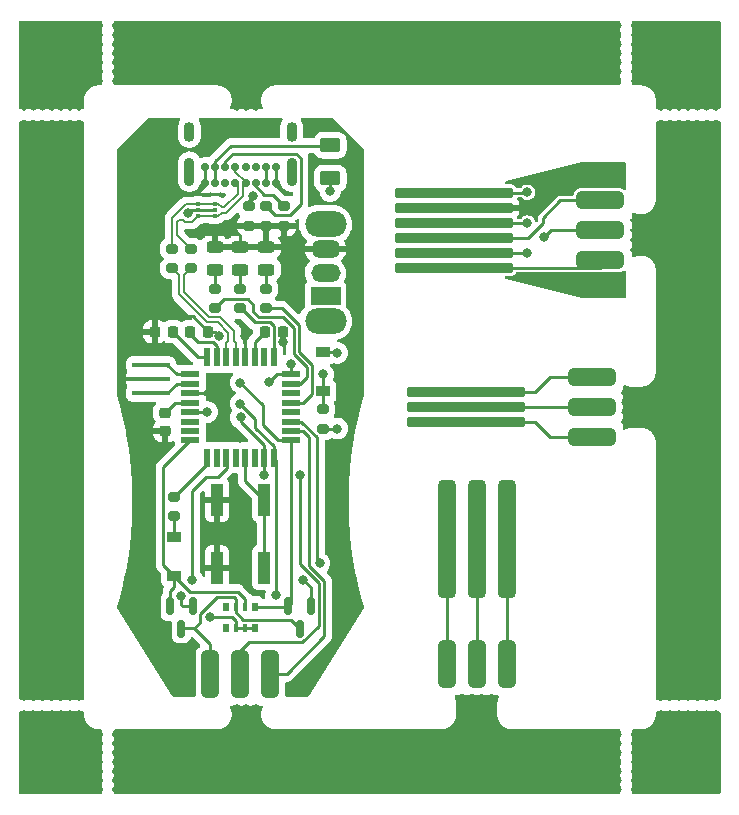
<source format=gtl>
G04 #@! TF.GenerationSoftware,KiCad,Pcbnew,6.0.2-378541a8eb~116~ubuntu20.04.1*
G04 #@! TF.CreationDate,2022-02-28T16:15:05+01:00*
G04 #@! TF.ProjectId,ISP_panel,4953505f-7061-46e6-956c-2e6b69636164,rev?*
G04 #@! TF.SameCoordinates,Original*
G04 #@! TF.FileFunction,Copper,L1,Top*
G04 #@! TF.FilePolarity,Positive*
%FSLAX46Y46*%
G04 Gerber Fmt 4.6, Leading zero omitted, Abs format (unit mm)*
G04 Created by KiCad (PCBNEW 6.0.2-378541a8eb~116~ubuntu20.04.1) date 2022-02-28 16:15:05*
%MOMM*%
%LPD*%
G01*
G04 APERTURE LIST*
G04 Aperture macros list*
%AMRoundRect*
0 Rectangle with rounded corners*
0 $1 Rounding radius*
0 $2 $3 $4 $5 $6 $7 $8 $9 X,Y pos of 4 corners*
0 Add a 4 corners polygon primitive as box body*
4,1,4,$2,$3,$4,$5,$6,$7,$8,$9,$2,$3,0*
0 Add four circle primitives for the rounded corners*
1,1,$1+$1,$2,$3*
1,1,$1+$1,$4,$5*
1,1,$1+$1,$6,$7*
1,1,$1+$1,$8,$9*
0 Add four rect primitives between the rounded corners*
20,1,$1+$1,$2,$3,$4,$5,0*
20,1,$1+$1,$4,$5,$6,$7,0*
20,1,$1+$1,$6,$7,$8,$9,0*
20,1,$1+$1,$8,$9,$2,$3,0*%
G04 Aperture macros list end*
G04 #@! TA.AperFunction,SMDPad,CuDef*
%ADD10RoundRect,0.225000X-0.225000X-0.250000X0.225000X-0.250000X0.225000X0.250000X-0.225000X0.250000X0*%
G04 #@! TD*
G04 #@! TA.AperFunction,SMDPad,CuDef*
%ADD11RoundRect,0.375000X-0.375000X-1.625000X0.375000X-1.625000X0.375000X1.625000X-0.375000X1.625000X0*%
G04 #@! TD*
G04 #@! TA.AperFunction,SMDPad,CuDef*
%ADD12R,1.200000X0.900000*%
G04 #@! TD*
G04 #@! TA.AperFunction,ComponentPad*
%ADD13O,3.500000X2.200000*%
G04 #@! TD*
G04 #@! TA.AperFunction,ComponentPad*
%ADD14R,2.500000X1.500000*%
G04 #@! TD*
G04 #@! TA.AperFunction,ComponentPad*
%ADD15O,2.500000X1.500000*%
G04 #@! TD*
G04 #@! TA.AperFunction,SMDPad,CuDef*
%ADD16RoundRect,0.225000X-4.775000X0.225000X-4.775000X-0.225000X4.775000X-0.225000X4.775000X0.225000X0*%
G04 #@! TD*
G04 #@! TA.AperFunction,SMDPad,CuDef*
%ADD17RoundRect,0.200000X-0.275000X0.200000X-0.275000X-0.200000X0.275000X-0.200000X0.275000X0.200000X0*%
G04 #@! TD*
G04 #@! TA.AperFunction,SMDPad,CuDef*
%ADD18RoundRect,0.150000X-0.150000X0.587500X-0.150000X-0.587500X0.150000X-0.587500X0.150000X0.587500X0*%
G04 #@! TD*
G04 #@! TA.AperFunction,SMDPad,CuDef*
%ADD19RoundRect,0.375000X-1.625000X0.375000X-1.625000X-0.375000X1.625000X-0.375000X1.625000X0.375000X0*%
G04 #@! TD*
G04 #@! TA.AperFunction,SMDPad,CuDef*
%ADD20RoundRect,0.250000X0.625000X-0.375000X0.625000X0.375000X-0.625000X0.375000X-0.625000X-0.375000X0*%
G04 #@! TD*
G04 #@! TA.AperFunction,SMDPad,CuDef*
%ADD21RoundRect,0.225000X-0.250000X0.225000X-0.250000X-0.225000X0.250000X-0.225000X0.250000X0.225000X0*%
G04 #@! TD*
G04 #@! TA.AperFunction,SMDPad,CuDef*
%ADD22RoundRect,0.200000X0.275000X-0.200000X0.275000X0.200000X-0.275000X0.200000X-0.275000X-0.200000X0*%
G04 #@! TD*
G04 #@! TA.AperFunction,SMDPad,CuDef*
%ADD23R,0.500000X0.800000*%
G04 #@! TD*
G04 #@! TA.AperFunction,SMDPad,CuDef*
%ADD24R,0.400000X0.800000*%
G04 #@! TD*
G04 #@! TA.AperFunction,SMDPad,CuDef*
%ADD25RoundRect,0.225000X0.225000X0.250000X-0.225000X0.250000X-0.225000X-0.250000X0.225000X-0.250000X0*%
G04 #@! TD*
G04 #@! TA.AperFunction,SMDPad,CuDef*
%ADD26RoundRect,0.243750X-0.456250X0.243750X-0.456250X-0.243750X0.456250X-0.243750X0.456250X0.243750X0*%
G04 #@! TD*
G04 #@! TA.AperFunction,SMDPad,CuDef*
%ADD27RoundRect,0.375000X0.375000X4.625000X-0.375000X4.625000X-0.375000X-4.625000X0.375000X-4.625000X0*%
G04 #@! TD*
G04 #@! TA.AperFunction,SMDPad,CuDef*
%ADD28R,1.600000X0.550000*%
G04 #@! TD*
G04 #@! TA.AperFunction,SMDPad,CuDef*
%ADD29R,0.550000X1.600000*%
G04 #@! TD*
G04 #@! TA.AperFunction,SMDPad,CuDef*
%ADD30RoundRect,0.375000X0.375000X1.625000X-0.375000X1.625000X-0.375000X-1.625000X0.375000X-1.625000X0*%
G04 #@! TD*
G04 #@! TA.AperFunction,SMDPad,CuDef*
%ADD31R,1.000000X2.750000*%
G04 #@! TD*
G04 #@! TA.AperFunction,SMDPad,CuDef*
%ADD32R,0.450000X0.300000*%
G04 #@! TD*
G04 #@! TA.AperFunction,ComponentPad*
%ADD33C,0.700000*%
G04 #@! TD*
G04 #@! TA.AperFunction,ComponentPad*
%ADD34O,0.900000X2.400000*%
G04 #@! TD*
G04 #@! TA.AperFunction,ComponentPad*
%ADD35O,0.900000X1.700000*%
G04 #@! TD*
G04 #@! TA.AperFunction,SMDPad,CuDef*
%ADD36R,3.200000X0.400000*%
G04 #@! TD*
G04 #@! TA.AperFunction,ViaPad*
%ADD37C,0.800000*%
G04 #@! TD*
G04 #@! TA.AperFunction,Conductor*
%ADD38C,0.250000*%
G04 #@! TD*
G04 #@! TA.AperFunction,Conductor*
%ADD39C,0.200000*%
G04 #@! TD*
G04 APERTURE END LIST*
D10*
G04 #@! TO.P,C4,1*
G04 #@! TO.N,Board_0-Net-(C4-Pad1)*
X35724996Y-53599996D03*
G04 #@! TO.P,C4,2*
G04 #@! TO.N,Board_0-/uC/GND*
X37274996Y-53599996D03*
G04 #@! TD*
D11*
G04 #@! TO.P,J1,1,Pin_1*
G04 #@! TO.N,Board_0-/uC/MISO{slash}UPDI*
X37459996Y-82599996D03*
G04 #@! TO.P,J1,2,Pin_2*
G04 #@! TO.N,Board_0-/uC/SCK*
X39999996Y-82599996D03*
G04 #@! TO.P,J1,3,Pin_3*
G04 #@! TO.N,Board_0-/uC/BOARD_RESET*
X42539996Y-82599996D03*
G04 #@! TD*
D12*
G04 #@! TO.P,D2,1,K*
G04 #@! TO.N,Board_0-Net-(D2-Pad1)*
X34399996Y-70949996D03*
G04 #@! TO.P,D2,2,A*
G04 #@! TO.N,Board_0-/uC/RX*
X34399996Y-74249996D03*
G04 #@! TD*
D13*
G04 #@! TO.P,SW1,*
G04 #@! TO.N,*
X47199996Y-52699996D03*
X47199996Y-44499996D03*
D14*
G04 #@! TO.P,SW1,1,A*
G04 #@! TO.N,Board_0-/uC/VCC*
X47199996Y-50599996D03*
D15*
G04 #@! TO.P,SW1,2,B*
G04 #@! TO.N,Board_0-/uC/mode*
X47199996Y-48599996D03*
G04 #@! TO.P,SW1,3,C*
G04 #@! TO.N,Board_0-/uC/GND*
X47199996Y-46599996D03*
G04 #@! TD*
D16*
G04 #@! TO.P,J14,1,Pin_1*
G04 #@! TO.N,Board_3-/2x3 connector 1.27/MISO{slash}UPDI*
X59125003Y-58729997D03*
G04 #@! TO.P,J14,2,Pin_2*
G04 #@! TO.N,Board_3-/2x3 connector 1.27/SCK*
X59125003Y-59999997D03*
G04 #@! TO.P,J14,3,Pin_3*
G04 #@! TO.N,Board_3-/2x3 connector 1.27/~{RESET}*
X59125003Y-61269997D03*
G04 #@! TD*
D17*
G04 #@! TO.P,R2,1*
G04 #@! TO.N,Board_0-Net-(J9-PadB5)*
X42199996Y-42974996D03*
G04 #@! TO.P,R2,2*
G04 #@! TO.N,Board_0-/uC/GND*
X42199996Y-44624996D03*
G04 #@! TD*
D18*
G04 #@! TO.P,Q2,1,G*
G04 #@! TO.N,Board_0-/uC/MOS_UPDI*
X35949996Y-76862496D03*
G04 #@! TO.P,Q2,2,S*
G04 #@! TO.N,Board_0-/uC/RX*
X34049996Y-76862496D03*
G04 #@! TO.P,Q2,3,D*
G04 #@! TO.N,Board_0-/uC/MISO{slash}UPDI*
X34999996Y-78737496D03*
G04 #@! TD*
D19*
G04 #@! TO.P,J7,1,Pin_1*
G04 #@! TO.N,Board_3-/2x3 connector 1.27/MISO{slash}UPDI*
X69725003Y-57459997D03*
G04 #@! TO.P,J7,2,Pin_2*
G04 #@! TO.N,Board_3-/2x3 connector 1.27/SCK*
X69725003Y-59999997D03*
G04 #@! TO.P,J7,3,Pin_3*
G04 #@! TO.N,Board_3-/2x3 connector 1.27/~{RESET}*
X69725003Y-62539997D03*
G04 #@! TD*
D20*
G04 #@! TO.P,F1,1*
G04 #@! TO.N,Board_0-/uC/VCC*
X47599996Y-40599996D03*
G04 #@! TO.P,F1,2*
G04 #@! TO.N,Board_0-Net-(F1-Pad2)*
X47599996Y-37799996D03*
G04 #@! TD*
D21*
G04 #@! TO.P,C3,1*
G04 #@! TO.N,Board_0-Net-(C3-Pad1)*
X33599996Y-60449996D03*
G04 #@! TO.P,C3,2*
G04 #@! TO.N,Board_0-/uC/GND*
X33599996Y-61999996D03*
G04 #@! TD*
D22*
G04 #@! TO.P,R4,1*
G04 #@! TO.N,Board_0-/uC/VCC*
X46999996Y-61824996D03*
G04 #@! TO.P,R4,2*
G04 #@! TO.N,Board_0-/uC/~{RESET}*
X46999996Y-60174996D03*
G04 #@! TD*
D12*
G04 #@! TO.P,D1,1,K*
G04 #@! TO.N,Board_0-/uC/VCC*
X46999996Y-55349996D03*
G04 #@! TO.P,D1,2,A*
G04 #@! TO.N,Board_0-/uC/~{RESET}*
X46999996Y-58649996D03*
G04 #@! TD*
D23*
G04 #@! TO.P,RN1,1,R1.1*
G04 #@! TO.N,Board_0-/uC/MISO*
X41199996Y-76899996D03*
D24*
G04 #@! TO.P,RN1,2,R2.1*
G04 #@! TO.N,Board_0-/uC/RX*
X40399996Y-76899996D03*
G04 #@! TO.P,RN1,3,R3.1*
G04 #@! TO.N,Board_0-/uC/MISO{slash}UPDI*
X39599996Y-76899996D03*
D23*
G04 #@! TO.P,RN1,4,R4.1*
G04 #@! TO.N,Board_0-unconnected-(RN1-Pad4)*
X38799996Y-76899996D03*
G04 #@! TO.P,RN1,5,R4.2*
G04 #@! TO.N,Board_0-unconnected-(RN1-Pad5)*
X38799996Y-78699996D03*
D24*
G04 #@! TO.P,RN1,6,R3.2*
G04 #@! TO.N,Board_0-/uC/VCC*
X39599996Y-78699996D03*
G04 #@! TO.P,RN1,7,R2.2*
X40399996Y-78699996D03*
D23*
G04 #@! TO.P,RN1,8,R1.2*
X41199996Y-78699996D03*
G04 #@! TD*
D19*
G04 #@! TO.P,J5,1,Pin_1*
G04 #@! TO.N,Board_1-/1x6 connector/MISO{slash}UPDI*
X70450003Y-42459997D03*
G04 #@! TO.P,J5,2,Pin_2*
G04 #@! TO.N,Board_1-/1x6 connector/SCK*
X70450003Y-44999997D03*
G04 #@! TO.P,J5,3,Pin_3*
G04 #@! TO.N,Board_1-/1x6 connector/~{RESET}*
X70450003Y-47539997D03*
G04 #@! TD*
D18*
G04 #@! TO.P,Q1,1,G*
G04 #@! TO.N,Board_0-/uC/MOS_MISO*
X45949996Y-76862496D03*
G04 #@! TO.P,Q1,2,S*
G04 #@! TO.N,Board_0-/uC/MISO*
X44049996Y-76862496D03*
G04 #@! TO.P,Q1,3,D*
G04 #@! TO.N,Board_0-/uC/MISO{slash}UPDI*
X44999996Y-78737496D03*
G04 #@! TD*
D17*
G04 #@! TO.P,R5,1*
G04 #@! TO.N,Board_0-/uC/D+*
X35799996Y-46574996D03*
G04 #@! TO.P,R5,2*
G04 #@! TO.N,Board_0-/uC/D_+*
X35799996Y-48224996D03*
G04 #@! TD*
D25*
G04 #@! TO.P,C2,1*
G04 #@! TO.N,Board_0-Net-(C2-Pad1)*
X34274996Y-53599996D03*
G04 #@! TO.P,C2,2*
G04 #@! TO.N,Board_0-/uC/GND*
X32724996Y-53599996D03*
G04 #@! TD*
D26*
G04 #@! TO.P,D4,1,K*
G04 #@! TO.N,Board_0-/uC/GND*
X39999996Y-46462496D03*
G04 #@! TO.P,D4,2,A*
G04 #@! TO.N,Board_0-Net-(D4-Pad2)*
X39999996Y-48337496D03*
G04 #@! TD*
D27*
G04 #@! TO.P,J11,1,Pin_1*
G04 #@! TO.N,Board_2-/2x3 connector/MISO{slash}UPDI*
X62540003Y-71125003D03*
G04 #@! TO.P,J11,2,Pin_2*
G04 #@! TO.N,Board_2-/2x3 connector/SCK*
X60000003Y-71125003D03*
G04 #@! TO.P,J11,3,Pin_3*
G04 #@! TO.N,Board_2-/2x3 connector/~{RESET}*
X57460003Y-71125003D03*
G04 #@! TD*
D22*
G04 #@! TO.P,R8,1*
G04 #@! TO.N,Board_0-/uC/led_1*
X37799996Y-51624996D03*
G04 #@! TO.P,R8,2*
G04 #@! TO.N,Board_0-Net-(D3-Pad2)*
X37799996Y-49974996D03*
G04 #@! TD*
D28*
G04 #@! TO.P,U1,1,XTAL1*
G04 #@! TO.N,Board_0-Net-(U1-Pad1)*
X35749996Y-57199996D03*
G04 #@! TO.P,U1,2,PC0/XTAL2*
G04 #@! TO.N,Board_0-Net-(U1-Pad2)*
X35749996Y-57999996D03*
G04 #@! TO.P,U1,3,GND*
G04 #@! TO.N,Board_0-/uC/GND*
X35749996Y-58799996D03*
G04 #@! TO.P,U1,4,VCC*
G04 #@! TO.N,Board_0-Net-(C3-Pad1)*
X35749996Y-59599996D03*
G04 #@! TO.P,U1,5,PC2*
G04 #@! TO.N,Board_0-/uC/mode*
X35749996Y-60399996D03*
G04 #@! TO.P,U1,6,PD0*
G04 #@! TO.N,Board_0-unconnected-(U1-Pad6)*
X35749996Y-61199996D03*
G04 #@! TO.P,U1,7,PD1*
G04 #@! TO.N,Board_0-unconnected-(U1-Pad7)*
X35749996Y-61999996D03*
G04 #@! TO.P,U1,8,PD2*
G04 #@! TO.N,Board_0-/uC/RX*
X35749996Y-62799996D03*
D29*
G04 #@! TO.P,U1,9,PD3*
G04 #@! TO.N,Board_0-/uC/TX*
X37199996Y-64249996D03*
G04 #@! TO.P,U1,10,PD4*
G04 #@! TO.N,Board_0-unconnected-(U1-Pad10)*
X37999996Y-64249996D03*
G04 #@! TO.P,U1,11,PD5*
G04 #@! TO.N,Board_0-/uC/MOS_UPDI*
X38799996Y-64249996D03*
G04 #@! TO.P,U1,12,PD6*
G04 #@! TO.N,Board_0-unconnected-(U1-Pad12)*
X39599996Y-64249996D03*
G04 #@! TO.P,U1,13,~{HWB}/PD7*
G04 #@! TO.N,Board_0-/uC/board_reset*
X40399996Y-64249996D03*
G04 #@! TO.P,U1,14,PB0*
G04 #@! TO.N,Board_0-unconnected-(U1-Pad14)*
X41199996Y-64249996D03*
G04 #@! TO.P,U1,15,PB1*
G04 #@! TO.N,Board_0-/uC/SCK*
X41999996Y-64249996D03*
G04 #@! TO.P,U1,16,PB2*
G04 #@! TO.N,Board_0-/uC/MOSI*
X42799996Y-64249996D03*
D28*
G04 #@! TO.P,U1,17,PB3*
G04 #@! TO.N,Board_0-/uC/MISO*
X44249996Y-62799996D03*
G04 #@! TO.P,U1,18,PB4*
G04 #@! TO.N,Board_0-/uC/BOARD_RESET*
X44249996Y-61999996D03*
G04 #@! TO.P,U1,19,PB5*
G04 #@! TO.N,Board_0-/uC/MOS_MISO*
X44249996Y-61199996D03*
G04 #@! TO.P,U1,20,PB6*
G04 #@! TO.N,Board_0-unconnected-(U1-Pad20)*
X44249996Y-60399996D03*
G04 #@! TO.P,U1,21,PB7*
G04 #@! TO.N,Board_0-/uC/led_3*
X44249996Y-59599996D03*
G04 #@! TO.P,U1,22,PC7*
G04 #@! TO.N,Board_0-unconnected-(U1-Pad22)*
X44249996Y-58799996D03*
G04 #@! TO.P,U1,23,PC6*
G04 #@! TO.N,Board_0-/uC/led_1*
X44249996Y-57999996D03*
G04 #@! TO.P,U1,24,PC1/~{RESET}*
G04 #@! TO.N,Board_0-/uC/~{RESET}*
X44249996Y-57199996D03*
D29*
G04 #@! TO.P,U1,25,PC5*
G04 #@! TO.N,Board_0-/uC/led_2*
X42799996Y-55749996D03*
G04 #@! TO.P,U1,26,PC4*
G04 #@! TO.N,Board_0-unconnected-(U1-Pad26)*
X41999996Y-55749996D03*
G04 #@! TO.P,U1,27,UCAP*
G04 #@! TO.N,Board_0-Net-(C1-Pad1)*
X41199996Y-55749996D03*
G04 #@! TO.P,U1,28,UGND*
G04 #@! TO.N,Board_0-/uC/GND*
X40399996Y-55749996D03*
G04 #@! TO.P,U1,29,D+*
G04 #@! TO.N,Board_0-/uC/D_+*
X39599996Y-55749996D03*
G04 #@! TO.P,U1,30,D-*
G04 #@! TO.N,Board_0-/uC/D_-*
X38799996Y-55749996D03*
G04 #@! TO.P,U1,31,UVCC*
G04 #@! TO.N,Board_0-Net-(C4-Pad1)*
X37999996Y-55749996D03*
G04 #@! TO.P,U1,32,AVCC*
G04 #@! TO.N,Board_0-Net-(C2-Pad1)*
X37199996Y-55749996D03*
G04 #@! TD*
D26*
G04 #@! TO.P,D3,1,K*
G04 #@! TO.N,Board_0-/uC/GND*
X37799996Y-46462496D03*
G04 #@! TO.P,D3,2,A*
G04 #@! TO.N,Board_0-Net-(D3-Pad2)*
X37799996Y-48337496D03*
G04 #@! TD*
D30*
G04 #@! TO.P,J3,1,Pin_1*
G04 #@! TO.N,Board_2-/2x3 connector/MISO{slash}UPDI*
X62540003Y-81725003D03*
G04 #@! TO.P,J3,2,Pin_2*
G04 #@! TO.N,Board_2-/2x3 connector/SCK*
X60000003Y-81725003D03*
G04 #@! TO.P,J3,3,Pin_3*
G04 #@! TO.N,Board_2-/2x3 connector/~{RESET}*
X57460003Y-81725003D03*
G04 #@! TD*
D22*
G04 #@! TO.P,R9,1*
G04 #@! TO.N,Board_0-/uC/led_2*
X39999996Y-51624996D03*
G04 #@! TO.P,R9,2*
G04 #@! TO.N,Board_0-Net-(D4-Pad2)*
X39999996Y-49974996D03*
G04 #@! TD*
D31*
G04 #@! TO.P,SW2,1,1*
G04 #@! TO.N,Board_0-/uC/board_reset*
X41999996Y-73579996D03*
X41999996Y-67819996D03*
G04 #@! TO.P,SW2,2,2*
G04 #@! TO.N,Board_0-/uC/GND*
X37999996Y-67819996D03*
X37999996Y-73579996D03*
G04 #@! TD*
D17*
G04 #@! TO.P,R3,1*
G04 #@! TO.N,Board_0-Net-(J9-PadA5)*
X43699996Y-42974996D03*
G04 #@! TO.P,R3,2*
G04 #@! TO.N,Board_0-/uC/GND*
X43699996Y-44624996D03*
G04 #@! TD*
D26*
G04 #@! TO.P,D5,1,K*
G04 #@! TO.N,Board_0-/uC/GND*
X42199996Y-46462496D03*
G04 #@! TO.P,D5,2,A*
G04 #@! TO.N,Board_0-Net-(D5-Pad2)*
X42199996Y-48337496D03*
G04 #@! TD*
D17*
G04 #@! TO.P,R6,1*
G04 #@! TO.N,Board_0-/uC/D-*
X34199996Y-46574996D03*
G04 #@! TO.P,R6,2*
G04 #@! TO.N,Board_0-/uC/D_-*
X34199996Y-48224996D03*
G04 #@! TD*
D32*
G04 #@! TO.P,IC1,1,IOA1*
G04 #@! TO.N,Board_0-/uC/D+*
X37799996Y-43799996D03*
G04 #@! TO.P,IC1,2,IOB1*
G04 #@! TO.N,Board_0-/uC/GND*
X37799996Y-43299996D03*
G04 #@! TO.P,IC1,3,NC*
G04 #@! TO.N,Board_0-/uC/D-*
X37799996Y-42799996D03*
G04 #@! TO.P,IC1,4,IOB2*
X36399996Y-42799996D03*
G04 #@! TO.P,IC1,5,IOA2*
G04 #@! TO.N,Board_0-/uC/GND*
X36399996Y-43299996D03*
G04 #@! TO.P,IC1,6,NC*
G04 #@! TO.N,Board_0-/uC/D+*
X36399996Y-43799996D03*
G04 #@! TD*
D22*
G04 #@! TO.P,R7,1*
G04 #@! TO.N,Board_0-Net-(D2-Pad1)*
X34399996Y-69224996D03*
G04 #@! TO.P,R7,2*
G04 #@! TO.N,Board_0-/uC/TX*
X34399996Y-67574996D03*
G04 #@! TD*
D17*
G04 #@! TO.P,R1,1*
G04 #@! TO.N,Board_0-Net-(J9-PadS1)*
X40699996Y-42974996D03*
G04 #@! TO.P,R1,2*
G04 #@! TO.N,Board_0-/uC/GND*
X40699996Y-44624996D03*
G04 #@! TD*
D33*
G04 #@! TO.P,J9,A1,GND*
G04 #@! TO.N,Board_0-/uC/GND*
X42974996Y-41024996D03*
G04 #@! TO.P,J9,A4,VBUS*
G04 #@! TO.N,Board_0-Net-(F1-Pad2)*
X42124996Y-41024996D03*
G04 #@! TO.P,J9,A5,CC1*
G04 #@! TO.N,Board_0-Net-(J9-PadA5)*
X41274996Y-41024996D03*
G04 #@! TO.P,J9,A6,D+*
G04 #@! TO.N,Board_0-/uC/D+*
X40424996Y-41024996D03*
G04 #@! TO.P,J9,A7,D-*
G04 #@! TO.N,Board_0-/uC/D-*
X39574996Y-41024996D03*
G04 #@! TO.P,J9,A8,SBU1*
G04 #@! TO.N,Board_0-unconnected-(J9-PadA8)*
X38724996Y-41024996D03*
G04 #@! TO.P,J9,A9,VBUS*
G04 #@! TO.N,Board_0-Net-(F1-Pad2)*
X37874996Y-41024996D03*
G04 #@! TO.P,J9,A12,GND*
G04 #@! TO.N,Board_0-/uC/GND*
X37024996Y-41024996D03*
G04 #@! TO.P,J9,B1,GND*
X37024996Y-39674996D03*
G04 #@! TO.P,J9,B4,VBUS*
G04 #@! TO.N,Board_0-Net-(F1-Pad2)*
X37874996Y-39674996D03*
G04 #@! TO.P,J9,B5,CC2*
G04 #@! TO.N,Board_0-Net-(J9-PadB5)*
X38724996Y-39674996D03*
G04 #@! TO.P,J9,B6,D+*
G04 #@! TO.N,Board_0-/uC/D+*
X39574996Y-39674996D03*
G04 #@! TO.P,J9,B7,D-*
G04 #@! TO.N,Board_0-/uC/D-*
X40424996Y-39674996D03*
G04 #@! TO.P,J9,B8,SBU2*
G04 #@! TO.N,Board_0-unconnected-(J9-PadB8)*
X41274996Y-39674996D03*
G04 #@! TO.P,J9,B9,VBUS*
G04 #@! TO.N,Board_0-Net-(F1-Pad2)*
X42124996Y-39674996D03*
G04 #@! TO.P,J9,B12,GND*
G04 #@! TO.N,Board_0-/uC/GND*
X42974996Y-39674996D03*
D34*
G04 #@! TO.P,J9,S1,SHIELD*
G04 #@! TO.N,Board_0-Net-(J9-PadS1)*
X44324996Y-40044996D03*
D35*
X44324996Y-36664996D03*
X35674996Y-36664996D03*
D34*
X35674996Y-40044996D03*
G04 #@! TD*
D16*
G04 #@! TO.P,J13,1,Pin_1*
G04 #@! TO.N,Board_1-/1x6 connector/VCC*
X58100003Y-41824997D03*
G04 #@! TO.P,J13,2,Pin_2*
G04 #@! TO.N,Board_1-/1x6 connector/GND*
X58100003Y-43094997D03*
G04 #@! TO.P,J13,3,Pin_3*
G04 #@! TO.N,Board_1-/1x6 connector/SCK*
X58100003Y-44364997D03*
G04 #@! TO.P,J13,4,Pin_4*
G04 #@! TO.N,Board_1-/1x6 connector/MISO{slash}UPDI*
X58100003Y-45634997D03*
G04 #@! TO.P,J13,5,Pin_5*
G04 #@! TO.N,Board_1-/1x6 connector/MOSI*
X58100003Y-46904997D03*
G04 #@! TO.P,J13,6,Pin_6*
G04 #@! TO.N,Board_1-/1x6 connector/~{RESET}*
X58100003Y-48174997D03*
G04 #@! TD*
D36*
G04 #@! TO.P,Y1,1,1*
G04 #@! TO.N,Board_0-Net-(U1-Pad2)*
X32399996Y-58799996D03*
G04 #@! TO.P,Y1,2,2*
G04 #@! TO.N,Board_0-/uC/GND*
X32399996Y-57599996D03*
G04 #@! TO.P,Y1,3,3*
G04 #@! TO.N,Board_0-Net-(U1-Pad1)*
X32399996Y-56399996D03*
G04 #@! TD*
D10*
G04 #@! TO.P,C1,1*
G04 #@! TO.N,Board_0-Net-(C1-Pad1)*
X42049996Y-53599996D03*
G04 #@! TO.P,C1,2*
G04 #@! TO.N,Board_0-/uC/GND*
X43599996Y-53599996D03*
G04 #@! TD*
D22*
G04 #@! TO.P,R10,1*
G04 #@! TO.N,Board_0-/uC/led_3*
X42199996Y-51624996D03*
G04 #@! TO.P,R10,2*
G04 #@! TO.N,Board_0-Net-(D5-Pad2)*
X42199996Y-49974996D03*
G04 #@! TD*
D37*
G04 #@! TO.N,Board_0-/uC/GND*
X48799996Y-76999996D03*
X39199996Y-45099996D03*
X37699996Y-57699996D03*
X31799996Y-44799996D03*
X34999996Y-52299996D03*
X35578789Y-43587237D03*
X37999996Y-71199996D03*
X39699996Y-67799996D03*
X32699996Y-54899996D03*
X40399996Y-53999996D03*
X31799996Y-61999996D03*
X39999996Y-62599996D03*
X31799996Y-74999996D03*
X43599996Y-54499996D03*
X38199996Y-53999996D03*
G04 #@! TO.N,Board_0-/uC/MISO*
X39999996Y-57899996D03*
G04 #@! TO.N,Board_0-/uC/MOSI*
X42999996Y-75899996D03*
X39998108Y-59701010D03*
G04 #@! TO.N,Board_0-/uC/MOS_MISO*
X45299996Y-74599996D03*
X46699996Y-73199996D03*
G04 #@! TO.N,Board_0-/uC/MOS_UPDI*
X35899996Y-74599996D03*
X34999996Y-75999996D03*
G04 #@! TO.N,Board_0-/uC/SCK*
X44999996Y-65699996D03*
X41999996Y-65699996D03*
X40004997Y-60856315D03*
G04 #@! TO.N,Board_0-/uC/VCC*
X37459996Y-77739996D03*
X48199996Y-55399996D03*
X47599996Y-41699996D03*
X48199996Y-61799996D03*
G04 #@! TO.N,Board_0-/uC/mode*
X37199996Y-60399996D03*
G04 #@! TO.N,Board_0-/uC/~{RESET}*
X46999997Y-57199997D03*
X44299996Y-56299996D03*
X42425368Y-57843820D03*
G04 #@! TO.N,Board_0-Net-(J9-PadS1)*
X41099996Y-42099996D03*
G04 #@! TO.N,Board_1-/1x6 connector/GND*
X70850003Y-49499997D03*
X64300003Y-42999997D03*
G04 #@! TO.N,Board_1-/1x6 connector/MOSI*
X64300003Y-46899997D03*
G04 #@! TO.N,Board_1-/1x6 connector/SCK*
X64300003Y-44399997D03*
X65700003Y-45599997D03*
G04 #@! TO.N,Board_1-/1x6 connector/VCC*
X64300003Y-41799997D03*
G04 #@! TD*
D38*
G04 #@! TO.N,Board_0-/uC/BOARD_RESET*
X47099996Y-74699996D02*
X47099996Y-79399996D01*
X43899996Y-82599996D02*
X42939996Y-82599996D01*
X45799996Y-62499996D02*
X45799996Y-73399996D01*
X42939996Y-82599996D02*
X42539996Y-82999996D01*
X45799996Y-73399996D02*
X47099996Y-74699996D01*
X47099996Y-79399996D02*
X43899996Y-82599996D01*
X44249996Y-61999996D02*
X45299996Y-61999996D01*
X45299996Y-61999996D02*
X45799996Y-62499996D01*
D39*
G04 #@! TO.N,Board_0-/uC/D+*
X34791344Y-44126848D02*
X34649997Y-44268195D01*
X36399996Y-43799996D02*
X35913254Y-44286738D01*
X35913254Y-44286738D02*
X35289045Y-44286738D01*
X37799996Y-43799996D02*
X36399996Y-43799996D01*
X35289045Y-44286738D02*
X35129155Y-44126848D01*
X38137497Y-43799996D02*
X38412497Y-43524996D01*
X38793196Y-43524996D02*
X40224997Y-42093195D01*
X37799996Y-43799996D02*
X38137497Y-43799996D01*
X40224997Y-41224995D02*
X40424996Y-41024996D01*
X38412497Y-43524996D02*
X38793196Y-43524996D01*
X40424996Y-40956448D02*
X39574996Y-40106448D01*
X40424996Y-41024996D02*
X40424996Y-40956448D01*
X40224997Y-42093195D02*
X40224997Y-41224995D01*
X39574996Y-40106448D02*
X39574996Y-39674996D01*
X34649997Y-45424997D02*
X35799996Y-46574996D01*
X34649997Y-44268195D02*
X34649997Y-45424997D01*
X35129155Y-44126848D02*
X34791344Y-44126848D01*
G04 #@! TO.N,Board_0-/uC/D-*
X35362276Y-42799996D02*
X34199996Y-43962276D01*
X38137497Y-42799996D02*
X38412497Y-43074996D01*
X38412497Y-43074996D02*
X38606796Y-43074996D01*
X38606796Y-43074996D02*
X39774995Y-41906797D01*
X37799996Y-42799996D02*
X36399996Y-42799996D01*
X39774995Y-41906797D02*
X39774995Y-41224995D01*
X39774995Y-41224995D02*
X39574996Y-41024996D01*
X34199996Y-43962276D02*
X34199996Y-46574996D01*
X37799996Y-42799996D02*
X38137497Y-42799996D01*
X36399996Y-42799996D02*
X35362276Y-42799996D01*
G04 #@! TO.N,Board_0-/uC/D_+*
X39599996Y-54549995D02*
X39599996Y-55749996D01*
X39424996Y-54374995D02*
X39599996Y-54549995D01*
X38242716Y-52324516D02*
X39424996Y-53506796D01*
X35799996Y-48224996D02*
X35224997Y-48799995D01*
X35224997Y-48799995D02*
X35224997Y-50231424D01*
X39424996Y-53506796D02*
X39424996Y-54374995D01*
X35224997Y-50231424D02*
X37318089Y-52324516D01*
X37318089Y-52324516D02*
X38242716Y-52324516D01*
G04 #@! TO.N,Board_0-/uC/D_-*
X38974996Y-54374995D02*
X38799996Y-54549995D01*
X34199996Y-48224996D02*
X34774995Y-48799995D01*
X34774995Y-50417805D02*
X37131697Y-52774507D01*
X38974996Y-53693196D02*
X38974996Y-54374995D01*
X38056307Y-52774507D02*
X38974996Y-53693196D01*
X34774995Y-48799995D02*
X34774995Y-50417805D01*
X38799996Y-54549995D02*
X38799996Y-55749996D01*
X37131697Y-52774507D02*
X38056307Y-52774507D01*
D38*
G04 #@! TO.N,Board_0-/uC/GND*
X37799996Y-53599996D02*
X38199996Y-53999996D01*
X35866030Y-43299996D02*
X35578789Y-43587237D01*
X37999996Y-67819996D02*
X39679996Y-67819996D01*
X39999996Y-45499996D02*
X39599996Y-45099996D01*
X35974996Y-52299996D02*
X34999996Y-52299996D01*
X37274996Y-53599996D02*
X37799996Y-53599996D01*
X37699996Y-58199996D02*
X37699996Y-57699996D01*
X32724996Y-54874996D02*
X32699996Y-54899996D01*
X37999996Y-73579996D02*
X37999996Y-71199996D01*
X36399996Y-43299996D02*
X35866030Y-43299996D01*
X32724996Y-53599996D02*
X32724996Y-54874996D01*
X42974996Y-39674996D02*
X42974996Y-41024996D01*
X37274996Y-53599996D02*
X35974996Y-52299996D01*
X39999996Y-46462496D02*
X39999996Y-45499996D01*
X37099996Y-58799996D02*
X37699996Y-58199996D01*
X37799996Y-43299996D02*
X36399996Y-43299996D01*
X37024996Y-39674996D02*
X37024996Y-41024996D01*
X39599996Y-45099996D02*
X39199996Y-45099996D01*
X35749996Y-58799996D02*
X37099996Y-58799996D01*
X40399996Y-55749996D02*
X40399996Y-53999996D01*
X33599996Y-61999996D02*
X31799996Y-61999996D01*
X39679996Y-67819996D02*
X39699996Y-67799996D01*
X43599996Y-53599996D02*
X43599996Y-54499996D01*
G04 #@! TO.N,Board_0-/uC/MISO*
X44012496Y-76899996D02*
X41199996Y-76899996D01*
X41899996Y-59799996D02*
X39999996Y-57899996D01*
X43199996Y-62799996D02*
X41899996Y-61499996D01*
X44249996Y-76662496D02*
X44049996Y-76862496D01*
X44249996Y-62799996D02*
X43199996Y-62799996D01*
X44049996Y-76862496D02*
X44012496Y-76899996D01*
X41899996Y-61499996D02*
X41899996Y-59799996D01*
X44249996Y-62799996D02*
X44249996Y-76662496D01*
G04 #@! TO.N,Board_0-/uC/MISO{slash}UPDI*
X39449996Y-76099996D02*
X37999996Y-76099996D01*
X39599996Y-77349018D02*
X40226463Y-77975485D01*
X37459996Y-80059996D02*
X36099996Y-78699996D01*
X36574516Y-78225476D02*
X36099996Y-78699996D01*
X37459996Y-82999996D02*
X37459996Y-80059996D01*
X37999996Y-76099996D02*
X36574516Y-77525476D01*
X39599996Y-76899996D02*
X39599996Y-77349018D01*
X37999996Y-76150974D02*
X37999996Y-76099996D01*
X38024507Y-76175485D02*
X37999996Y-76150974D01*
X40226463Y-77975485D02*
X44237985Y-77975485D01*
X36574516Y-77525476D02*
X36574516Y-78225476D01*
X44237985Y-77975485D02*
X44999996Y-78737496D01*
X36099996Y-78699996D02*
X35037496Y-78699996D01*
X39599996Y-76899996D02*
X39599996Y-76249996D01*
X35037496Y-78699996D02*
X34999996Y-78737496D01*
X37999996Y-76099996D02*
X38024507Y-76175485D01*
X39599996Y-76249996D02*
X39449996Y-76099996D01*
G04 #@! TO.N,Board_0-/uC/MOSI*
X41250485Y-61750485D02*
X41250485Y-60953387D01*
X42999996Y-64449996D02*
X42999996Y-75899996D01*
X42799996Y-63299996D02*
X41250485Y-61750485D01*
X41250485Y-60953387D02*
X39998108Y-59701010D01*
X42799996Y-64249996D02*
X42999996Y-64449996D01*
X42799996Y-64249996D02*
X42799996Y-63299996D01*
G04 #@! TO.N,Board_0-/uC/MOS_MISO*
X46499996Y-62541779D02*
X46499996Y-72999996D01*
X46499996Y-72999996D02*
X46699996Y-73199996D01*
X45299996Y-74599996D02*
X45949996Y-75249996D01*
X45158213Y-61199996D02*
X46499996Y-62541779D01*
X44249996Y-61199996D02*
X45158213Y-61199996D01*
X45949996Y-75249996D02*
X45949996Y-76862496D01*
G04 #@! TO.N,Board_0-/uC/MOS_UPDI*
X37099996Y-65899996D02*
X35899996Y-67099996D01*
X35899996Y-67099996D02*
X35899996Y-74599996D01*
X38799996Y-64249996D02*
X38824507Y-64274507D01*
X38824507Y-65149507D02*
X38074018Y-65899996D01*
X38824507Y-64274507D02*
X38824507Y-65149507D01*
X35162496Y-76862496D02*
X35949996Y-76862496D01*
X34999996Y-76699996D02*
X35162496Y-76862496D01*
X38074018Y-65899996D02*
X37099996Y-65899996D01*
X34999996Y-75999996D02*
X34999996Y-76699996D01*
G04 #@! TO.N,Board_0-/uC/RX*
X34049996Y-76862496D02*
X34049996Y-75549996D01*
X34049996Y-75549996D02*
X34399996Y-75199996D01*
X33475485Y-73325485D02*
X33475485Y-65074507D01*
X34399996Y-75199996D02*
X34399996Y-74249996D01*
X35749996Y-75599996D02*
X34399996Y-74249996D01*
X40399996Y-76249996D02*
X39749996Y-75599996D01*
X40399996Y-76899996D02*
X40399996Y-76249996D01*
X39749996Y-75599996D02*
X35749996Y-75599996D01*
X34399996Y-74249996D02*
X33475485Y-73325485D01*
X33475485Y-65074507D02*
X35749996Y-62799996D01*
G04 #@! TO.N,Board_0-/uC/SCK*
X46650485Y-78495579D02*
X46650485Y-74886189D01*
X39999996Y-80599996D02*
X40699996Y-79899996D01*
X41999996Y-63199996D02*
X40004997Y-61204997D01*
X44999996Y-73235700D02*
X44999996Y-65699996D01*
X39999996Y-82999996D02*
X39999996Y-80599996D01*
X46650485Y-74886189D02*
X44999996Y-73235700D01*
X40699996Y-79899996D02*
X45246068Y-79899996D01*
X41999996Y-64249996D02*
X41999996Y-63199996D01*
X41999996Y-64249996D02*
X41999996Y-65699996D01*
X45246068Y-79899996D02*
X46650485Y-78495579D01*
X40004997Y-61204997D02*
X40004997Y-60856315D01*
G04 #@! TO.N,Board_0-/uC/TX*
X34399996Y-67574996D02*
X37199996Y-64774996D01*
X37199996Y-64774996D02*
X37199996Y-64249996D01*
G04 #@! TO.N,Board_0-/uC/VCC*
X48149996Y-55349996D02*
X48199996Y-55399996D01*
X39599996Y-78049996D02*
X39289996Y-77739996D01*
X47599996Y-40599996D02*
X47599996Y-41699996D01*
X39599996Y-78699996D02*
X41199996Y-78699996D01*
X48174996Y-61824996D02*
X48199996Y-61799996D01*
X46999996Y-55349996D02*
X48149996Y-55349996D01*
X46999996Y-61824996D02*
X48174996Y-61824996D01*
X39599996Y-78699996D02*
X39599996Y-78049996D01*
X39289996Y-77739996D02*
X37459996Y-77739996D01*
G04 #@! TO.N,Board_0-/uC/board_reset*
X41999996Y-73579996D02*
X41999996Y-67819996D01*
X40399996Y-64249996D02*
X40399996Y-66219996D01*
X40399996Y-66219996D02*
X41999996Y-67819996D01*
G04 #@! TO.N,Board_0-/uC/led_1*
X45599996Y-57399996D02*
X45599996Y-56575382D01*
X40599996Y-50799996D02*
X38624996Y-50799996D01*
X44999996Y-57999996D02*
X45599996Y-57399996D01*
X41549516Y-52349516D02*
X41099996Y-51899996D01*
X45599996Y-56575382D02*
X44499996Y-55475382D01*
X41099996Y-51899996D02*
X41099996Y-51299996D01*
X44499996Y-55475382D02*
X44499996Y-53247858D01*
X44499996Y-53247858D02*
X43601654Y-52349516D01*
X44249996Y-57999996D02*
X44999996Y-57999996D01*
X38624996Y-50799996D02*
X37799996Y-51624996D01*
X43601654Y-52349516D02*
X41549516Y-52349516D01*
X41099996Y-51299996D02*
X40599996Y-50799996D01*
G04 #@! TO.N,Board_0-/uC/led_2*
X41200476Y-52800476D02*
X42502614Y-52800476D01*
X42502614Y-52800476D02*
X42824516Y-53122378D01*
X42824516Y-53122378D02*
X42824516Y-55725476D01*
X39999996Y-51624996D02*
X40024996Y-51624996D01*
X42824516Y-55725476D02*
X42799996Y-55749996D01*
X40024996Y-51624996D02*
X41200476Y-52800476D01*
G04 #@! TO.N,Board_0-/uC/led_3*
X45299996Y-59599996D02*
X46049506Y-58850486D01*
X44249996Y-59599996D02*
X45299996Y-59599996D01*
X44949516Y-53061674D02*
X43512838Y-51624996D01*
X44949516Y-55289184D02*
X44949516Y-53061674D01*
X46049506Y-56389174D02*
X44949516Y-55289184D01*
X43512838Y-51624996D02*
X42199996Y-51624996D01*
X46049506Y-58850486D02*
X46049506Y-56389174D01*
G04 #@! TO.N,Board_0-/uC/mode*
X37199996Y-60399996D02*
X35749996Y-60399996D01*
G04 #@! TO.N,Board_0-/uC/~{RESET}*
X44249996Y-56349996D02*
X44299996Y-56299996D01*
X46999996Y-58649996D02*
X46999996Y-60174996D01*
X43069192Y-57199996D02*
X42425368Y-57843820D01*
X46999996Y-58649996D02*
X46999997Y-57199997D01*
X44249996Y-57199996D02*
X43069192Y-57199996D01*
X44249996Y-57199996D02*
X44249996Y-56349996D01*
G04 #@! TO.N,Board_0-Net-(C1-Pad1)*
X41199996Y-54449996D02*
X42049996Y-53599996D01*
X41199996Y-55749996D02*
X41199996Y-54449996D01*
G04 #@! TO.N,Board_0-Net-(C2-Pad1)*
X36424996Y-55749996D02*
X34274996Y-53599996D01*
X37199996Y-55749996D02*
X36424996Y-55749996D01*
G04 #@! TO.N,Board_0-Net-(C3-Pad1)*
X34449996Y-59599996D02*
X33599996Y-60449996D01*
X35749996Y-59599996D02*
X34449996Y-59599996D01*
G04 #@! TO.N,Board_0-Net-(C4-Pad1)*
X37999996Y-54824596D02*
X37675396Y-54499996D01*
X37675396Y-54499996D02*
X36399996Y-54499996D01*
X37999996Y-55749996D02*
X37999996Y-54824596D01*
X35724996Y-53824996D02*
X35724996Y-53599996D01*
X36399996Y-54499996D02*
X35724996Y-53824996D01*
G04 #@! TO.N,Board_0-Net-(D2-Pad1)*
X34399996Y-69224996D02*
X34399996Y-70949996D01*
G04 #@! TO.N,Board_0-Net-(D3-Pad2)*
X37799996Y-49974996D02*
X37799996Y-48337496D01*
G04 #@! TO.N,Board_0-Net-(D4-Pad2)*
X39999996Y-48337496D02*
X39999996Y-49974996D01*
G04 #@! TO.N,Board_0-Net-(D5-Pad2)*
X42199996Y-48337496D02*
X42199996Y-49974996D01*
G04 #@! TO.N,Board_0-Net-(F1-Pad2)*
X39215502Y-37839516D02*
X47560476Y-37839516D01*
X42124996Y-39674996D02*
X42124996Y-41024996D01*
X37874996Y-39674996D02*
X37874996Y-41024996D01*
X37874996Y-39180022D02*
X39215502Y-37839516D01*
X47560476Y-37839516D02*
X47599996Y-37799996D01*
X37874996Y-39674996D02*
X37874996Y-39180022D01*
G04 #@! TO.N,Board_0-Net-(J9-PadA5)*
X43699996Y-42974996D02*
X42724996Y-41999996D01*
X42024596Y-41999996D02*
X41274996Y-41250396D01*
X42724996Y-41999996D02*
X42024596Y-41999996D01*
X41274996Y-41250396D02*
X41274996Y-41024996D01*
G04 #@! TO.N,Board_0-Net-(J9-PadB5)*
X39384542Y-38520476D02*
X38724996Y-39180022D01*
X42924516Y-43699516D02*
X44192259Y-43699516D01*
X42199996Y-42974996D02*
X42924516Y-43699516D01*
X45099996Y-38899996D02*
X44720476Y-38520476D01*
X45099996Y-42791779D02*
X45099996Y-38899996D01*
X44192259Y-43699516D02*
X45099996Y-42791779D01*
X44720476Y-38520476D02*
X39384542Y-38520476D01*
X38724996Y-39180022D02*
X38724996Y-39674996D01*
G04 #@! TO.N,Board_0-Net-(J9-PadS1)*
X40699996Y-42499996D02*
X41099996Y-42099996D01*
X40699996Y-42974996D02*
X40699996Y-42499996D01*
G04 #@! TO.N,Board_0-Net-(U1-Pad1)*
X34599996Y-57199996D02*
X35749996Y-57199996D01*
X32399996Y-56399996D02*
X33799996Y-56399996D01*
X33799996Y-56399996D02*
X34599996Y-57199996D01*
G04 #@! TO.N,Board_0-Net-(U1-Pad2)*
X32399996Y-58799996D02*
X33799996Y-58799996D01*
X33799996Y-58799996D02*
X34599996Y-57999996D01*
X34599996Y-57999996D02*
X35749996Y-57999996D01*
G04 #@! TO.N,Board_1-/1x6 connector/GND*
X61900003Y-43094997D02*
X64205003Y-43094997D01*
X64205003Y-43094997D02*
X64300003Y-42999997D01*
G04 #@! TO.N,Board_1-/1x6 connector/MISO{slash}UPDI*
X65575502Y-44424498D02*
X64365003Y-45634997D01*
X71100003Y-42459997D02*
X67090903Y-42459997D01*
X67090903Y-42459997D02*
X65575502Y-43975398D01*
X64365003Y-45634997D02*
X61900003Y-45634997D01*
X65575502Y-43975398D02*
X65575502Y-44424498D01*
G04 #@! TO.N,Board_1-/1x6 connector/MOSI*
X64295003Y-46904997D02*
X64300003Y-46899997D01*
X61900003Y-46904997D02*
X64295003Y-46904997D01*
G04 #@! TO.N,Board_1-/1x6 connector/SCK*
X71100003Y-44999997D02*
X66300003Y-44999997D01*
X66300003Y-44999997D02*
X65700003Y-45599997D01*
X64300003Y-44399997D02*
X61935003Y-44399997D01*
X61935003Y-44399997D02*
X61900003Y-44364997D01*
G04 #@! TO.N,Board_1-/1x6 connector/VCC*
X64275003Y-41824997D02*
X64300003Y-41799997D01*
X61900003Y-41824997D02*
X64275003Y-41824997D01*
G04 #@! TO.N,Board_1-/1x6 connector/~{RESET}*
X71100003Y-47539997D02*
X70465003Y-48174997D01*
X70465003Y-48174997D02*
X61900003Y-48174997D01*
G04 #@! TO.N,Board_2-/2x3 connector/MISO{slash}UPDI*
X62540003Y-82125003D02*
X62540003Y-71125003D01*
G04 #@! TO.N,Board_2-/2x3 connector/SCK*
X60000003Y-82125003D02*
X60000003Y-71125003D01*
G04 #@! TO.N,Board_2-/2x3 connector/~{RESET}*
X57460003Y-82125003D02*
X57460003Y-71125003D01*
G04 #@! TO.N,Board_3-/2x3 connector 1.27/MISO{slash}UPDI*
X59125003Y-58729997D02*
X64895003Y-58729997D01*
X64895003Y-58729997D02*
X66165003Y-57459997D01*
X66165003Y-57459997D02*
X70125003Y-57459997D01*
G04 #@! TO.N,Board_3-/2x3 connector 1.27/SCK*
X59125003Y-59999997D02*
X70125003Y-59999997D01*
G04 #@! TO.N,Board_3-/2x3 connector 1.27/~{RESET}*
X66165003Y-62539997D02*
X70125003Y-62539997D01*
X64895003Y-61269997D02*
X66165003Y-62539997D01*
X59125003Y-61269997D02*
X64895003Y-61269997D01*
G04 #@! TD*
G04 #@! TA.AperFunction,Conductor*
G04 #@! TO.N,Board_0-/uC/GND*
G36*
X47805507Y-35527998D02*
G01*
X47826481Y-35544901D01*
X50455091Y-38173512D01*
X50489117Y-38235824D01*
X50491996Y-38262607D01*
X50491996Y-58895454D01*
X50487285Y-58929585D01*
X50218602Y-59884375D01*
X50213260Y-59903357D01*
X49953785Y-60963557D01*
X49953575Y-60964564D01*
X49953571Y-60964581D01*
X49874934Y-61341400D01*
X49730809Y-62032029D01*
X49544593Y-63107517D01*
X49395357Y-64188757D01*
X49283277Y-65274477D01*
X49283205Y-65275523D01*
X49283203Y-65275548D01*
X49209482Y-66348857D01*
X49208483Y-66363402D01*
X49208448Y-66364432D01*
X49208447Y-66364445D01*
X49198772Y-66646495D01*
X49171064Y-67454251D01*
X49171064Y-68545741D01*
X49174089Y-68633922D01*
X49205981Y-69563638D01*
X49208483Y-69636590D01*
X49208553Y-69637608D01*
X49208554Y-69637629D01*
X49277275Y-70638125D01*
X49283277Y-70725515D01*
X49395357Y-71811235D01*
X49544593Y-72892475D01*
X49730809Y-73967963D01*
X49829229Y-74439580D01*
X49952539Y-75030463D01*
X49953785Y-75036435D01*
X50213260Y-76096635D01*
X50431718Y-76872944D01*
X50430917Y-76943935D01*
X50417277Y-76973853D01*
X45764475Y-84418338D01*
X45755451Y-84432776D01*
X45702385Y-84479941D01*
X45648603Y-84491996D01*
X43918656Y-84491996D01*
X43850535Y-84471994D01*
X43804042Y-84418338D01*
X43793044Y-84356110D01*
X43798303Y-84289295D01*
X43798303Y-84289288D01*
X43798496Y-84286839D01*
X43798496Y-83359496D01*
X43818498Y-83291375D01*
X43872154Y-83244882D01*
X43924496Y-83233496D01*
X43939852Y-83233496D01*
X43943787Y-83232999D01*
X43943852Y-83232991D01*
X43955689Y-83232058D01*
X43987947Y-83231044D01*
X43991966Y-83230918D01*
X43999885Y-83230669D01*
X44019339Y-83225017D01*
X44038696Y-83221009D01*
X44050926Y-83219464D01*
X44050927Y-83219464D01*
X44058793Y-83218470D01*
X44066164Y-83215551D01*
X44066166Y-83215551D01*
X44099908Y-83202192D01*
X44111138Y-83198347D01*
X44145979Y-83188225D01*
X44145980Y-83188225D01*
X44153589Y-83186014D01*
X44160408Y-83181981D01*
X44160413Y-83181979D01*
X44171024Y-83175703D01*
X44188772Y-83167008D01*
X44207613Y-83159548D01*
X44243383Y-83133560D01*
X44253303Y-83127044D01*
X44284531Y-83108576D01*
X44284534Y-83108574D01*
X44291358Y-83104538D01*
X44305679Y-83090217D01*
X44320713Y-83077376D01*
X44330690Y-83070127D01*
X44337103Y-83065468D01*
X44365294Y-83031391D01*
X44373284Y-83022612D01*
X47492243Y-79903653D01*
X47500533Y-79896109D01*
X47507014Y-79891996D01*
X47553655Y-79842328D01*
X47556409Y-79839487D01*
X47576130Y-79819766D01*
X47578608Y-79816571D01*
X47586314Y-79807549D01*
X47611154Y-79781097D01*
X47616582Y-79775317D01*
X47622728Y-79764138D01*
X47626342Y-79757564D01*
X47637195Y-79741041D01*
X47640010Y-79737412D01*
X47649609Y-79725037D01*
X47667172Y-79684453D01*
X47672379Y-79673823D01*
X47693691Y-79635056D01*
X47695662Y-79627379D01*
X47695664Y-79627374D01*
X47698728Y-79615438D01*
X47705134Y-79596726D01*
X47706008Y-79594708D01*
X47713177Y-79578141D01*
X47717538Y-79550611D01*
X47720093Y-79534477D01*
X47722500Y-79522856D01*
X47731524Y-79487707D01*
X47731524Y-79487706D01*
X47733496Y-79480026D01*
X47733496Y-79459765D01*
X47735047Y-79440054D01*
X47736975Y-79427881D01*
X47738215Y-79420053D01*
X47734055Y-79376042D01*
X47733496Y-79364185D01*
X47733496Y-74778764D01*
X47734023Y-74767581D01*
X47735698Y-74760088D01*
X47733558Y-74691997D01*
X47733496Y-74688040D01*
X47733496Y-74660140D01*
X47732992Y-74656149D01*
X47732059Y-74644307D01*
X47730919Y-74608032D01*
X47730670Y-74600107D01*
X47725017Y-74580648D01*
X47721008Y-74561289D01*
X47720842Y-74559979D01*
X47718470Y-74541199D01*
X47715554Y-74533833D01*
X47715552Y-74533827D01*
X47702196Y-74500094D01*
X47698351Y-74488864D01*
X47688226Y-74454013D01*
X47688226Y-74454012D01*
X47686015Y-74446403D01*
X47675701Y-74428962D01*
X47667004Y-74411209D01*
X47662468Y-74399754D01*
X47659548Y-74392379D01*
X47633559Y-74356608D01*
X47627043Y-74346688D01*
X47608574Y-74315459D01*
X47604538Y-74308634D01*
X47590217Y-74294313D01*
X47577376Y-74279279D01*
X47570127Y-74269302D01*
X47565468Y-74262889D01*
X47531391Y-74234698D01*
X47522612Y-74226708D01*
X47331132Y-74035228D01*
X47297106Y-73972916D01*
X47302171Y-73902101D01*
X47326591Y-73861823D01*
X47434617Y-73741848D01*
X47434618Y-73741847D01*
X47439036Y-73736940D01*
X47534523Y-73571552D01*
X47593538Y-73389924D01*
X47595702Y-73369341D01*
X47612810Y-73206561D01*
X47613500Y-73199996D01*
X47599110Y-73063080D01*
X47594228Y-73016631D01*
X47594228Y-73016629D01*
X47593538Y-73010068D01*
X47534523Y-72828440D01*
X47439036Y-72663052D01*
X47311249Y-72521130D01*
X47247496Y-72474811D01*
X47185435Y-72429720D01*
X47142081Y-72373497D01*
X47133496Y-72327784D01*
X47133496Y-62859495D01*
X47153498Y-62791374D01*
X47207154Y-62744881D01*
X47259496Y-62733495D01*
X47331630Y-62733495D01*
X47334488Y-62733232D01*
X47334497Y-62733232D01*
X47370000Y-62729970D01*
X47405058Y-62726749D01*
X47411437Y-62724750D01*
X47561446Y-62677740D01*
X47561448Y-62677739D01*
X47568695Y-62675468D01*
X47666577Y-62616189D01*
X47735207Y-62598010D01*
X47783096Y-62608858D01*
X47911673Y-62666104D01*
X47911681Y-62666107D01*
X47917708Y-62668790D01*
X48010765Y-62688570D01*
X48098052Y-62707124D01*
X48098057Y-62707124D01*
X48104509Y-62708496D01*
X48295483Y-62708496D01*
X48301935Y-62707124D01*
X48301940Y-62707124D01*
X48389227Y-62688570D01*
X48482284Y-62668790D01*
X48488317Y-62666104D01*
X48650718Y-62593799D01*
X48650720Y-62593798D01*
X48656748Y-62591114D01*
X48811249Y-62478862D01*
X48815671Y-62473951D01*
X48934617Y-62341848D01*
X48934618Y-62341847D01*
X48939036Y-62336940D01*
X49034523Y-62171552D01*
X49093538Y-61989924D01*
X49113500Y-61799996D01*
X49105417Y-61723093D01*
X49094228Y-61616631D01*
X49094228Y-61616629D01*
X49093538Y-61610068D01*
X49034523Y-61428440D01*
X48939036Y-61263052D01*
X48893234Y-61212183D01*
X48815671Y-61126041D01*
X48815670Y-61126040D01*
X48811249Y-61121130D01*
X48656748Y-61008878D01*
X48650720Y-61006194D01*
X48650718Y-61006193D01*
X48488315Y-60933887D01*
X48488314Y-60933887D01*
X48482284Y-60931202D01*
X48371039Y-60907556D01*
X48301940Y-60892868D01*
X48301935Y-60892868D01*
X48295483Y-60891496D01*
X48104509Y-60891496D01*
X48098057Y-60892868D01*
X48098052Y-60892868D01*
X48028952Y-60907556D01*
X47958161Y-60902154D01*
X47901528Y-60859337D01*
X47877035Y-60792699D01*
X47894978Y-60719040D01*
X47925468Y-60668695D01*
X47930643Y-60652184D01*
X47974748Y-60511442D01*
X47976749Y-60505058D01*
X47983496Y-60431631D01*
X47983495Y-59918362D01*
X47982421Y-59906665D01*
X47978767Y-59866904D01*
X47976749Y-59844934D01*
X47960160Y-59791998D01*
X47927740Y-59688546D01*
X47927739Y-59688544D01*
X47925468Y-59681297D01*
X47905571Y-59648444D01*
X47887393Y-59579816D01*
X47909203Y-59512253D01*
X47937781Y-59482350D01*
X47963257Y-59463257D01*
X48050611Y-59346701D01*
X48101741Y-59210312D01*
X48108496Y-59148130D01*
X48108496Y-58151862D01*
X48101741Y-58089680D01*
X48050611Y-57953291D01*
X47963257Y-57836735D01*
X47855978Y-57756334D01*
X47813464Y-57699476D01*
X47808438Y-57628658D01*
X47822425Y-57592509D01*
X47831220Y-57577276D01*
X47831221Y-57577275D01*
X47834524Y-57571553D01*
X47893539Y-57389925D01*
X47894385Y-57381881D01*
X47912811Y-57206562D01*
X47913501Y-57199997D01*
X47901384Y-57084708D01*
X47894229Y-57016632D01*
X47894229Y-57016630D01*
X47893539Y-57010069D01*
X47834524Y-56828441D01*
X47739037Y-56663053D01*
X47611250Y-56521131D01*
X47611353Y-56521038D01*
X47575656Y-56463097D01*
X47577007Y-56392113D01*
X47616521Y-56333128D01*
X47683598Y-56304643D01*
X47710312Y-56301741D01*
X47814755Y-56262587D01*
X47885563Y-56257404D01*
X47910233Y-56265462D01*
X47911672Y-56266103D01*
X47911675Y-56266104D01*
X47917708Y-56268790D01*
X47959336Y-56277638D01*
X48098052Y-56307124D01*
X48098057Y-56307124D01*
X48104509Y-56308496D01*
X48295483Y-56308496D01*
X48301935Y-56307124D01*
X48301940Y-56307124D01*
X48388883Y-56288643D01*
X48482284Y-56268790D01*
X48489759Y-56265462D01*
X48650718Y-56193799D01*
X48650720Y-56193798D01*
X48656748Y-56191114D01*
X48811249Y-56078862D01*
X48939036Y-55936940D01*
X49034523Y-55771552D01*
X49093538Y-55589924D01*
X49113500Y-55399996D01*
X49093538Y-55210068D01*
X49034523Y-55028440D01*
X48939036Y-54863052D01*
X48928961Y-54851862D01*
X48815671Y-54726041D01*
X48815670Y-54726040D01*
X48811249Y-54721130D01*
X48707986Y-54646105D01*
X48662090Y-54612759D01*
X48662089Y-54612758D01*
X48656748Y-54608878D01*
X48650720Y-54606194D01*
X48650718Y-54606193D01*
X48488315Y-54533887D01*
X48488314Y-54533887D01*
X48482284Y-54531202D01*
X48378908Y-54509229D01*
X48300547Y-54492572D01*
X48238073Y-54458843D01*
X48203752Y-54396694D01*
X48208480Y-54325855D01*
X48250756Y-54268817D01*
X48297331Y-54246806D01*
X48314923Y-54242583D01*
X48343770Y-54235658D01*
X48343776Y-54235656D01*
X48348587Y-54234501D01*
X48390551Y-54217119D01*
X48577924Y-54139507D01*
X48577928Y-54139505D01*
X48582498Y-54137612D01*
X48798372Y-54005324D01*
X48990894Y-53840894D01*
X49155324Y-53648372D01*
X49287612Y-53432498D01*
X49292167Y-53421503D01*
X49382607Y-53203160D01*
X49382608Y-53203158D01*
X49384501Y-53198587D01*
X49415905Y-53067779D01*
X49442450Y-52957212D01*
X49442451Y-52957206D01*
X49443605Y-52952399D01*
X49463470Y-52699996D01*
X49443605Y-52447593D01*
X49432516Y-52401401D01*
X49385656Y-52206217D01*
X49384501Y-52201405D01*
X49382607Y-52196832D01*
X49289507Y-51972068D01*
X49289505Y-51972064D01*
X49287612Y-51967494D01*
X49155324Y-51751620D01*
X48990894Y-51559098D01*
X48988324Y-51556903D01*
X48954506Y-51494972D01*
X48952364Y-51454582D01*
X48958127Y-51401529D01*
X48958127Y-51401525D01*
X48958496Y-51398130D01*
X48958496Y-49801862D01*
X48951741Y-49739680D01*
X48900611Y-49603291D01*
X48813257Y-49486735D01*
X48780809Y-49462417D01*
X48738295Y-49405560D01*
X48733269Y-49334742D01*
X48751794Y-49291316D01*
X48804155Y-49213395D01*
X48804160Y-49213386D01*
X48807286Y-49208734D01*
X48897584Y-49003029D01*
X48903872Y-48976840D01*
X48948718Y-48790042D01*
X48948718Y-48790041D01*
X48950028Y-48784585D01*
X48958870Y-48631227D01*
X48962636Y-48565913D01*
X48962636Y-48565910D01*
X48962959Y-48560306D01*
X48935971Y-48337281D01*
X48869914Y-48122561D01*
X48804794Y-47996392D01*
X48769450Y-47927915D01*
X48769450Y-47927914D01*
X48766878Y-47922932D01*
X48630119Y-47744704D01*
X48625980Y-47740938D01*
X48625971Y-47740928D01*
X48573494Y-47693178D01*
X48536572Y-47632538D01*
X48538295Y-47561562D01*
X48567810Y-47512300D01*
X48677689Y-47398914D01*
X48684731Y-47390217D01*
X48803715Y-47213152D01*
X48809101Y-47203354D01*
X48894853Y-47008006D01*
X48898418Y-46997414D01*
X48928620Y-46871612D01*
X48927915Y-46857526D01*
X48919036Y-46853996D01*
X45481585Y-46853996D01*
X45467603Y-46858101D01*
X45466110Y-46867724D01*
X45466162Y-46867969D01*
X45528894Y-47071879D01*
X45533115Y-47082225D01*
X45630967Y-47271810D01*
X45636953Y-47281241D01*
X45766828Y-47450497D01*
X45774394Y-47458726D01*
X45826475Y-47506116D01*
X45863398Y-47566757D01*
X45861675Y-47637732D01*
X45832160Y-47686995D01*
X45771929Y-47749149D01*
X45718004Y-47804795D01*
X45592706Y-47991258D01*
X45502408Y-48196963D01*
X45449964Y-48415407D01*
X45449641Y-48421012D01*
X45437521Y-48631227D01*
X45437033Y-48639686D01*
X45464021Y-48862711D01*
X45530078Y-49077431D01*
X45532648Y-49082411D01*
X45532650Y-49082415D01*
X45627972Y-49267098D01*
X45633114Y-49277060D01*
X45636528Y-49281509D01*
X45636531Y-49281514D01*
X45640748Y-49287010D01*
X45666348Y-49353230D01*
X45652083Y-49422779D01*
X45616352Y-49464538D01*
X45586735Y-49486735D01*
X45499381Y-49603291D01*
X45448251Y-49739680D01*
X45441496Y-49801862D01*
X45441496Y-51398130D01*
X45441865Y-51401525D01*
X45441865Y-51401529D01*
X45447628Y-51454582D01*
X45435099Y-51524465D01*
X45411841Y-51556756D01*
X45409098Y-51559098D01*
X45244668Y-51751620D01*
X45112380Y-51967494D01*
X45110487Y-51972064D01*
X45110485Y-51972068D01*
X45078768Y-52048641D01*
X45034220Y-52103922D01*
X44966856Y-52126343D01*
X44898065Y-52108785D01*
X44873268Y-52089522D01*
X44016479Y-51232732D01*
X44008950Y-51224458D01*
X44004838Y-51217978D01*
X43955186Y-51171352D01*
X43952345Y-51168598D01*
X43932608Y-51148861D01*
X43929411Y-51146381D01*
X43920389Y-51138676D01*
X43893938Y-51113837D01*
X43888159Y-51108410D01*
X43881213Y-51104591D01*
X43881210Y-51104589D01*
X43870404Y-51098648D01*
X43853885Y-51087797D01*
X43853421Y-51087437D01*
X43837879Y-51075382D01*
X43830610Y-51072237D01*
X43830606Y-51072234D01*
X43797301Y-51057822D01*
X43786651Y-51052605D01*
X43747898Y-51031301D01*
X43728275Y-51026263D01*
X43709572Y-51019859D01*
X43698258Y-51014963D01*
X43698257Y-51014963D01*
X43690983Y-51011815D01*
X43683160Y-51010576D01*
X43683150Y-51010573D01*
X43647314Y-51004897D01*
X43635694Y-51002491D01*
X43600549Y-50993468D01*
X43600548Y-50993468D01*
X43592868Y-50991496D01*
X43572614Y-50991496D01*
X43552903Y-50989945D01*
X43540724Y-50988016D01*
X43532895Y-50986776D01*
X43525003Y-50987522D01*
X43488877Y-50990937D01*
X43477019Y-50991496D01*
X43095706Y-50991496D01*
X43027585Y-50971494D01*
X43006611Y-50954591D01*
X42941111Y-50889091D01*
X42907085Y-50826779D01*
X42912150Y-50755964D01*
X42941111Y-50710901D01*
X43036635Y-50615377D01*
X43125468Y-50468695D01*
X43128919Y-50457685D01*
X43174748Y-50311442D01*
X43176749Y-50305058D01*
X43183496Y-50231631D01*
X43183495Y-49718362D01*
X43183230Y-49715470D01*
X43177360Y-49651588D01*
X43176749Y-49644934D01*
X43161447Y-49596105D01*
X43127740Y-49488546D01*
X43127739Y-49488544D01*
X43125468Y-49481297D01*
X43115319Y-49464538D01*
X43055425Y-49365641D01*
X43037246Y-49297011D01*
X43059057Y-49229448D01*
X43096896Y-49193227D01*
X43126685Y-49174793D01*
X43250613Y-49050649D01*
X43342657Y-48901325D01*
X43381378Y-48784585D01*
X43395715Y-48741362D01*
X43395715Y-48741360D01*
X43397881Y-48734831D01*
X43408496Y-48631227D01*
X43408495Y-48043766D01*
X43397612Y-47938867D01*
X43395433Y-47932336D01*
X43395432Y-47932331D01*
X43344416Y-47779418D01*
X43342098Y-47772470D01*
X43249793Y-47623307D01*
X43125649Y-47499379D01*
X43122409Y-47497382D01*
X43082182Y-47440644D01*
X43078949Y-47369721D01*
X43114574Y-47308309D01*
X43123074Y-47300930D01*
X43131548Y-47294214D01*
X43245047Y-47180517D01*
X43254059Y-47169106D01*
X43338361Y-47032342D01*
X43344505Y-47019164D01*
X43395223Y-46866256D01*
X43398089Y-46852890D01*
X43407668Y-46759395D01*
X43407996Y-46752980D01*
X43407996Y-46734611D01*
X43403521Y-46719372D01*
X43402131Y-46718167D01*
X43394448Y-46716496D01*
X37671996Y-46716496D01*
X37603875Y-46696494D01*
X37557382Y-46642838D01*
X37545996Y-46590496D01*
X37545996Y-46190381D01*
X38053996Y-46190381D01*
X38058471Y-46205620D01*
X38059861Y-46206825D01*
X38067544Y-46208496D01*
X41927881Y-46208496D01*
X41943120Y-46204021D01*
X41944325Y-46202631D01*
X41945996Y-46194948D01*
X41945996Y-46190381D01*
X42453996Y-46190381D01*
X42458471Y-46205620D01*
X42459861Y-46206825D01*
X42467544Y-46208496D01*
X43389880Y-46208496D01*
X43405119Y-46204021D01*
X43406324Y-46202631D01*
X43407995Y-46194948D01*
X43407995Y-46172063D01*
X43407658Y-46165544D01*
X43397830Y-46070826D01*
X43394938Y-46057432D01*
X43343960Y-45904631D01*
X43337786Y-45891453D01*
X43253252Y-45754847D01*
X43239669Y-45737709D01*
X43241356Y-45736372D01*
X43212366Y-45683387D01*
X43217371Y-45612567D01*
X43259870Y-45555695D01*
X43326369Y-45530828D01*
X43346996Y-45531028D01*
X43365522Y-45532731D01*
X43371305Y-45532996D01*
X43427881Y-45532996D01*
X43443120Y-45528521D01*
X43444325Y-45527131D01*
X43445996Y-45519448D01*
X43445996Y-45514880D01*
X43953996Y-45514880D01*
X43958471Y-45530119D01*
X43959861Y-45531324D01*
X43967544Y-45532995D01*
X44028701Y-45532995D01*
X44034450Y-45532732D01*
X44098311Y-45526864D01*
X44111347Y-45524253D01*
X44261239Y-45477281D01*
X44274984Y-45471075D01*
X44408570Y-45390172D01*
X44420439Y-45380865D01*
X44530865Y-45270439D01*
X44540172Y-45258570D01*
X44621075Y-45124984D01*
X44627281Y-45111239D01*
X44674252Y-44961352D01*
X44676865Y-44948302D01*
X44681909Y-44893410D01*
X44678521Y-44881872D01*
X44677131Y-44880667D01*
X44669448Y-44878996D01*
X43972111Y-44878996D01*
X43956872Y-44883471D01*
X43955667Y-44884861D01*
X43953996Y-44892544D01*
X43953996Y-45514880D01*
X43445996Y-45514880D01*
X43445996Y-44897111D01*
X43441521Y-44881872D01*
X43440131Y-44880667D01*
X43432448Y-44878996D01*
X42472111Y-44878996D01*
X42456872Y-44883471D01*
X42455667Y-44884861D01*
X42453996Y-44892544D01*
X42453996Y-46190381D01*
X41945996Y-46190381D01*
X41945996Y-44897111D01*
X41941521Y-44881872D01*
X41940131Y-44880667D01*
X41932448Y-44878996D01*
X39735112Y-44878996D01*
X39719873Y-44883471D01*
X39718668Y-44884861D01*
X39717705Y-44889290D01*
X39723128Y-44948311D01*
X39725739Y-44961347D01*
X39772711Y-45111239D01*
X39778917Y-45124984D01*
X39859819Y-45258569D01*
X39863489Y-45263249D01*
X39889782Y-45329197D01*
X39876248Y-45398892D01*
X39827182Y-45450205D01*
X39764336Y-45466997D01*
X39497063Y-45466997D01*
X39490544Y-45467334D01*
X39395826Y-45477162D01*
X39382432Y-45480054D01*
X39229631Y-45531032D01*
X39216453Y-45537206D01*
X39079847Y-45621740D01*
X39068446Y-45630776D01*
X38989209Y-45710151D01*
X38926926Y-45744230D01*
X38856106Y-45739227D01*
X38811018Y-45710306D01*
X38730517Y-45629945D01*
X38719106Y-45620933D01*
X38582342Y-45536631D01*
X38569164Y-45530487D01*
X38416256Y-45479769D01*
X38402890Y-45476903D01*
X38309395Y-45467324D01*
X38302980Y-45466996D01*
X38072111Y-45466996D01*
X38056872Y-45471471D01*
X38055667Y-45472861D01*
X38053996Y-45480544D01*
X38053996Y-46190381D01*
X37545996Y-46190381D01*
X37545996Y-45485112D01*
X37541521Y-45469873D01*
X37540131Y-45468668D01*
X37532448Y-45466997D01*
X37297063Y-45466997D01*
X37290544Y-45467334D01*
X37195826Y-45477162D01*
X37182432Y-45480054D01*
X37029631Y-45531032D01*
X37016453Y-45537206D01*
X36879847Y-45621740D01*
X36868446Y-45630776D01*
X36754945Y-45744475D01*
X36745933Y-45755887D01*
X36719739Y-45798382D01*
X36666967Y-45845877D01*
X36596896Y-45857301D01*
X36531772Y-45829028D01*
X36523383Y-45821363D01*
X36515377Y-45813357D01*
X36368695Y-45724524D01*
X36361448Y-45722253D01*
X36361446Y-45722252D01*
X36237427Y-45683387D01*
X36205058Y-45673243D01*
X36131631Y-45666496D01*
X36111662Y-45666496D01*
X35804236Y-45666497D01*
X35736116Y-45646495D01*
X35715141Y-45629592D01*
X35295402Y-45209853D01*
X35261376Y-45147541D01*
X35258497Y-45120758D01*
X35258497Y-45021238D01*
X35278499Y-44953117D01*
X35332155Y-44906624D01*
X35384497Y-44895238D01*
X35865118Y-44895238D01*
X35881561Y-44896316D01*
X35913254Y-44900488D01*
X35921443Y-44899410D01*
X35953128Y-44895239D01*
X35953138Y-44895238D01*
X35953139Y-44895238D01*
X36054110Y-44881945D01*
X36063818Y-44880667D01*
X36063917Y-44880654D01*
X36063918Y-44880654D01*
X36072105Y-44879576D01*
X36220130Y-44818262D01*
X36315326Y-44745215D01*
X36315329Y-44745212D01*
X36347241Y-44720725D01*
X36352271Y-44714170D01*
X36366706Y-44695359D01*
X36377573Y-44682968D01*
X36565140Y-44495401D01*
X36627452Y-44461375D01*
X36654235Y-44458496D01*
X36673130Y-44458496D01*
X36676527Y-44458127D01*
X36727462Y-44452594D01*
X36727464Y-44452594D01*
X36735312Y-44451741D01*
X36742705Y-44448969D01*
X36742707Y-44448969D01*
X36829280Y-44416514D01*
X36873509Y-44408496D01*
X37326483Y-44408496D01*
X37370712Y-44416514D01*
X37457285Y-44448969D01*
X37457287Y-44448969D01*
X37464680Y-44451741D01*
X37472528Y-44452594D01*
X37472530Y-44452594D01*
X37523465Y-44458127D01*
X37526862Y-44458496D01*
X38073130Y-44458496D01*
X38135312Y-44451741D01*
X38271701Y-44400611D01*
X38271719Y-44400659D01*
X38288736Y-44393836D01*
X38296348Y-44392834D01*
X38303970Y-44389677D01*
X38303973Y-44389676D01*
X38383868Y-44356582D01*
X38444373Y-44331520D01*
X38458679Y-44320543D01*
X38539569Y-44258473D01*
X38539572Y-44258470D01*
X38564934Y-44239009D01*
X38571484Y-44233983D01*
X38590955Y-44208609D01*
X38601813Y-44196229D01*
X38627641Y-44170401D01*
X38689953Y-44136375D01*
X38716736Y-44133496D01*
X38745060Y-44133496D01*
X38761503Y-44134574D01*
X38793196Y-44138746D01*
X38801385Y-44137668D01*
X38833070Y-44133497D01*
X38833080Y-44133496D01*
X38833081Y-44133496D01*
X38887406Y-44126344D01*
X38932653Y-44120387D01*
X38943860Y-44118912D01*
X38943862Y-44118911D01*
X38952047Y-44117834D01*
X39100072Y-44056520D01*
X39135588Y-44029268D01*
X39195268Y-43983473D01*
X39195271Y-43983470D01*
X39200376Y-43979553D01*
X39227183Y-43958983D01*
X39232213Y-43952428D01*
X39246648Y-43933617D01*
X39257515Y-43921226D01*
X39636576Y-43542165D01*
X39698888Y-43508139D01*
X39769703Y-43513204D01*
X39826539Y-43555751D01*
X39833445Y-43565986D01*
X39863357Y-43615377D01*
X39959235Y-43711255D01*
X39993261Y-43773567D01*
X39988196Y-43844382D01*
X39959235Y-43889445D01*
X39869127Y-43979553D01*
X39859820Y-43991422D01*
X39778917Y-44125008D01*
X39772714Y-44138746D01*
X39725740Y-44288640D01*
X39723127Y-44301690D01*
X39718083Y-44356582D01*
X39721471Y-44368120D01*
X39722861Y-44369325D01*
X39730544Y-44370996D01*
X44664880Y-44370996D01*
X44680119Y-44366521D01*
X44681324Y-44365131D01*
X44682287Y-44360702D01*
X44676864Y-44301681D01*
X44674254Y-44288648D01*
X44655264Y-44228052D01*
X44653979Y-44157067D01*
X44686403Y-44101277D01*
X44771998Y-44015682D01*
X44834310Y-43981656D01*
X44905125Y-43986721D01*
X44961961Y-44029268D01*
X44986772Y-44095788D01*
X44983612Y-44134191D01*
X44958448Y-44239009D01*
X44956387Y-44247593D01*
X44936522Y-44499996D01*
X44956387Y-44752399D01*
X44957541Y-44757206D01*
X44957542Y-44757212D01*
X44990938Y-44896316D01*
X45015491Y-44998587D01*
X45017384Y-45003158D01*
X45017385Y-45003160D01*
X45087714Y-45172948D01*
X45112380Y-45232498D01*
X45244668Y-45448372D01*
X45409098Y-45640894D01*
X45412854Y-45644102D01*
X45452111Y-45677631D01*
X45578302Y-45785408D01*
X45590359Y-45795706D01*
X45629168Y-45855157D01*
X45629674Y-45926151D01*
X45613108Y-45961795D01*
X45596275Y-45986844D01*
X45590891Y-45996638D01*
X45505139Y-46191986D01*
X45501574Y-46202578D01*
X45471372Y-46328380D01*
X45472077Y-46342466D01*
X45480956Y-46345996D01*
X48918407Y-46345996D01*
X48932389Y-46341891D01*
X48933882Y-46332268D01*
X48933830Y-46332023D01*
X48871098Y-46128113D01*
X48866875Y-46117762D01*
X48779797Y-45949051D01*
X48766328Y-45879344D01*
X48792684Y-45813421D01*
X48809932Y-45795451D01*
X48987138Y-45644102D01*
X48990894Y-45640894D01*
X49155324Y-45448372D01*
X49287612Y-45232498D01*
X49312279Y-45172948D01*
X49382607Y-45003160D01*
X49382608Y-45003158D01*
X49384501Y-44998587D01*
X49409054Y-44896316D01*
X49442450Y-44757212D01*
X49442451Y-44757206D01*
X49443605Y-44752399D01*
X49463470Y-44499996D01*
X49443605Y-44247593D01*
X49441545Y-44239009D01*
X49391190Y-44029268D01*
X49384501Y-44001405D01*
X49378419Y-43986721D01*
X49289507Y-43772068D01*
X49289505Y-43772064D01*
X49287612Y-43767494D01*
X49155324Y-43551620D01*
X48990894Y-43359098D01*
X48798372Y-43194668D01*
X48582498Y-43062380D01*
X48577928Y-43060487D01*
X48577924Y-43060485D01*
X48353160Y-42967385D01*
X48353158Y-42967384D01*
X48348587Y-42965491D01*
X48251764Y-42942246D01*
X48107212Y-42907542D01*
X48107206Y-42907541D01*
X48102399Y-42906387D01*
X48002580Y-42898531D01*
X47915651Y-42891689D01*
X47915644Y-42891689D01*
X47913195Y-42891496D01*
X46486797Y-42891496D01*
X46484348Y-42891689D01*
X46484341Y-42891689D01*
X46397412Y-42898531D01*
X46297593Y-42906387D01*
X46292786Y-42907541D01*
X46292780Y-42907542D01*
X46148228Y-42942246D01*
X46051405Y-42965491D01*
X46046834Y-42967384D01*
X46046832Y-42967385D01*
X45985676Y-42992717D01*
X45901716Y-43027494D01*
X45831127Y-43035083D01*
X45767640Y-43003304D01*
X45731413Y-42942246D01*
X45731452Y-42887469D01*
X45730531Y-42887353D01*
X45731457Y-42880024D01*
X45731457Y-42879752D01*
X45731524Y-42879490D01*
X45731524Y-42879489D01*
X45733496Y-42871809D01*
X45733496Y-42851555D01*
X45735047Y-42831844D01*
X45736976Y-42819665D01*
X45738216Y-42811836D01*
X45734055Y-42767817D01*
X45733496Y-42755960D01*
X45733496Y-41025396D01*
X46216496Y-41025396D01*
X46216833Y-41028642D01*
X46216833Y-41028646D01*
X46223089Y-41088935D01*
X46227470Y-41131162D01*
X46229651Y-41137698D01*
X46229651Y-41137700D01*
X46239909Y-41168447D01*
X46283446Y-41298942D01*
X46376518Y-41449344D01*
X46501693Y-41574301D01*
X46507923Y-41578141D01*
X46507924Y-41578142D01*
X46632447Y-41654899D01*
X46679940Y-41707671D01*
X46691641Y-41748988D01*
X46705582Y-41881624D01*
X46706454Y-41889924D01*
X46765469Y-42071552D01*
X46768772Y-42077274D01*
X46768773Y-42077275D01*
X46794741Y-42122252D01*
X46860956Y-42236940D01*
X46865374Y-42241847D01*
X46865375Y-42241848D01*
X46893875Y-42273500D01*
X46988743Y-42378862D01*
X47143244Y-42491114D01*
X47149272Y-42493798D01*
X47149274Y-42493799D01*
X47311677Y-42566105D01*
X47317708Y-42568790D01*
X47411108Y-42588643D01*
X47498052Y-42607124D01*
X47498057Y-42607124D01*
X47504509Y-42608496D01*
X47695483Y-42608496D01*
X47701935Y-42607124D01*
X47701940Y-42607124D01*
X47788884Y-42588643D01*
X47882284Y-42568790D01*
X47888315Y-42566105D01*
X48050718Y-42493799D01*
X48050720Y-42493798D01*
X48056748Y-42491114D01*
X48211249Y-42378862D01*
X48306117Y-42273500D01*
X48334617Y-42241848D01*
X48334618Y-42241847D01*
X48339036Y-42236940D01*
X48405251Y-42122252D01*
X48431219Y-42077275D01*
X48431220Y-42077274D01*
X48434523Y-42071552D01*
X48493538Y-41889924D01*
X48494391Y-41881807D01*
X48508336Y-41749132D01*
X48535349Y-41683475D01*
X48567343Y-41655159D01*
X48693116Y-41577328D01*
X48699344Y-41573474D01*
X48824301Y-41448299D01*
X48835295Y-41430463D01*
X48913271Y-41303964D01*
X48913272Y-41303962D01*
X48917111Y-41297734D01*
X48956124Y-41180114D01*
X48970628Y-41136385D01*
X48970628Y-41136383D01*
X48972793Y-41129857D01*
X48983496Y-41025396D01*
X48983496Y-40174596D01*
X48972522Y-40068830D01*
X48916546Y-39901050D01*
X48823474Y-39750648D01*
X48698299Y-39625691D01*
X48692068Y-39621850D01*
X48553964Y-39536721D01*
X48553962Y-39536720D01*
X48547734Y-39532881D01*
X48467991Y-39506432D01*
X48386385Y-39479364D01*
X48386383Y-39479364D01*
X48379857Y-39477199D01*
X48373021Y-39476499D01*
X48373018Y-39476498D01*
X48329965Y-39472087D01*
X48275396Y-39466496D01*
X46924596Y-39466496D01*
X46921350Y-39466833D01*
X46921346Y-39466833D01*
X46825688Y-39476758D01*
X46825684Y-39476759D01*
X46818830Y-39477470D01*
X46812294Y-39479651D01*
X46812292Y-39479651D01*
X46680190Y-39523724D01*
X46651050Y-39533446D01*
X46500648Y-39626518D01*
X46375691Y-39751693D01*
X46282881Y-39902258D01*
X46227199Y-40070135D01*
X46216496Y-40174596D01*
X46216496Y-41025396D01*
X45733496Y-41025396D01*
X45733496Y-38978759D01*
X45734023Y-38967575D01*
X45735697Y-38960087D01*
X45733558Y-38892028D01*
X45733496Y-38888071D01*
X45733496Y-38860140D01*
X45732990Y-38856134D01*
X45732057Y-38844288D01*
X45730918Y-38808033D01*
X45730669Y-38800106D01*
X45725018Y-38780654D01*
X45721010Y-38761302D01*
X45719463Y-38749059D01*
X45718470Y-38741199D01*
X45715552Y-38733828D01*
X45702196Y-38700093D01*
X45698351Y-38688866D01*
X45697717Y-38686683D01*
X45686014Y-38646403D01*
X45685684Y-38645845D01*
X45677382Y-38578597D01*
X45708159Y-38514618D01*
X45768640Y-38477435D01*
X45801717Y-38473016D01*
X46197200Y-38473016D01*
X46265321Y-38493018D01*
X46304344Y-38532713D01*
X46376518Y-38649344D01*
X46501693Y-38774301D01*
X46507923Y-38778141D01*
X46507924Y-38778142D01*
X46645086Y-38862690D01*
X46652258Y-38867111D01*
X46727384Y-38892029D01*
X46813607Y-38920628D01*
X46813609Y-38920628D01*
X46820135Y-38922793D01*
X46826971Y-38923493D01*
X46826974Y-38923494D01*
X46870027Y-38927905D01*
X46924596Y-38933496D01*
X48275396Y-38933496D01*
X48278642Y-38933159D01*
X48278646Y-38933159D01*
X48374304Y-38923234D01*
X48374308Y-38923233D01*
X48381162Y-38922522D01*
X48387698Y-38920341D01*
X48387700Y-38920341D01*
X48539830Y-38869586D01*
X48548942Y-38866546D01*
X48699344Y-38773474D01*
X48824301Y-38648299D01*
X48883780Y-38551807D01*
X48913271Y-38503964D01*
X48913272Y-38503962D01*
X48917111Y-38497734D01*
X48972793Y-38329857D01*
X48983496Y-38225396D01*
X48983496Y-37374596D01*
X48983159Y-37371346D01*
X48973234Y-37275688D01*
X48973233Y-37275684D01*
X48972522Y-37268830D01*
X48952509Y-37208842D01*
X48918864Y-37107998D01*
X48916546Y-37101050D01*
X48823474Y-36950648D01*
X48698299Y-36825691D01*
X48692068Y-36821850D01*
X48553964Y-36736721D01*
X48553962Y-36736720D01*
X48547734Y-36732881D01*
X48387250Y-36679651D01*
X48386385Y-36679364D01*
X48386383Y-36679364D01*
X48379857Y-36677199D01*
X48373021Y-36676499D01*
X48373018Y-36676498D01*
X48329965Y-36672087D01*
X48275396Y-36666496D01*
X46924596Y-36666496D01*
X46921350Y-36666833D01*
X46921346Y-36666833D01*
X46825688Y-36676758D01*
X46825684Y-36676759D01*
X46818830Y-36677470D01*
X46812294Y-36679651D01*
X46812292Y-36679651D01*
X46680190Y-36723724D01*
X46651050Y-36733446D01*
X46500648Y-36826518D01*
X46375691Y-36951693D01*
X46282881Y-37102258D01*
X46280576Y-37109206D01*
X46280576Y-37109207D01*
X46277100Y-37119686D01*
X46236668Y-37178045D01*
X46171104Y-37205280D01*
X46157508Y-37206016D01*
X45409496Y-37206016D01*
X45341375Y-37186014D01*
X45294882Y-37132358D01*
X45283496Y-37080016D01*
X45283496Y-36216333D01*
X45268761Y-36071269D01*
X45251107Y-36014935D01*
X45212440Y-35891545D01*
X45212438Y-35891540D01*
X45210531Y-35885455D01*
X45116126Y-35715146D01*
X45111970Y-35710297D01*
X45108920Y-35705909D01*
X45086466Y-35638557D01*
X45103989Y-35569757D01*
X45155926Y-35521352D01*
X45212383Y-35507996D01*
X47737386Y-35507996D01*
X47805507Y-35527998D01*
G37*
G04 #@! TD.AperFunction*
G04 #@! TA.AperFunction,Conductor*
G36*
X34861005Y-35527998D02*
G01*
X34907498Y-35581654D01*
X34917602Y-35651928D01*
X34896098Y-35706264D01*
X34833985Y-35794971D01*
X34756651Y-35973680D01*
X34755346Y-35979927D01*
X34755345Y-35979930D01*
X34736264Y-36071269D01*
X34716831Y-36164289D01*
X34716496Y-36170681D01*
X34716496Y-37113659D01*
X34716819Y-37116838D01*
X34730476Y-37251286D01*
X34731231Y-37258723D01*
X34748885Y-37315057D01*
X34787552Y-37438447D01*
X34787554Y-37438452D01*
X34789461Y-37444537D01*
X34792554Y-37450116D01*
X34880712Y-37609156D01*
X34883866Y-37614846D01*
X34888015Y-37619687D01*
X34888018Y-37619691D01*
X35002736Y-37753534D01*
X35010587Y-37762694D01*
X35164449Y-37882042D01*
X35170172Y-37884858D01*
X35170175Y-37884860D01*
X35298853Y-37948177D01*
X35339167Y-37968014D01*
X35345345Y-37969623D01*
X35345347Y-37969624D01*
X35521421Y-38015488D01*
X35521424Y-38015488D01*
X35527603Y-38017098D01*
X35611593Y-38021500D01*
X35715679Y-38026955D01*
X35715683Y-38026955D01*
X35722060Y-38027289D01*
X35877409Y-38003795D01*
X35908281Y-37999126D01*
X35908282Y-37999126D01*
X35914595Y-37998171D01*
X35920581Y-37995968D01*
X35920587Y-37995967D01*
X36091356Y-37933136D01*
X36091361Y-37933134D01*
X36097342Y-37930933D01*
X36218275Y-37855951D01*
X36257414Y-37831684D01*
X36257415Y-37831683D01*
X36262836Y-37828322D01*
X36336088Y-37759052D01*
X36399681Y-37698915D01*
X36404318Y-37694530D01*
X36423890Y-37666579D01*
X36512342Y-37540255D01*
X36516007Y-37535021D01*
X36557798Y-37438447D01*
X36590806Y-37362171D01*
X36590807Y-37362167D01*
X36593341Y-37356312D01*
X36597799Y-37334974D01*
X36632172Y-37170439D01*
X36632173Y-37170434D01*
X36633161Y-37165703D01*
X36633496Y-37159311D01*
X36633496Y-36216333D01*
X36618761Y-36071269D01*
X36601107Y-36014935D01*
X36562440Y-35891545D01*
X36562438Y-35891540D01*
X36560531Y-35885455D01*
X36466126Y-35715146D01*
X36461970Y-35710297D01*
X36458920Y-35705909D01*
X36436466Y-35638557D01*
X36453989Y-35569757D01*
X36505926Y-35521352D01*
X36562383Y-35507996D01*
X43442884Y-35507996D01*
X43511005Y-35527998D01*
X43557498Y-35581654D01*
X43567602Y-35651928D01*
X43546098Y-35706264D01*
X43483985Y-35794971D01*
X43406651Y-35973680D01*
X43405346Y-35979927D01*
X43405345Y-35979930D01*
X43386264Y-36071269D01*
X43366831Y-36164289D01*
X43366496Y-36170681D01*
X43366496Y-37080016D01*
X43346494Y-37148137D01*
X43292838Y-37194630D01*
X43240496Y-37206016D01*
X39294270Y-37206016D01*
X39283087Y-37205489D01*
X39275594Y-37203814D01*
X39267668Y-37204063D01*
X39267667Y-37204063D01*
X39207504Y-37205954D01*
X39203546Y-37206016D01*
X39175646Y-37206016D01*
X39171656Y-37206520D01*
X39159822Y-37207452D01*
X39115613Y-37208842D01*
X39107999Y-37211054D01*
X39107994Y-37211055D01*
X39096161Y-37214493D01*
X39076798Y-37218504D01*
X39056705Y-37221042D01*
X39049338Y-37223959D01*
X39049333Y-37223960D01*
X39015594Y-37237318D01*
X39004367Y-37241162D01*
X38961909Y-37253498D01*
X38955083Y-37257535D01*
X38944474Y-37263809D01*
X38926726Y-37272504D01*
X38907885Y-37279964D01*
X38901469Y-37284626D01*
X38901468Y-37284626D01*
X38872115Y-37305952D01*
X38862195Y-37312468D01*
X38830967Y-37330936D01*
X38830964Y-37330938D01*
X38824140Y-37334974D01*
X38809819Y-37349295D01*
X38794786Y-37362135D01*
X38778395Y-37374044D01*
X38773344Y-37380150D01*
X38750204Y-37408121D01*
X38742214Y-37416900D01*
X37482743Y-38676370D01*
X37474457Y-38683910D01*
X37467978Y-38688022D01*
X37462553Y-38693799D01*
X37421353Y-38737673D01*
X37418598Y-38740515D01*
X37398861Y-38760252D01*
X37396381Y-38763449D01*
X37388678Y-38772469D01*
X37358410Y-38804701D01*
X37356257Y-38802680D01*
X37311044Y-38837528D01*
X37239160Y-38843350D01*
X37121632Y-38818368D01*
X37108572Y-38816996D01*
X36941420Y-38816996D01*
X36928360Y-38818368D01*
X36764859Y-38853122D01*
X36752363Y-38857182D01*
X36678070Y-38890259D01*
X36607703Y-38899693D01*
X36543406Y-38869586D01*
X36516620Y-38836238D01*
X36469221Y-38750729D01*
X36469220Y-38750727D01*
X36466126Y-38745146D01*
X36461977Y-38740305D01*
X36461974Y-38740301D01*
X36343556Y-38602141D01*
X36339405Y-38597298D01*
X36333064Y-38592379D01*
X36190590Y-38481865D01*
X36185543Y-38477950D01*
X36179820Y-38475134D01*
X36179817Y-38475132D01*
X36016552Y-38394796D01*
X36010825Y-38391978D01*
X36004647Y-38390369D01*
X36004645Y-38390368D01*
X35828571Y-38344504D01*
X35828568Y-38344504D01*
X35822389Y-38342894D01*
X35738399Y-38338492D01*
X35634313Y-38333037D01*
X35634309Y-38333037D01*
X35627932Y-38332703D01*
X35472583Y-38356197D01*
X35441711Y-38360866D01*
X35441710Y-38360866D01*
X35435397Y-38361821D01*
X35429411Y-38364024D01*
X35429405Y-38364025D01*
X35258636Y-38426856D01*
X35258631Y-38426858D01*
X35252650Y-38429059D01*
X35087156Y-38531670D01*
X35082523Y-38536051D01*
X35082522Y-38536052D01*
X34993292Y-38620432D01*
X34945674Y-38665462D01*
X34942012Y-38670692D01*
X34942011Y-38670693D01*
X34892643Y-38741199D01*
X34833985Y-38824971D01*
X34831448Y-38830834D01*
X34804967Y-38892029D01*
X34756651Y-39003680D01*
X34755346Y-39009927D01*
X34755345Y-39009930D01*
X34725253Y-39153976D01*
X34716831Y-39194289D01*
X34716496Y-39200681D01*
X34716496Y-40843659D01*
X34731231Y-40988723D01*
X34748885Y-41045057D01*
X34787552Y-41168447D01*
X34787554Y-41168452D01*
X34789461Y-41174537D01*
X34792554Y-41180116D01*
X34877527Y-41333410D01*
X34883866Y-41344846D01*
X34888015Y-41349687D01*
X34888018Y-41349691D01*
X34999355Y-41479589D01*
X35010587Y-41492694D01*
X35015629Y-41496605D01*
X35015630Y-41496606D01*
X35089545Y-41553940D01*
X35164449Y-41612042D01*
X35170172Y-41614858D01*
X35170175Y-41614860D01*
X35309620Y-41683475D01*
X35339167Y-41698014D01*
X35345345Y-41699623D01*
X35345347Y-41699624D01*
X35521421Y-41745488D01*
X35521424Y-41745488D01*
X35527603Y-41747098D01*
X35611593Y-41751500D01*
X35715679Y-41756955D01*
X35715683Y-41756955D01*
X35722060Y-41757289D01*
X35877409Y-41733795D01*
X35908281Y-41729126D01*
X35908282Y-41729126D01*
X35914595Y-41728171D01*
X35920581Y-41725968D01*
X35920587Y-41725967D01*
X36091356Y-41663136D01*
X36091361Y-41663134D01*
X36097342Y-41660933D01*
X36183128Y-41607743D01*
X36257414Y-41561684D01*
X36257415Y-41561683D01*
X36262836Y-41558322D01*
X36305750Y-41517741D01*
X36399681Y-41428915D01*
X36404318Y-41424530D01*
X36422337Y-41398797D01*
X36497120Y-41291994D01*
X36516007Y-41265021D01*
X36575306Y-41127988D01*
X36601847Y-41088935D01*
X36800805Y-40889977D01*
X36863117Y-40855951D01*
X36933932Y-40861016D01*
X36990768Y-40903563D01*
X37015579Y-40970083D01*
X37015210Y-40992238D01*
X37011767Y-41024996D01*
X37030631Y-41204471D01*
X37048400Y-41259158D01*
X37049467Y-41262442D01*
X37051494Y-41333410D01*
X37018729Y-41390473D01*
X36636496Y-41772706D01*
X36629736Y-41785086D01*
X36633247Y-41789776D01*
X36752368Y-41842812D01*
X36764856Y-41846869D01*
X36928360Y-41881624D01*
X36941420Y-41882996D01*
X37108572Y-41882996D01*
X37121632Y-41881624D01*
X37285133Y-41846870D01*
X37297625Y-41842811D01*
X37398131Y-41798063D01*
X37468498Y-41788629D01*
X37500629Y-41798063D01*
X37602213Y-41843291D01*
X37608244Y-41845976D01*
X37696504Y-41864736D01*
X37778307Y-41882124D01*
X37778311Y-41882124D01*
X37784764Y-41883496D01*
X37965228Y-41883496D01*
X37971681Y-41882124D01*
X37971685Y-41882124D01*
X38053488Y-41864736D01*
X38141748Y-41845976D01*
X38147779Y-41843291D01*
X38248747Y-41798337D01*
X38319114Y-41788903D01*
X38351245Y-41798337D01*
X38452213Y-41843291D01*
X38458244Y-41845976D01*
X38571082Y-41869960D01*
X38628308Y-41882124D01*
X38628310Y-41882124D01*
X38634764Y-41883496D01*
X38641366Y-41883496D01*
X38646839Y-41884071D01*
X38712497Y-41911082D01*
X38753128Y-41969303D01*
X38755833Y-42040248D01*
X38722767Y-42098476D01*
X38580554Y-42240689D01*
X38518242Y-42274715D01*
X38443241Y-42268003D01*
X38303973Y-42210316D01*
X38303970Y-42210315D01*
X38296348Y-42207158D01*
X38288736Y-42206156D01*
X38271719Y-42199333D01*
X38271701Y-42199381D01*
X38135312Y-42148251D01*
X38073130Y-42141496D01*
X37526862Y-42141496D01*
X37523465Y-42141865D01*
X37472530Y-42147398D01*
X37472528Y-42147398D01*
X37464680Y-42148251D01*
X37457287Y-42151023D01*
X37457285Y-42151023D01*
X37370712Y-42183478D01*
X37326483Y-42191496D01*
X36873509Y-42191496D01*
X36829280Y-42183478D01*
X36742707Y-42151023D01*
X36742705Y-42151023D01*
X36735312Y-42148251D01*
X36727464Y-42147398D01*
X36727462Y-42147398D01*
X36676527Y-42141865D01*
X36673130Y-42141496D01*
X36126862Y-42141496D01*
X36123465Y-42141865D01*
X36072530Y-42147398D01*
X36072528Y-42147398D01*
X36064680Y-42148251D01*
X36057287Y-42151023D01*
X36057285Y-42151023D01*
X35970712Y-42183478D01*
X35926483Y-42191496D01*
X35410412Y-42191496D01*
X35393969Y-42190418D01*
X35362276Y-42186246D01*
X35354087Y-42187324D01*
X35322402Y-42191495D01*
X35322393Y-42191496D01*
X35322391Y-42191496D01*
X35322385Y-42191497D01*
X35322383Y-42191497D01*
X35222819Y-42204605D01*
X35211612Y-42206080D01*
X35211610Y-42206081D01*
X35203425Y-42207158D01*
X35055400Y-42268472D01*
X34960204Y-42341519D01*
X34960201Y-42341522D01*
X34928289Y-42366009D01*
X34923259Y-42372564D01*
X34908824Y-42391375D01*
X34897957Y-42403766D01*
X33803762Y-43497961D01*
X33791371Y-43508828D01*
X33766009Y-43528289D01*
X33741522Y-43560201D01*
X33741519Y-43560204D01*
X33668472Y-43655400D01*
X33607158Y-43803425D01*
X33607158Y-43803426D01*
X33591496Y-43922391D01*
X33591496Y-43922396D01*
X33586246Y-43962276D01*
X33589037Y-43983473D01*
X33590418Y-43993966D01*
X33591496Y-44010412D01*
X33591496Y-45677631D01*
X33571494Y-45745752D01*
X33530768Y-45785406D01*
X33484615Y-45813357D01*
X33363357Y-45934615D01*
X33274524Y-46081297D01*
X33272253Y-46088544D01*
X33272252Y-46088546D01*
X33259853Y-46128113D01*
X33223243Y-46244934D01*
X33216496Y-46318361D01*
X33216497Y-46831630D01*
X33223243Y-46905058D01*
X33225242Y-46911436D01*
X33225242Y-46911437D01*
X33263132Y-47032342D01*
X33274524Y-47068695D01*
X33363357Y-47215377D01*
X33458881Y-47310901D01*
X33492907Y-47373213D01*
X33487842Y-47444028D01*
X33458881Y-47489091D01*
X33363357Y-47584615D01*
X33274524Y-47731297D01*
X33223243Y-47894934D01*
X33216496Y-47968361D01*
X33216497Y-48481630D01*
X33223243Y-48555058D01*
X33225242Y-48561436D01*
X33225242Y-48561437D01*
X33248116Y-48634426D01*
X33274524Y-48718695D01*
X33363357Y-48865377D01*
X33484615Y-48986635D01*
X33631297Y-49075468D01*
X33638544Y-49077739D01*
X33638546Y-49077740D01*
X33678922Y-49090393D01*
X33794934Y-49126749D01*
X33868361Y-49133496D01*
X34040495Y-49133496D01*
X34108616Y-49153498D01*
X34155109Y-49207154D01*
X34166495Y-49259496D01*
X34166495Y-50369669D01*
X34165417Y-50386112D01*
X34161245Y-50417805D01*
X34166495Y-50457685D01*
X34166495Y-50457690D01*
X34179011Y-50552760D01*
X34182157Y-50576656D01*
X34243471Y-50724681D01*
X34248498Y-50731232D01*
X34248499Y-50731234D01*
X34316515Y-50819874D01*
X34316521Y-50819880D01*
X34341008Y-50851792D01*
X34347563Y-50856822D01*
X34366374Y-50871257D01*
X34378765Y-50882124D01*
X35252476Y-51755834D01*
X35898043Y-52401401D01*
X35932068Y-52463713D01*
X35927004Y-52534528D01*
X35884457Y-52591364D01*
X35817937Y-52616175D01*
X35808948Y-52616496D01*
X35451264Y-52616496D01*
X35448018Y-52616833D01*
X35448014Y-52616833D01*
X35418726Y-52619872D01*
X35348977Y-52627109D01*
X35340959Y-52629784D01*
X35193672Y-52678923D01*
X35193670Y-52678924D01*
X35186728Y-52681240D01*
X35180504Y-52685092D01*
X35180503Y-52685092D01*
X35066394Y-52755705D01*
X34997942Y-52774543D01*
X34933975Y-52755821D01*
X34818327Y-52684534D01*
X34818325Y-52684533D01*
X34812097Y-52680694D01*
X34649753Y-52626847D01*
X34642916Y-52626147D01*
X34642914Y-52626146D01*
X34601595Y-52621913D01*
X34548728Y-52616496D01*
X34001264Y-52616496D01*
X33998018Y-52616833D01*
X33998014Y-52616833D01*
X33968726Y-52619872D01*
X33898977Y-52627109D01*
X33890959Y-52629784D01*
X33743672Y-52678923D01*
X33743670Y-52678924D01*
X33736728Y-52681240D01*
X33730504Y-52685092D01*
X33730503Y-52685092D01*
X33616394Y-52755705D01*
X33591283Y-52771244D01*
X33586110Y-52776426D01*
X33580373Y-52780973D01*
X33578941Y-52779166D01*
X33526421Y-52807898D01*
X33455601Y-52802888D01*
X33419143Y-52779497D01*
X33418313Y-52780548D01*
X33401156Y-52766998D01*
X33268116Y-52684992D01*
X33254935Y-52678845D01*
X33106182Y-52629505D01*
X33092806Y-52626638D01*
X33001899Y-52617324D01*
X32996870Y-52617067D01*
X32981872Y-52621471D01*
X32980667Y-52622861D01*
X32978996Y-52630544D01*
X32978996Y-54564881D01*
X32983471Y-54580120D01*
X32984861Y-54581325D01*
X32992544Y-54582996D01*
X32995434Y-54582996D01*
X33001949Y-54582659D01*
X33094053Y-54573102D01*
X33107452Y-54570208D01*
X33256103Y-54520615D01*
X33269282Y-54514441D01*
X33402169Y-54432208D01*
X33419307Y-54418625D01*
X33420837Y-54420555D01*
X33472876Y-54392093D01*
X33543695Y-54397109D01*
X33580613Y-54420795D01*
X33581368Y-54419839D01*
X33587114Y-54424377D01*
X33592294Y-54429548D01*
X33598524Y-54433388D01*
X33598525Y-54433389D01*
X33730016Y-54514441D01*
X33737895Y-54519298D01*
X33900239Y-54573145D01*
X33907076Y-54573845D01*
X33907078Y-54573846D01*
X33948397Y-54578079D01*
X34001264Y-54583496D01*
X34310402Y-54583496D01*
X34378523Y-54603498D01*
X34399497Y-54620401D01*
X35921339Y-56142243D01*
X35928883Y-56150533D01*
X35932996Y-56157014D01*
X35938776Y-56162442D01*
X35938777Y-56162443D01*
X35977329Y-56198646D01*
X36013295Y-56259858D01*
X36010458Y-56330798D01*
X35969718Y-56388942D01*
X35904010Y-56415831D01*
X35891077Y-56416496D01*
X34901862Y-56416496D01*
X34898465Y-56416865D01*
X34847530Y-56422398D01*
X34847528Y-56422398D01*
X34839680Y-56423251D01*
X34832285Y-56426023D01*
X34832282Y-56426024D01*
X34827979Y-56427637D01*
X34757172Y-56432820D01*
X34694656Y-56398750D01*
X34545401Y-56249495D01*
X34511375Y-56187183D01*
X34508496Y-56160400D01*
X34508496Y-56151862D01*
X34501741Y-56089680D01*
X34450611Y-55953291D01*
X34363257Y-55836735D01*
X34246701Y-55749381D01*
X34110312Y-55698251D01*
X34048130Y-55691496D01*
X30751862Y-55691496D01*
X30689680Y-55698251D01*
X30553291Y-55749381D01*
X30436735Y-55836735D01*
X30349381Y-55953291D01*
X30298251Y-56089680D01*
X30291496Y-56151862D01*
X30291496Y-56648130D01*
X30298251Y-56710312D01*
X30349381Y-56846701D01*
X30354767Y-56853887D01*
X30407949Y-56924848D01*
X30432797Y-56991354D01*
X30417744Y-57060737D01*
X30407949Y-57075978D01*
X30355210Y-57146348D01*
X30346672Y-57161942D01*
X30301518Y-57282390D01*
X30297891Y-57297645D01*
X30292365Y-57348510D01*
X30291996Y-57355324D01*
X30291996Y-57381881D01*
X30296471Y-57397120D01*
X30297861Y-57398325D01*
X30305544Y-57399996D01*
X32473996Y-57399996D01*
X32542117Y-57419998D01*
X32588610Y-57473654D01*
X32599996Y-57525996D01*
X32599996Y-57673996D01*
X32579994Y-57742117D01*
X32526338Y-57788610D01*
X32473996Y-57799996D01*
X30310112Y-57799996D01*
X30294873Y-57804471D01*
X30293668Y-57805861D01*
X30291997Y-57813544D01*
X30291997Y-57844665D01*
X30292367Y-57851486D01*
X30297891Y-57902348D01*
X30301517Y-57917600D01*
X30346672Y-58038050D01*
X30355210Y-58053644D01*
X30407949Y-58124014D01*
X30432797Y-58190520D01*
X30417744Y-58259903D01*
X30407949Y-58275144D01*
X30349381Y-58353291D01*
X30298251Y-58489680D01*
X30291496Y-58551862D01*
X30291496Y-59048130D01*
X30298251Y-59110312D01*
X30349381Y-59246701D01*
X30436735Y-59363257D01*
X30553291Y-59450611D01*
X30689680Y-59501741D01*
X30751862Y-59508496D01*
X32724975Y-59508496D01*
X32793096Y-59528498D01*
X32839589Y-59582154D01*
X32849693Y-59652428D01*
X32820199Y-59717008D01*
X32814152Y-59723509D01*
X32770444Y-59767294D01*
X32766604Y-59773524D01*
X32766603Y-59773525D01*
X32690359Y-59897216D01*
X32680694Y-59912895D01*
X32626847Y-60075239D01*
X32616496Y-60176264D01*
X32616496Y-60723728D01*
X32616833Y-60726974D01*
X32616833Y-60726978D01*
X32620371Y-60761079D01*
X32627109Y-60826015D01*
X32629291Y-60832555D01*
X32676219Y-60973213D01*
X32681240Y-60988264D01*
X32771244Y-61133709D01*
X32776426Y-61138882D01*
X32780973Y-61144619D01*
X32779166Y-61146051D01*
X32807898Y-61198571D01*
X32802888Y-61269391D01*
X32779497Y-61305849D01*
X32780548Y-61306679D01*
X32766998Y-61323836D01*
X32684992Y-61456876D01*
X32678845Y-61470057D01*
X32629505Y-61618810D01*
X32626638Y-61632186D01*
X32617324Y-61723093D01*
X32617067Y-61728122D01*
X32621471Y-61743120D01*
X32622861Y-61744325D01*
X32630544Y-61745996D01*
X33727996Y-61745996D01*
X33796117Y-61765998D01*
X33842610Y-61819654D01*
X33853996Y-61871996D01*
X33853996Y-62939881D01*
X33858471Y-62955120D01*
X33859861Y-62956325D01*
X33867544Y-62957996D01*
X33895434Y-62957996D01*
X33901949Y-62957659D01*
X33994053Y-62948102D01*
X34007452Y-62945208D01*
X34156103Y-62895615D01*
X34169275Y-62889444D01*
X34249193Y-62839990D01*
X34317645Y-62821153D01*
X34385415Y-62842314D01*
X34430986Y-62896755D01*
X34441496Y-62947135D01*
X34441496Y-63123130D01*
X34441864Y-63126520D01*
X34441865Y-63126534D01*
X34443742Y-63143813D01*
X34431212Y-63213696D01*
X34407574Y-63246513D01*
X33083232Y-64570855D01*
X33074946Y-64578395D01*
X33068467Y-64582507D01*
X33063042Y-64588284D01*
X33021842Y-64632158D01*
X33019087Y-64635000D01*
X32999350Y-64654737D01*
X32996870Y-64657934D01*
X32989167Y-64666954D01*
X32958899Y-64699186D01*
X32955080Y-64706132D01*
X32955078Y-64706135D01*
X32949137Y-64716941D01*
X32938286Y-64733460D01*
X32925871Y-64749466D01*
X32922726Y-64756735D01*
X32922723Y-64756739D01*
X32908311Y-64790044D01*
X32903094Y-64800694D01*
X32881790Y-64839447D01*
X32879819Y-64847122D01*
X32879819Y-64847123D01*
X32876752Y-64859069D01*
X32870348Y-64877773D01*
X32862304Y-64896362D01*
X32861065Y-64904185D01*
X32861062Y-64904195D01*
X32855386Y-64940031D01*
X32852980Y-64951651D01*
X32841985Y-64994477D01*
X32841985Y-65014731D01*
X32840434Y-65034441D01*
X32837265Y-65054450D01*
X32838011Y-65062342D01*
X32841426Y-65098468D01*
X32841985Y-65110326D01*
X32841985Y-73246718D01*
X32841458Y-73257901D01*
X32839783Y-73265394D01*
X32840032Y-73273320D01*
X32840032Y-73273321D01*
X32841923Y-73333471D01*
X32841985Y-73337430D01*
X32841985Y-73365341D01*
X32842482Y-73369275D01*
X32842482Y-73369276D01*
X32842490Y-73369341D01*
X32843423Y-73381178D01*
X32844812Y-73425374D01*
X32850463Y-73444824D01*
X32854472Y-73464185D01*
X32857011Y-73484282D01*
X32859930Y-73491653D01*
X32859930Y-73491655D01*
X32873289Y-73525397D01*
X32877134Y-73536627D01*
X32887256Y-73571468D01*
X32889467Y-73579078D01*
X32893500Y-73585897D01*
X32893502Y-73585902D01*
X32899778Y-73596513D01*
X32908473Y-73614261D01*
X32915933Y-73633102D01*
X32920595Y-73639518D01*
X32920595Y-73639519D01*
X32941921Y-73668872D01*
X32948437Y-73678792D01*
X32970943Y-73716847D01*
X32985264Y-73731168D01*
X32998104Y-73746201D01*
X33010013Y-73762592D01*
X33016118Y-73767643D01*
X33016123Y-73767648D01*
X33044083Y-73790779D01*
X33052861Y-73798766D01*
X33156197Y-73902101D01*
X33254591Y-74000495D01*
X33288616Y-74062807D01*
X33291496Y-74089591D01*
X33291496Y-74748130D01*
X33298251Y-74810312D01*
X33349381Y-74946701D01*
X33436735Y-75063257D01*
X33458076Y-75079251D01*
X33500591Y-75136109D01*
X33505617Y-75206928D01*
X33498148Y-75230118D01*
X33482822Y-75265534D01*
X33477605Y-75276183D01*
X33456301Y-75314936D01*
X33454330Y-75322611D01*
X33454330Y-75322612D01*
X33451263Y-75334558D01*
X33444859Y-75353262D01*
X33436815Y-75371851D01*
X33435576Y-75379674D01*
X33435573Y-75379684D01*
X33429897Y-75415520D01*
X33427491Y-75427140D01*
X33416496Y-75469966D01*
X33416496Y-75490220D01*
X33414945Y-75509930D01*
X33411776Y-75529939D01*
X33412522Y-75537831D01*
X33415937Y-75573957D01*
X33416496Y-75585815D01*
X33416496Y-75775046D01*
X33396494Y-75843167D01*
X33385937Y-75856267D01*
X33386007Y-75856321D01*
X33381151Y-75862581D01*
X33375543Y-75868189D01*
X33371507Y-75875013D01*
X33371505Y-75875016D01*
X33331667Y-75942379D01*
X33290851Y-76011395D01*
X33244434Y-76171165D01*
X33241496Y-76208494D01*
X33241496Y-77516498D01*
X33244434Y-77553827D01*
X33290851Y-77713597D01*
X33294888Y-77720423D01*
X33371505Y-77849976D01*
X33371507Y-77849979D01*
X33375543Y-77856803D01*
X33493189Y-77974449D01*
X33500013Y-77978485D01*
X33500016Y-77978487D01*
X33607585Y-78042103D01*
X33636395Y-78059141D01*
X33644006Y-78061352D01*
X33644008Y-78061353D01*
X33696227Y-78076524D01*
X33796165Y-78105558D01*
X33802570Y-78106062D01*
X33802575Y-78106063D01*
X33831038Y-78108303D01*
X33831046Y-78108303D01*
X33833494Y-78108496D01*
X34065496Y-78108496D01*
X34133617Y-78128498D01*
X34180110Y-78182154D01*
X34191496Y-78234496D01*
X34191496Y-79391498D01*
X34194434Y-79428827D01*
X34240851Y-79588597D01*
X34246984Y-79598967D01*
X34321505Y-79724976D01*
X34321507Y-79724979D01*
X34325543Y-79731803D01*
X34443189Y-79849449D01*
X34450013Y-79853485D01*
X34450016Y-79853487D01*
X34515132Y-79891996D01*
X34586395Y-79934141D01*
X34594006Y-79936352D01*
X34594008Y-79936353D01*
X34608813Y-79940654D01*
X34746165Y-79980558D01*
X34752570Y-79981062D01*
X34752575Y-79981063D01*
X34781038Y-79983303D01*
X34781046Y-79983303D01*
X34783494Y-79983496D01*
X35216498Y-79983496D01*
X35218946Y-79983303D01*
X35218954Y-79983303D01*
X35247417Y-79981063D01*
X35247422Y-79981062D01*
X35253827Y-79980558D01*
X35391179Y-79940654D01*
X35405984Y-79936353D01*
X35405986Y-79936352D01*
X35413597Y-79934141D01*
X35484860Y-79891996D01*
X35549976Y-79853487D01*
X35549979Y-79853485D01*
X35556803Y-79849449D01*
X35674449Y-79731803D01*
X35678485Y-79724979D01*
X35678487Y-79724976D01*
X35753008Y-79598967D01*
X35759141Y-79588597D01*
X35774791Y-79534729D01*
X35813004Y-79474894D01*
X35877500Y-79445216D01*
X35947803Y-79455119D01*
X35984883Y-79480787D01*
X36575634Y-80071538D01*
X36609660Y-80133850D01*
X36604595Y-80204665D01*
X36565834Y-80258553D01*
X36456826Y-80346826D01*
X36452671Y-80351957D01*
X36344105Y-80486024D01*
X36344102Y-80486028D01*
X36339949Y-80491157D01*
X36255634Y-80656634D01*
X36207566Y-80836025D01*
X36207113Y-80841779D01*
X36207113Y-80841781D01*
X36201690Y-80910694D01*
X36201496Y-80913153D01*
X36201497Y-84286838D01*
X36201691Y-84289298D01*
X36206948Y-84356112D01*
X36192351Y-84425592D01*
X36142508Y-84476150D01*
X36081336Y-84491996D01*
X34351389Y-84491996D01*
X34283268Y-84471994D01*
X34244541Y-84432776D01*
X34235518Y-84418338D01*
X29582715Y-76973854D01*
X29563573Y-76905487D01*
X29568273Y-76872947D01*
X29786732Y-76096635D01*
X30046207Y-75036435D01*
X30047454Y-75030463D01*
X30170763Y-74439580D01*
X30269183Y-73967963D01*
X30455399Y-72892475D01*
X30604635Y-71811235D01*
X30716715Y-70725515D01*
X30722718Y-70638125D01*
X30791438Y-69637629D01*
X30791439Y-69637608D01*
X30791509Y-69636590D01*
X30794012Y-69563638D01*
X30825903Y-68633922D01*
X30828928Y-68545741D01*
X30828928Y-67454251D01*
X30801220Y-66646495D01*
X30791545Y-66364445D01*
X30791544Y-66364432D01*
X30791509Y-66363402D01*
X30790510Y-66348857D01*
X30716789Y-65275548D01*
X30716787Y-65275523D01*
X30716715Y-65274477D01*
X30604635Y-64188757D01*
X30455399Y-63107517D01*
X30310462Y-62270434D01*
X32616996Y-62270434D01*
X32617333Y-62276949D01*
X32626890Y-62369053D01*
X32629784Y-62382452D01*
X32679377Y-62531103D01*
X32685551Y-62544282D01*
X32767784Y-62677169D01*
X32776820Y-62688570D01*
X32887425Y-62798982D01*
X32898836Y-62807994D01*
X33031876Y-62890000D01*
X33045057Y-62896147D01*
X33193810Y-62945487D01*
X33207186Y-62948354D01*
X33298093Y-62957668D01*
X33304509Y-62957996D01*
X33327881Y-62957996D01*
X33343120Y-62953521D01*
X33344325Y-62952131D01*
X33345996Y-62944448D01*
X33345996Y-62272111D01*
X33341521Y-62256872D01*
X33340131Y-62255667D01*
X33332448Y-62253996D01*
X32635111Y-62253996D01*
X32619872Y-62258471D01*
X32618667Y-62259861D01*
X32616996Y-62267544D01*
X32616996Y-62270434D01*
X30310462Y-62270434D01*
X30269183Y-62032029D01*
X30125058Y-61341400D01*
X30046421Y-60964581D01*
X30046417Y-60964564D01*
X30046207Y-60963557D01*
X29786732Y-59903357D01*
X29781391Y-59884375D01*
X29512707Y-58929586D01*
X29507996Y-58895455D01*
X29507996Y-53895434D01*
X31766996Y-53895434D01*
X31767333Y-53901949D01*
X31776890Y-53994053D01*
X31779784Y-54007452D01*
X31829377Y-54156103D01*
X31835551Y-54169282D01*
X31917784Y-54302169D01*
X31926820Y-54313570D01*
X32037425Y-54423982D01*
X32048836Y-54432994D01*
X32181876Y-54515000D01*
X32195057Y-54521147D01*
X32343810Y-54570487D01*
X32357186Y-54573354D01*
X32448093Y-54582668D01*
X32453122Y-54582925D01*
X32468120Y-54578521D01*
X32469325Y-54577131D01*
X32470996Y-54569448D01*
X32470996Y-53872111D01*
X32466521Y-53856872D01*
X32465131Y-53855667D01*
X32457448Y-53853996D01*
X31785111Y-53853996D01*
X31769872Y-53858471D01*
X31768667Y-53859861D01*
X31766996Y-53867544D01*
X31766996Y-53895434D01*
X29507996Y-53895434D01*
X29507996Y-53327881D01*
X31766996Y-53327881D01*
X31771471Y-53343120D01*
X31772861Y-53344325D01*
X31780544Y-53345996D01*
X32452881Y-53345996D01*
X32468120Y-53341521D01*
X32469325Y-53340131D01*
X32470996Y-53332448D01*
X32470996Y-52635111D01*
X32466521Y-52619872D01*
X32465131Y-52618667D01*
X32457448Y-52616996D01*
X32454558Y-52616996D01*
X32448043Y-52617333D01*
X32355939Y-52626890D01*
X32342540Y-52629784D01*
X32193889Y-52679377D01*
X32180710Y-52685551D01*
X32047823Y-52767784D01*
X32036422Y-52776820D01*
X31926010Y-52887425D01*
X31916998Y-52898836D01*
X31834992Y-53031876D01*
X31828845Y-53045057D01*
X31779505Y-53193810D01*
X31776638Y-53207186D01*
X31767324Y-53298093D01*
X31766996Y-53304510D01*
X31766996Y-53327881D01*
X29507996Y-53327881D01*
X29507996Y-38262606D01*
X29527998Y-38194485D01*
X29544901Y-38173511D01*
X32173512Y-35544901D01*
X32235824Y-35510875D01*
X32262607Y-35507996D01*
X34792884Y-35507996D01*
X34861005Y-35527998D01*
G37*
G04 #@! TD.AperFunction*
G04 #@! TA.AperFunction,Conductor*
G36*
X39708617Y-65578498D02*
G01*
X39755110Y-65632154D01*
X39766496Y-65684496D01*
X39766496Y-66141229D01*
X39765969Y-66152412D01*
X39764294Y-66159905D01*
X39764543Y-66167831D01*
X39764543Y-66167832D01*
X39766434Y-66227982D01*
X39766496Y-66231941D01*
X39766496Y-66259852D01*
X39766993Y-66263786D01*
X39766993Y-66263787D01*
X39767001Y-66263852D01*
X39767934Y-66275689D01*
X39769323Y-66319885D01*
X39774974Y-66339335D01*
X39778983Y-66358696D01*
X39779839Y-66365468D01*
X39781522Y-66378793D01*
X39784441Y-66386164D01*
X39784441Y-66386166D01*
X39797800Y-66419908D01*
X39801645Y-66431138D01*
X39813978Y-66473589D01*
X39818011Y-66480408D01*
X39818013Y-66480413D01*
X39824289Y-66491024D01*
X39832984Y-66508772D01*
X39840444Y-66527613D01*
X39845106Y-66534029D01*
X39845106Y-66534030D01*
X39866432Y-66563383D01*
X39872948Y-66573303D01*
X39895454Y-66611358D01*
X39909775Y-66625679D01*
X39922615Y-66640712D01*
X39934524Y-66657103D01*
X39968601Y-66685294D01*
X39977380Y-66693284D01*
X40954591Y-67670495D01*
X40988617Y-67732807D01*
X40991496Y-67759590D01*
X40991496Y-69243130D01*
X40998251Y-69305312D01*
X41049381Y-69441701D01*
X41136735Y-69558257D01*
X41253291Y-69645611D01*
X41261700Y-69648764D01*
X41261703Y-69648765D01*
X41284727Y-69657397D01*
X41341491Y-69700039D01*
X41366190Y-69766601D01*
X41366496Y-69775378D01*
X41366496Y-71624614D01*
X41346494Y-71692735D01*
X41292838Y-71739228D01*
X41284727Y-71742595D01*
X41261703Y-71751227D01*
X41261700Y-71751228D01*
X41253291Y-71754381D01*
X41136735Y-71841735D01*
X41049381Y-71958291D01*
X40998251Y-72094680D01*
X40991496Y-72156862D01*
X40991496Y-75003130D01*
X40998251Y-75065312D01*
X41049381Y-75201701D01*
X41136735Y-75318257D01*
X41253291Y-75405611D01*
X41389680Y-75456741D01*
X41451862Y-75463496D01*
X42013146Y-75463496D01*
X42081267Y-75483498D01*
X42127760Y-75537154D01*
X42137864Y-75607428D01*
X42132979Y-75628432D01*
X42115223Y-75683081D01*
X42106454Y-75710068D01*
X42105764Y-75716629D01*
X42105764Y-75716631D01*
X42093110Y-75837030D01*
X42086492Y-75899996D01*
X42087182Y-75906561D01*
X42101862Y-76046229D01*
X42106454Y-76089924D01*
X42108493Y-76096199D01*
X42108494Y-76096204D01*
X42110234Y-76101558D01*
X42112263Y-76172525D01*
X42075602Y-76233324D01*
X42011890Y-76264650D01*
X41990402Y-76266496D01*
X41973535Y-76266496D01*
X41905414Y-76246494D01*
X41872709Y-76216061D01*
X41818639Y-76143916D01*
X41818638Y-76143915D01*
X41813257Y-76136735D01*
X41696701Y-76049381D01*
X41560312Y-75998251D01*
X41498130Y-75991496D01*
X41059434Y-75991496D01*
X40991313Y-75971494D01*
X40957497Y-75939556D01*
X40933560Y-75906609D01*
X40927044Y-75896689D01*
X40908576Y-75865461D01*
X40908574Y-75865458D01*
X40904538Y-75858634D01*
X40890217Y-75844313D01*
X40877376Y-75829279D01*
X40870128Y-75819303D01*
X40865468Y-75812889D01*
X40831403Y-75784708D01*
X40822622Y-75776718D01*
X40253643Y-75207738D01*
X40246109Y-75199459D01*
X40241996Y-75192978D01*
X40192344Y-75146352D01*
X40189503Y-75143598D01*
X40169766Y-75123861D01*
X40166569Y-75121381D01*
X40157547Y-75113676D01*
X40131096Y-75088837D01*
X40125317Y-75083410D01*
X40118371Y-75079591D01*
X40118368Y-75079589D01*
X40107562Y-75073648D01*
X40091043Y-75062797D01*
X40082379Y-75056077D01*
X40075037Y-75050382D01*
X40067768Y-75047237D01*
X40067764Y-75047234D01*
X40034459Y-75032822D01*
X40023809Y-75027605D01*
X39985056Y-75006301D01*
X39965433Y-75001263D01*
X39946730Y-74994859D01*
X39935416Y-74989963D01*
X39935415Y-74989963D01*
X39928141Y-74986815D01*
X39920318Y-74985576D01*
X39920308Y-74985573D01*
X39884472Y-74979897D01*
X39872852Y-74977491D01*
X39837707Y-74968468D01*
X39837706Y-74968468D01*
X39830026Y-74966496D01*
X39809772Y-74966496D01*
X39790061Y-74964945D01*
X39777882Y-74963016D01*
X39770053Y-74961776D01*
X39762161Y-74962522D01*
X39726035Y-74965937D01*
X39714177Y-74966496D01*
X39133996Y-74966496D01*
X39065875Y-74946494D01*
X39019382Y-74892838D01*
X39007996Y-74840496D01*
X39007996Y-73852111D01*
X39003521Y-73836872D01*
X39002131Y-73835667D01*
X38994448Y-73833996D01*
X37010112Y-73833996D01*
X36994873Y-73838471D01*
X36993668Y-73839861D01*
X36991997Y-73847544D01*
X36991997Y-74225331D01*
X36971995Y-74293452D01*
X36918339Y-74339945D01*
X36848065Y-74350049D01*
X36783485Y-74320555D01*
X36746164Y-74264267D01*
X36736565Y-74234725D01*
X36734523Y-74228440D01*
X36639036Y-74063052D01*
X36565859Y-73981781D01*
X36535143Y-73917775D01*
X36533496Y-73897472D01*
X36533496Y-73307881D01*
X36991996Y-73307881D01*
X36996471Y-73323120D01*
X36997861Y-73324325D01*
X37005544Y-73325996D01*
X37727881Y-73325996D01*
X37743120Y-73321521D01*
X37744325Y-73320131D01*
X37745996Y-73312448D01*
X37745996Y-73307881D01*
X38253996Y-73307881D01*
X38258471Y-73323120D01*
X38259861Y-73324325D01*
X38267544Y-73325996D01*
X38989880Y-73325996D01*
X39005119Y-73321521D01*
X39006324Y-73320131D01*
X39007995Y-73312448D01*
X39007995Y-72160327D01*
X39007625Y-72153506D01*
X39002101Y-72102644D01*
X38998475Y-72087392D01*
X38953320Y-71966942D01*
X38944782Y-71951347D01*
X38868281Y-71849272D01*
X38855720Y-71836711D01*
X38753645Y-71760210D01*
X38738050Y-71751672D01*
X38617602Y-71706518D01*
X38602347Y-71702891D01*
X38551482Y-71697365D01*
X38544668Y-71696996D01*
X38272111Y-71696996D01*
X38256872Y-71701471D01*
X38255667Y-71702861D01*
X38253996Y-71710544D01*
X38253996Y-73307881D01*
X37745996Y-73307881D01*
X37745996Y-71715112D01*
X37741521Y-71699873D01*
X37740131Y-71698668D01*
X37732448Y-71696997D01*
X37455327Y-71696997D01*
X37448506Y-71697367D01*
X37397644Y-71702891D01*
X37382392Y-71706517D01*
X37261942Y-71751672D01*
X37246347Y-71760210D01*
X37144272Y-71836711D01*
X37131711Y-71849272D01*
X37055210Y-71951347D01*
X37046672Y-71966942D01*
X37001518Y-72087390D01*
X36997891Y-72102645D01*
X36992365Y-72153510D01*
X36991996Y-72160324D01*
X36991996Y-73307881D01*
X36533496Y-73307881D01*
X36533496Y-69239665D01*
X36991997Y-69239665D01*
X36992367Y-69246486D01*
X36997891Y-69297348D01*
X37001517Y-69312600D01*
X37046672Y-69433050D01*
X37055210Y-69448645D01*
X37131711Y-69550720D01*
X37144272Y-69563281D01*
X37246347Y-69639782D01*
X37261942Y-69648320D01*
X37382390Y-69693474D01*
X37397645Y-69697101D01*
X37448510Y-69702627D01*
X37455324Y-69702996D01*
X37727881Y-69702996D01*
X37743120Y-69698521D01*
X37744325Y-69697131D01*
X37745996Y-69689448D01*
X37745996Y-69684880D01*
X38253996Y-69684880D01*
X38258471Y-69700119D01*
X38259861Y-69701324D01*
X38267544Y-69702995D01*
X38544665Y-69702995D01*
X38551486Y-69702625D01*
X38602348Y-69697101D01*
X38617600Y-69693475D01*
X38738050Y-69648320D01*
X38753645Y-69639782D01*
X38855720Y-69563281D01*
X38868281Y-69550720D01*
X38944782Y-69448645D01*
X38953320Y-69433050D01*
X38998474Y-69312602D01*
X39002101Y-69297347D01*
X39007627Y-69246482D01*
X39007996Y-69239668D01*
X39007996Y-68092111D01*
X39003521Y-68076872D01*
X39002131Y-68075667D01*
X38994448Y-68073996D01*
X38272111Y-68073996D01*
X38256872Y-68078471D01*
X38255667Y-68079861D01*
X38253996Y-68087544D01*
X38253996Y-69684880D01*
X37745996Y-69684880D01*
X37745996Y-68092111D01*
X37741521Y-68076872D01*
X37740131Y-68075667D01*
X37732448Y-68073996D01*
X37010112Y-68073996D01*
X36994873Y-68078471D01*
X36993668Y-68079861D01*
X36991997Y-68087544D01*
X36991997Y-69239665D01*
X36533496Y-69239665D01*
X36533496Y-67414590D01*
X36553498Y-67346469D01*
X36570401Y-67325495D01*
X36776901Y-67118995D01*
X36839213Y-67084969D01*
X36910028Y-67090034D01*
X36966864Y-67132581D01*
X36991675Y-67199101D01*
X36991996Y-67208090D01*
X36991996Y-67547881D01*
X36996471Y-67563120D01*
X36997861Y-67564325D01*
X37005544Y-67565996D01*
X38989880Y-67565996D01*
X39005119Y-67561521D01*
X39006324Y-67560131D01*
X39007995Y-67552448D01*
X39007995Y-66400327D01*
X39007625Y-66393506D01*
X39002101Y-66342644D01*
X38998475Y-66327392D01*
X38953320Y-66206942D01*
X38944782Y-66191347D01*
X38896253Y-66126595D01*
X38871405Y-66060088D01*
X38886458Y-65990706D01*
X38907982Y-65961936D01*
X39216765Y-65653154D01*
X39225044Y-65645620D01*
X39231525Y-65641507D01*
X39272152Y-65598244D01*
X39333364Y-65562278D01*
X39364002Y-65558496D01*
X39640496Y-65558496D01*
X39708617Y-65578498D01*
G37*
G04 #@! TD.AperFunction*
G04 #@! TA.AperFunction,Conductor*
G36*
X39267379Y-57057466D02*
G01*
X39332941Y-57084708D01*
X39373367Y-57143071D01*
X39375822Y-57214025D01*
X39347409Y-57267036D01*
X39260956Y-57363052D01*
X39228078Y-57419998D01*
X39170508Y-57519713D01*
X39165469Y-57528440D01*
X39106454Y-57710068D01*
X39105764Y-57716629D01*
X39105764Y-57716631D01*
X39089089Y-57875288D01*
X39086492Y-57899996D01*
X39087182Y-57906561D01*
X39105651Y-58082281D01*
X39106454Y-58089924D01*
X39165469Y-58271552D01*
X39260956Y-58436940D01*
X39265374Y-58441847D01*
X39265375Y-58441848D01*
X39367509Y-58555279D01*
X39388743Y-58578862D01*
X39412925Y-58596431D01*
X39493004Y-58654612D01*
X39543244Y-58691114D01*
X39545272Y-58692017D01*
X39593142Y-58742226D01*
X39606576Y-58811940D01*
X39580187Y-58877850D01*
X39545164Y-58908197D01*
X39541356Y-58909892D01*
X39536020Y-58913769D01*
X39536018Y-58913770D01*
X39477407Y-58956354D01*
X39386855Y-59022144D01*
X39382434Y-59027054D01*
X39382433Y-59027055D01*
X39276494Y-59144713D01*
X39259068Y-59164066D01*
X39163581Y-59329454D01*
X39104566Y-59511082D01*
X39103876Y-59517643D01*
X39103876Y-59517645D01*
X39094287Y-59608878D01*
X39084604Y-59701010D01*
X39085294Y-59707575D01*
X39101324Y-59860088D01*
X39104566Y-59890938D01*
X39163581Y-60072566D01*
X39166884Y-60078288D01*
X39166885Y-60078289D01*
X39249642Y-60221629D01*
X39266380Y-60290625D01*
X39249642Y-60347629D01*
X39199489Y-60434497D01*
X39170470Y-60484759D01*
X39111455Y-60666387D01*
X39110765Y-60672948D01*
X39110765Y-60672950D01*
X39103340Y-60743598D01*
X39091493Y-60856315D01*
X39092183Y-60862880D01*
X39107246Y-61006193D01*
X39111455Y-61046243D01*
X39170470Y-61227871D01*
X39265957Y-61393259D01*
X39270375Y-61398166D01*
X39270376Y-61398167D01*
X39382893Y-61523130D01*
X39393744Y-61535181D01*
X39462743Y-61585312D01*
X39531201Y-61635050D01*
X39539389Y-61642268D01*
X39539525Y-61642104D01*
X39573602Y-61670295D01*
X39582381Y-61678285D01*
X40630497Y-62726401D01*
X40664523Y-62788713D01*
X40659458Y-62859528D01*
X40616911Y-62916364D01*
X40550391Y-62941175D01*
X40541402Y-62941496D01*
X40076862Y-62941496D01*
X40073465Y-62941865D01*
X40037040Y-62945822D01*
X40014680Y-62948251D01*
X40014416Y-62945822D01*
X39985576Y-62945822D01*
X39985312Y-62948251D01*
X39926527Y-62941865D01*
X39923130Y-62941496D01*
X39276862Y-62941496D01*
X39273465Y-62941865D01*
X39237040Y-62945822D01*
X39214680Y-62948251D01*
X39214416Y-62945822D01*
X39185576Y-62945822D01*
X39185312Y-62948251D01*
X39126527Y-62941865D01*
X39123130Y-62941496D01*
X38476862Y-62941496D01*
X38473465Y-62941865D01*
X38437040Y-62945822D01*
X38414680Y-62948251D01*
X38414416Y-62945822D01*
X38385576Y-62945822D01*
X38385312Y-62948251D01*
X38326527Y-62941865D01*
X38323130Y-62941496D01*
X37676862Y-62941496D01*
X37673465Y-62941865D01*
X37637040Y-62945822D01*
X37614680Y-62948251D01*
X37614416Y-62945822D01*
X37585576Y-62945822D01*
X37585312Y-62948251D01*
X37526527Y-62941865D01*
X37523130Y-62941496D01*
X37184496Y-62941496D01*
X37116375Y-62921494D01*
X37069882Y-62867838D01*
X37058496Y-62815496D01*
X37058496Y-62476862D01*
X37051741Y-62414680D01*
X37054170Y-62414416D01*
X37054170Y-62385576D01*
X37051741Y-62385312D01*
X37058127Y-62326527D01*
X37058496Y-62323130D01*
X37058496Y-61676862D01*
X37051741Y-61614680D01*
X37054170Y-61614416D01*
X37054170Y-61585576D01*
X37051741Y-61585312D01*
X37058127Y-61526527D01*
X37058496Y-61523130D01*
X37058496Y-61434496D01*
X37078498Y-61366375D01*
X37132154Y-61319882D01*
X37184496Y-61308496D01*
X37295483Y-61308496D01*
X37301935Y-61307124D01*
X37301940Y-61307124D01*
X37388884Y-61288643D01*
X37482284Y-61268790D01*
X37497018Y-61262230D01*
X37650718Y-61193799D01*
X37650720Y-61193798D01*
X37656748Y-61191114D01*
X37811249Y-61078862D01*
X37874263Y-61008878D01*
X37934617Y-60941848D01*
X37934618Y-60941847D01*
X37939036Y-60936940D01*
X38034523Y-60771552D01*
X38093538Y-60589924D01*
X38113500Y-60399996D01*
X38093538Y-60210068D01*
X38034523Y-60028440D01*
X37939036Y-59863052D01*
X37922723Y-59844934D01*
X37815671Y-59726041D01*
X37815670Y-59726040D01*
X37811249Y-59721130D01*
X37656748Y-59608878D01*
X37650720Y-59606194D01*
X37650718Y-59606193D01*
X37488315Y-59533887D01*
X37488314Y-59533887D01*
X37482284Y-59531202D01*
X37387627Y-59511082D01*
X37301940Y-59492868D01*
X37301935Y-59492868D01*
X37295483Y-59491496D01*
X37184496Y-59491496D01*
X37116375Y-59471494D01*
X37069882Y-59417838D01*
X37058496Y-59365496D01*
X37058496Y-59276862D01*
X37051741Y-59214680D01*
X37053880Y-59214448D01*
X37053830Y-59185484D01*
X37051248Y-59185203D01*
X37057627Y-59126482D01*
X37057996Y-59119668D01*
X37057996Y-59072111D01*
X37053521Y-59056872D01*
X37052131Y-59055667D01*
X37031213Y-59051117D01*
X37031478Y-59049899D01*
X36977309Y-59033994D01*
X36944604Y-59003561D01*
X36918639Y-58968916D01*
X36918638Y-58968915D01*
X36913257Y-58961735D01*
X36831981Y-58900822D01*
X36789466Y-58843963D01*
X36784440Y-58773144D01*
X36818500Y-58710851D01*
X36831981Y-58699170D01*
X36847662Y-58687418D01*
X36913257Y-58638257D01*
X36919595Y-58629801D01*
X36944604Y-58596431D01*
X37001463Y-58553916D01*
X37031070Y-58548583D01*
X37055119Y-58541521D01*
X37056324Y-58540131D01*
X37057995Y-58532448D01*
X37057995Y-58480327D01*
X37057625Y-58473506D01*
X37051248Y-58414789D01*
X37053994Y-58414491D01*
X37053936Y-58385550D01*
X37051741Y-58385312D01*
X37058127Y-58326527D01*
X37058496Y-58323130D01*
X37058496Y-57676862D01*
X37051741Y-57614680D01*
X37054170Y-57614416D01*
X37054170Y-57585576D01*
X37051741Y-57585312D01*
X37058127Y-57526527D01*
X37058496Y-57523130D01*
X37058496Y-57184496D01*
X37078498Y-57116375D01*
X37132154Y-57069882D01*
X37184496Y-57058496D01*
X37523130Y-57058496D01*
X37532612Y-57057466D01*
X37585312Y-57051741D01*
X37585576Y-57054170D01*
X37614416Y-57054170D01*
X37614680Y-57051741D01*
X37667381Y-57057466D01*
X37676862Y-57058496D01*
X38323130Y-57058496D01*
X38332612Y-57057466D01*
X38385312Y-57051741D01*
X38385576Y-57054170D01*
X38414416Y-57054170D01*
X38414680Y-57051741D01*
X38467381Y-57057466D01*
X38476862Y-57058496D01*
X39123130Y-57058496D01*
X39132612Y-57057466D01*
X39185312Y-57051741D01*
X39185576Y-57054170D01*
X39214416Y-57054170D01*
X39214680Y-57051741D01*
X39267379Y-57057466D01*
G37*
G04 #@! TD.AperFunction*
G04 #@! TA.AperFunction,Conductor*
G36*
X43718161Y-53365998D02*
G01*
X43739135Y-53382901D01*
X43817091Y-53460857D01*
X43851117Y-53523169D01*
X43853996Y-53549952D01*
X43853996Y-54564881D01*
X43861392Y-54590069D01*
X43866496Y-54625567D01*
X43866496Y-55396615D01*
X43865969Y-55407798D01*
X43864294Y-55415291D01*
X43864543Y-55423217D01*
X43864543Y-55423218D01*
X43864604Y-55425156D01*
X43864220Y-55426633D01*
X43863797Y-55431110D01*
X43863075Y-55431042D01*
X43846751Y-55493872D01*
X43812726Y-55531051D01*
X43783556Y-55552244D01*
X43716688Y-55576102D01*
X43647537Y-55560021D01*
X43598057Y-55509106D01*
X43583496Y-55450307D01*
X43583496Y-54901862D01*
X43576741Y-54839680D01*
X43525611Y-54703291D01*
X43483190Y-54646688D01*
X43458342Y-54580183D01*
X43458016Y-54571124D01*
X43458016Y-53471996D01*
X43478018Y-53403875D01*
X43531674Y-53357382D01*
X43584016Y-53345996D01*
X43650040Y-53345996D01*
X43718161Y-53365998D01*
G37*
G04 #@! TD.AperFunction*
G04 #@! TA.AperFunction,Conductor*
G36*
X39623294Y-52529355D02*
G01*
X39631031Y-52530066D01*
X39668361Y-52533496D01*
X39687785Y-52533496D01*
X39985400Y-52533495D01*
X40053520Y-52553497D01*
X40074496Y-52570400D01*
X40696829Y-53192734D01*
X40704363Y-53201013D01*
X40708476Y-53207494D01*
X40758127Y-53254119D01*
X40760969Y-53256874D01*
X40780706Y-53276611D01*
X40783903Y-53279091D01*
X40792923Y-53286794D01*
X40825155Y-53317062D01*
X40832101Y-53320881D01*
X40832104Y-53320883D01*
X40842910Y-53326824D01*
X40859429Y-53337675D01*
X40875435Y-53350090D01*
X40882704Y-53353235D01*
X40882708Y-53353238D01*
X40916013Y-53367650D01*
X40926663Y-53372867D01*
X40965416Y-53394171D01*
X40973091Y-53396142D01*
X40973092Y-53396142D01*
X40985038Y-53399209D01*
X41003745Y-53405614D01*
X41015539Y-53410718D01*
X41070112Y-53456130D01*
X41091496Y-53526354D01*
X41091496Y-53610401D01*
X41071494Y-53678522D01*
X41054591Y-53699496D01*
X40807743Y-53946344D01*
X40799457Y-53953884D01*
X40792978Y-53957996D01*
X40787553Y-53963773D01*
X40746353Y-54007647D01*
X40743598Y-54010489D01*
X40723861Y-54030226D01*
X40721381Y-54033423D01*
X40713678Y-54042443D01*
X40683410Y-54074675D01*
X40679591Y-54081621D01*
X40679589Y-54081624D01*
X40673648Y-54092430D01*
X40662797Y-54108949D01*
X40650382Y-54124955D01*
X40647237Y-54132224D01*
X40647234Y-54132228D01*
X40632822Y-54165533D01*
X40627605Y-54176183D01*
X40606301Y-54214936D01*
X40604330Y-54222611D01*
X40604330Y-54222612D01*
X40601263Y-54234558D01*
X40594859Y-54253262D01*
X40586815Y-54271851D01*
X40585576Y-54279674D01*
X40585573Y-54279684D01*
X40579897Y-54315520D01*
X40577491Y-54327140D01*
X40568468Y-54362285D01*
X40566496Y-54369966D01*
X40566496Y-54390220D01*
X40564945Y-54409930D01*
X40561776Y-54429939D01*
X40562522Y-54437831D01*
X40565937Y-54473957D01*
X40566496Y-54485815D01*
X40566496Y-54538407D01*
X40546494Y-54606528D01*
X40541322Y-54613972D01*
X40500822Y-54668011D01*
X40443963Y-54710526D01*
X40373144Y-54715552D01*
X40310851Y-54681492D01*
X40299170Y-54668011D01*
X40238257Y-54586735D01*
X40240092Y-54585360D01*
X40212091Y-54534082D01*
X40210290Y-54523744D01*
X40208496Y-54510116D01*
X40208496Y-54510110D01*
X40193912Y-54399333D01*
X40192834Y-54391145D01*
X40131520Y-54243120D01*
X40098676Y-54200317D01*
X40059534Y-54149305D01*
X40033933Y-54083086D01*
X40033496Y-54072602D01*
X40033496Y-53554932D01*
X40034574Y-53538486D01*
X40037668Y-53514984D01*
X40038746Y-53506796D01*
X40033496Y-53466918D01*
X40033496Y-53466911D01*
X40017834Y-53347946D01*
X39956520Y-53199921D01*
X39898157Y-53123861D01*
X39883473Y-53104724D01*
X39883470Y-53104721D01*
X39881215Y-53101782D01*
X39864012Y-53079362D01*
X39864009Y-53079359D01*
X39858983Y-53072809D01*
X39852428Y-53067779D01*
X39833617Y-53053344D01*
X39821226Y-53042477D01*
X39522670Y-52743921D01*
X39488644Y-52681609D01*
X39493709Y-52610794D01*
X39536256Y-52553958D01*
X39602776Y-52529147D01*
X39623294Y-52529355D01*
G37*
G04 #@! TD.AperFunction*
G04 #@! TA.AperFunction,Conductor*
G36*
X43182197Y-40875743D02*
G01*
X43199187Y-40889977D01*
X43397363Y-41088153D01*
X43428502Y-41139569D01*
X43437551Y-41168445D01*
X43437554Y-41168453D01*
X43439461Y-41174537D01*
X43442551Y-41180111D01*
X43442552Y-41180114D01*
X43527527Y-41333410D01*
X43533866Y-41344846D01*
X43538015Y-41349687D01*
X43538018Y-41349691D01*
X43649355Y-41479589D01*
X43660587Y-41492694D01*
X43665629Y-41496605D01*
X43665630Y-41496606D01*
X43739545Y-41553940D01*
X43814449Y-41612042D01*
X43820172Y-41614858D01*
X43820175Y-41614860D01*
X43959620Y-41683475D01*
X43989167Y-41698014D01*
X43995345Y-41699623D01*
X43995347Y-41699624D01*
X44171421Y-41745488D01*
X44171424Y-41745488D01*
X44177603Y-41747098D01*
X44347091Y-41755980D01*
X44414071Y-41779519D01*
X44457692Y-41835535D01*
X44466496Y-41881807D01*
X44466496Y-42020703D01*
X44446494Y-42088824D01*
X44392838Y-42135317D01*
X44322564Y-42145421D01*
X44282365Y-42131034D01*
X44282116Y-42131585D01*
X44275276Y-42128497D01*
X44275224Y-42128478D01*
X44268695Y-42124524D01*
X44261448Y-42122253D01*
X44261446Y-42122252D01*
X44185576Y-42098476D01*
X44105058Y-42073243D01*
X44031631Y-42066496D01*
X44013522Y-42066496D01*
X43739591Y-42066497D01*
X43671472Y-42046495D01*
X43650497Y-42029592D01*
X43228648Y-41607743D01*
X43221108Y-41599457D01*
X43216996Y-41592978D01*
X43167344Y-41546352D01*
X43164503Y-41543598D01*
X43144766Y-41523861D01*
X43141569Y-41521381D01*
X43132547Y-41513676D01*
X43114369Y-41496606D01*
X43100317Y-41483410D01*
X43093371Y-41479591D01*
X43093368Y-41479589D01*
X43082562Y-41473648D01*
X43066043Y-41462797D01*
X43056300Y-41455240D01*
X43056301Y-41455240D01*
X43050037Y-41450382D01*
X43043892Y-41447723D01*
X43019908Y-41429118D01*
X42981263Y-41390473D01*
X42947237Y-41328161D01*
X42950525Y-41262442D01*
X42951592Y-41259158D01*
X42969361Y-41204471D01*
X42988225Y-41024996D01*
X42984782Y-40992243D01*
X42997553Y-40922406D01*
X43046054Y-40870559D01*
X43114887Y-40853163D01*
X43182197Y-40875743D01*
G37*
G04 #@! TD.AperFunction*
G04 #@! TD*
G04 #@! TA.AperFunction,Conductor*
G04 #@! TO.N,Board_1-/1x6 connector/GND*
G36*
X72626001Y-41538560D02*
G01*
X72572345Y-41585053D01*
X72502071Y-41595157D01*
X72455864Y-41578892D01*
X72326995Y-41502679D01*
X72174261Y-41458306D01*
X72167856Y-41457802D01*
X72167851Y-41457801D01*
X72141026Y-41455690D01*
X72138570Y-41455497D01*
X68761437Y-41455498D01*
X68725745Y-41458306D01*
X68573011Y-41502679D01*
X68566185Y-41506716D01*
X68442939Y-41579603D01*
X68442936Y-41579605D01*
X68436112Y-41583641D01*
X68323647Y-41696106D01*
X68319611Y-41702930D01*
X68319609Y-41702933D01*
X68259250Y-41804995D01*
X68242685Y-41833005D01*
X68240474Y-41840616D01*
X68240473Y-41840618D01*
X68198312Y-41985739D01*
X68196485Y-41985208D01*
X68168641Y-42040547D01*
X68107508Y-42076647D01*
X68076601Y-42080497D01*
X67144823Y-42080497D01*
X67120875Y-42077948D01*
X67119210Y-42077869D01*
X67109027Y-42075677D01*
X67098686Y-42076901D01*
X67075680Y-42079624D01*
X67069749Y-42079974D01*
X67069757Y-42080069D01*
X67064579Y-42080497D01*
X67059379Y-42080497D01*
X67054250Y-42081351D01*
X67054247Y-42081351D01*
X67040338Y-42083666D01*
X67034460Y-42084503D01*
X66983562Y-42090527D01*
X66975310Y-42094490D01*
X66966277Y-42095993D01*
X66957108Y-42100940D01*
X66957106Y-42100941D01*
X66921171Y-42120331D01*
X66915878Y-42123028D01*
X66876821Y-42141782D01*
X66876817Y-42141785D01*
X66869671Y-42145216D01*
X66865395Y-42148811D01*
X66863472Y-42150734D01*
X66861540Y-42152506D01*
X66861461Y-42152549D01*
X66861348Y-42152425D01*
X66860808Y-42152901D01*
X66855089Y-42155987D01*
X66848022Y-42163632D01*
X66818487Y-42195583D01*
X66815057Y-42199149D01*
X65345286Y-43668920D01*
X65326538Y-43684062D01*
X65325313Y-43685177D01*
X65316562Y-43690827D01*
X65310115Y-43699005D01*
X65310113Y-43699007D01*
X65295773Y-43717198D01*
X65291827Y-43721639D01*
X65291900Y-43721701D01*
X65288541Y-43725665D01*
X65284864Y-43729342D01*
X65273610Y-43745090D01*
X65270104Y-43749760D01*
X65238346Y-43790045D01*
X65235314Y-43798679D01*
X65229988Y-43806132D01*
X65215299Y-43855248D01*
X65213466Y-43860890D01*
X65199112Y-43901765D01*
X65196484Y-43909249D01*
X65196002Y-43914814D01*
X65196002Y-43917522D01*
X65195888Y-43920156D01*
X65195859Y-43920254D01*
X65195695Y-43920247D01*
X65195651Y-43920951D01*
X65193789Y-43927176D01*
X65195905Y-43981033D01*
X65196002Y-43985980D01*
X65196002Y-44215114D01*
X65176000Y-44283235D01*
X65159097Y-44304209D01*
X65149683Y-44313623D01*
X65087371Y-44347649D01*
X65016556Y-44342584D01*
X64959720Y-44300037D01*
X64938069Y-44253943D01*
X64931942Y-44228421D01*
X64919732Y-44177560D01*
X64919731Y-44177557D01*
X64917960Y-44170181D01*
X64845303Y-44029411D01*
X64741165Y-43910036D01*
X64611559Y-43818947D01*
X64590511Y-43810741D01*
X64480596Y-43767887D01*
X64463966Y-43761403D01*
X64456433Y-43760411D01*
X64456432Y-43760411D01*
X64372418Y-43749351D01*
X64306907Y-43740726D01*
X64249874Y-43747023D01*
X64167225Y-43756148D01*
X64149450Y-43758110D01*
X64142319Y-43760720D01*
X64142317Y-43760720D01*
X64104201Y-43774669D01*
X64000684Y-43812550D01*
X63869198Y-43900905D01*
X63864085Y-43906524D01*
X63864084Y-43906525D01*
X63797868Y-43979296D01*
X63737228Y-44016219D01*
X63704674Y-44020497D01*
X63515291Y-44020497D01*
X63447170Y-44000495D01*
X63400677Y-43946839D01*
X63390573Y-43876565D01*
X63420067Y-43811985D01*
X63426118Y-43805479D01*
X63448989Y-43782568D01*
X63458001Y-43771157D01*
X63540007Y-43638117D01*
X63546154Y-43624936D01*
X63595494Y-43476183D01*
X63598361Y-43462807D01*
X63607675Y-43371900D01*
X63607932Y-43366871D01*
X63603528Y-43351873D01*
X63602138Y-43350668D01*
X63594455Y-43348997D01*
X57972003Y-43348997D01*
X57903882Y-43328995D01*
X57857389Y-43275339D01*
X57846003Y-43222997D01*
X57846003Y-42966997D01*
X57866005Y-42898876D01*
X57919661Y-42852383D01*
X57972003Y-42840997D01*
X63589888Y-42840997D01*
X63605127Y-42836522D01*
X63606332Y-42835132D01*
X63608003Y-42827449D01*
X63608003Y-42824559D01*
X63607666Y-42818044D01*
X63598109Y-42725940D01*
X63595215Y-42712541D01*
X63545622Y-42563890D01*
X63539448Y-42550711D01*
X63457215Y-42417823D01*
X63450032Y-42408761D01*
X63423395Y-42342951D01*
X63436566Y-42273187D01*
X63485364Y-42221618D01*
X63548778Y-42204497D01*
X63726625Y-42204497D01*
X63794746Y-42224499D01*
X63822436Y-42248666D01*
X63848799Y-42279533D01*
X63853734Y-42285311D01*
X63982379Y-42377752D01*
X64129362Y-42436839D01*
X64286196Y-42459159D01*
X64300003Y-42459304D01*
X64313502Y-42457671D01*
X64346879Y-42453631D01*
X64457270Y-42440273D01*
X64605457Y-42384277D01*
X64736011Y-42294550D01*
X64841392Y-42176272D01*
X64845303Y-42168886D01*
X64911964Y-42042985D01*
X64911964Y-42042986D01*
X64915519Y-42036271D01*
X64954111Y-41882630D01*
X64954151Y-41875031D01*
X64954151Y-41875030D01*
X64954496Y-41809178D01*
X64954941Y-41724218D01*
X64953169Y-41716838D01*
X64953169Y-41716836D01*
X64919732Y-41577560D01*
X64919731Y-41577557D01*
X64917960Y-41570181D01*
X64845303Y-41429411D01*
X64741165Y-41310036D01*
X64611559Y-41218947D01*
X64590511Y-41210741D01*
X64480596Y-41167887D01*
X64463966Y-41161403D01*
X64456433Y-41160411D01*
X64456432Y-41160411D01*
X64372418Y-41149351D01*
X64306907Y-41140726D01*
X64249874Y-41147023D01*
X64167225Y-41156148D01*
X64149450Y-41158110D01*
X64142319Y-41160720D01*
X64142317Y-41160720D01*
X64104201Y-41174669D01*
X64000684Y-41212550D01*
X63869198Y-41300905D01*
X63864085Y-41306524D01*
X63864084Y-41306525D01*
X63775120Y-41404296D01*
X63714480Y-41441219D01*
X63681926Y-41445497D01*
X63415911Y-41445497D01*
X63347790Y-41425495D01*
X63305389Y-41380003D01*
X63303073Y-41375773D01*
X63299920Y-41367362D01*
X63217547Y-41257453D01*
X63210370Y-41252074D01*
X63114820Y-41180462D01*
X63114817Y-41180460D01*
X63107638Y-41175080D01*
X62979027Y-41126867D01*
X62920392Y-41120497D01*
X62488783Y-41120497D01*
X62420662Y-41100495D01*
X62374169Y-41046839D01*
X62364065Y-40976565D01*
X62393559Y-40911985D01*
X62458224Y-40872259D01*
X68916225Y-39257759D01*
X68946784Y-39253997D01*
X72520003Y-39253997D01*
X72588124Y-39273999D01*
X72634617Y-39327655D01*
X72646003Y-39379997D01*
X72646003Y-41470439D01*
X72626001Y-41538560D01*
G37*
G04 #@! TD.AperFunction*
G04 #@! TA.AperFunction,Conductor*
G36*
X72626001Y-50688118D02*
G01*
X72572345Y-50734611D01*
X72520003Y-50745997D01*
X68946784Y-50745997D01*
X68916225Y-50742235D01*
X62458222Y-49127734D01*
X62396986Y-49091807D01*
X62364895Y-49028478D01*
X62372136Y-48957851D01*
X62416412Y-48902352D01*
X62488781Y-48879496D01*
X62920391Y-48879496D01*
X62979027Y-48873127D01*
X63107638Y-48824914D01*
X63114817Y-48819534D01*
X63114820Y-48819532D01*
X63210370Y-48747920D01*
X63217547Y-48742541D01*
X63299920Y-48632632D01*
X63303073Y-48624221D01*
X63305389Y-48619991D01*
X63355646Y-48569844D01*
X63415911Y-48554497D01*
X70411078Y-48554497D01*
X70435036Y-48557047D01*
X70436695Y-48557125D01*
X70446879Y-48559318D01*
X70457221Y-48558094D01*
X70457224Y-48558094D01*
X70480224Y-48555371D01*
X70486155Y-48555021D01*
X70486147Y-48554925D01*
X70491326Y-48554497D01*
X70496527Y-48554497D01*
X70515573Y-48551327D01*
X70521435Y-48550493D01*
X70564712Y-48545370D01*
X70579524Y-48544496D01*
X72138569Y-48544496D01*
X72174261Y-48541688D01*
X72326995Y-48497315D01*
X72455864Y-48421102D01*
X72524680Y-48403642D01*
X72592011Y-48426159D01*
X72636481Y-48481503D01*
X72646003Y-48529555D01*
X72646003Y-50619997D01*
X72626001Y-50688118D01*
G37*
G04 #@! TD.AperFunction*
G04 #@! TD*
G04 #@! TA.AperFunction,NonConductor*
G36*
X28193177Y-27273002D02*
G01*
X28239670Y-27326658D01*
X28245367Y-27346309D01*
X28246428Y-27346006D01*
X28286108Y-27484844D01*
X28290898Y-27492436D01*
X28290900Y-27492440D01*
X28358300Y-27599262D01*
X28377735Y-27667547D01*
X28357471Y-27735030D01*
X28288683Y-27841157D01*
X28247310Y-27979500D01*
X28247255Y-27988476D01*
X28247255Y-27988477D01*
X28246883Y-28049458D01*
X28246428Y-28123895D01*
X28286108Y-28262733D01*
X28290898Y-28270325D01*
X28290900Y-28270329D01*
X28358300Y-28377151D01*
X28377735Y-28445436D01*
X28357471Y-28512919D01*
X28288683Y-28619046D01*
X28247310Y-28757389D01*
X28247255Y-28766365D01*
X28247255Y-28766366D01*
X28246883Y-28827347D01*
X28246428Y-28901784D01*
X28286108Y-29040622D01*
X28290898Y-29048214D01*
X28290900Y-29048218D01*
X28358300Y-29155040D01*
X28377735Y-29223325D01*
X28357471Y-29290808D01*
X28288683Y-29396935D01*
X28247310Y-29535278D01*
X28247255Y-29544254D01*
X28247255Y-29544255D01*
X28246883Y-29605236D01*
X28246428Y-29679673D01*
X28286108Y-29818511D01*
X28290898Y-29826103D01*
X28290900Y-29826107D01*
X28358300Y-29932929D01*
X28377735Y-30001214D01*
X28357471Y-30068697D01*
X28288683Y-30174824D01*
X28247310Y-30313167D01*
X28247255Y-30322143D01*
X28247255Y-30322144D01*
X28246883Y-30383125D01*
X28246428Y-30457562D01*
X28286108Y-30596400D01*
X28290898Y-30603992D01*
X28290900Y-30603996D01*
X28358300Y-30710818D01*
X28377735Y-30779103D01*
X28357471Y-30846586D01*
X28288683Y-30952713D01*
X28247310Y-31091056D01*
X28247255Y-31100032D01*
X28247255Y-31100033D01*
X28246883Y-31161014D01*
X28246428Y-31235451D01*
X28286108Y-31374289D01*
X28290898Y-31381881D01*
X28290900Y-31381885D01*
X28358300Y-31488707D01*
X28377735Y-31556992D01*
X28357471Y-31624475D01*
X28288683Y-31730602D01*
X28247310Y-31868945D01*
X28247255Y-31877921D01*
X28247255Y-31877922D01*
X28246883Y-31938903D01*
X28246428Y-32013340D01*
X28286108Y-32152178D01*
X28290898Y-32159770D01*
X28290900Y-32159774D01*
X28358300Y-32266596D01*
X28377735Y-32334881D01*
X28357471Y-32402364D01*
X28288683Y-32508491D01*
X28247310Y-32646834D01*
X28246176Y-32646495D01*
X28219974Y-32703039D01*
X28160036Y-32741091D01*
X28125208Y-32746000D01*
X28013866Y-32746000D01*
X28012011Y-32745943D01*
X28007718Y-32745252D01*
X28001543Y-32745479D01*
X28001538Y-32745479D01*
X27989704Y-32745915D01*
X27985070Y-32746000D01*
X27967044Y-32746000D01*
X27962778Y-32746848D01*
X27960920Y-32746974D01*
X27933150Y-32747996D01*
X27928395Y-32747880D01*
X27928396Y-32747929D01*
X27922214Y-32748005D01*
X27916039Y-32747473D01*
X27907117Y-32748462D01*
X27905091Y-32748687D01*
X27895850Y-32749369D01*
X27891010Y-32749547D01*
X27891006Y-32749548D01*
X27884828Y-32749775D01*
X27878809Y-32751204D01*
X27872676Y-32752037D01*
X27872669Y-32751989D01*
X27867983Y-32752802D01*
X27841936Y-32755691D01*
X27837190Y-32755923D01*
X27837194Y-32755972D01*
X27831022Y-32756504D01*
X27824840Y-32756428D01*
X27818763Y-32757559D01*
X27818754Y-32757560D01*
X27814002Y-32758445D01*
X27804840Y-32759805D01*
X27793875Y-32761021D01*
X27787971Y-32762892D01*
X27781919Y-32764173D01*
X27781909Y-32764124D01*
X27777303Y-32765279D01*
X27752054Y-32769980D01*
X27747525Y-32770736D01*
X27743819Y-32771285D01*
X27737638Y-32771589D01*
X27731642Y-32773091D01*
X27731634Y-32773092D01*
X27724671Y-32774836D01*
X27717132Y-32776480D01*
X27710096Y-32777790D01*
X27710088Y-32777792D01*
X27704005Y-32778925D01*
X27698256Y-32781224D01*
X27694682Y-32782261D01*
X27690176Y-32783478D01*
X27687555Y-32784134D01*
X27683757Y-32784986D01*
X27678163Y-32785537D01*
X27672244Y-32787332D01*
X27672236Y-32787334D01*
X27663158Y-32790088D01*
X27657203Y-32791736D01*
X27647974Y-32794048D01*
X27647969Y-32794050D01*
X27641968Y-32795553D01*
X27636883Y-32797958D01*
X27633192Y-32799178D01*
X27631698Y-32799632D01*
X27630622Y-32799958D01*
X27626137Y-32801230D01*
X27622527Y-32802181D01*
X27616407Y-32803166D01*
X27610599Y-32805325D01*
X27603887Y-32807820D01*
X27596559Y-32810291D01*
X27583784Y-32814166D01*
X27578321Y-32817086D01*
X27574903Y-32818502D01*
X27570584Y-32820199D01*
X27547747Y-32828688D01*
X27546528Y-32829141D01*
X27541974Y-32830522D01*
X27541990Y-32830569D01*
X27536138Y-32832582D01*
X27530113Y-32834013D01*
X27522310Y-32837587D01*
X27520094Y-32838602D01*
X27511528Y-32842150D01*
X27507370Y-32843696D01*
X27501196Y-32845991D01*
X27495929Y-32849237D01*
X27490365Y-32851952D01*
X27490343Y-32851908D01*
X27486151Y-32854149D01*
X27462829Y-32864832D01*
X27458571Y-32866688D01*
X27455138Y-32868110D01*
X27449213Y-32869907D01*
X27443756Y-32872824D01*
X27443753Y-32872825D01*
X27440749Y-32874431D01*
X27437429Y-32876206D01*
X27430517Y-32879632D01*
X27418366Y-32885198D01*
X27413345Y-32888828D01*
X27410153Y-32890688D01*
X27406119Y-32892941D01*
X27403709Y-32894229D01*
X27400205Y-32895993D01*
X27394908Y-32897889D01*
X27381422Y-32905972D01*
X27376066Y-32909005D01*
X27375684Y-32909209D01*
X27367695Y-32913479D01*
X27367692Y-32913481D01*
X27362233Y-32916399D01*
X27357884Y-32919968D01*
X27354583Y-32922058D01*
X27352281Y-32923438D01*
X27348253Y-32925753D01*
X27344971Y-32927559D01*
X27339283Y-32929998D01*
X27334181Y-32933498D01*
X27334178Y-32933500D01*
X27328271Y-32937553D01*
X27321774Y-32941723D01*
X27310314Y-32948592D01*
X27305725Y-32952751D01*
X27302714Y-32954984D01*
X27298942Y-32957675D01*
X27277815Y-32972170D01*
X27273730Y-32974618D01*
X27273757Y-32974659D01*
X27268566Y-32978036D01*
X27263077Y-32980884D01*
X27258248Y-32984748D01*
X27258249Y-32984748D01*
X27254464Y-32987777D01*
X27247014Y-32993302D01*
X27243036Y-32996031D01*
X27243033Y-32996033D01*
X27237931Y-32999534D01*
X27233607Y-33003965D01*
X27228875Y-33007947D01*
X27228843Y-33007909D01*
X27225321Y-33011101D01*
X27204870Y-33027469D01*
X27200979Y-33030208D01*
X27201009Y-33030248D01*
X27196086Y-33033994D01*
X27190816Y-33037241D01*
X27186283Y-33041452D01*
X27186280Y-33041454D01*
X27182730Y-33044752D01*
X27175713Y-33050804D01*
X27171947Y-33053818D01*
X27171944Y-33053821D01*
X27167115Y-33057686D01*
X27163134Y-33062417D01*
X27158700Y-33066743D01*
X27158666Y-33066708D01*
X27155389Y-33070150D01*
X27152994Y-33072375D01*
X27136195Y-33087981D01*
X27132518Y-33090998D01*
X27132550Y-33091035D01*
X27127907Y-33095140D01*
X27122896Y-33098763D01*
X27118687Y-33103294D01*
X27115392Y-33106841D01*
X27108841Y-33113391D01*
X27105304Y-33116677D01*
X27105301Y-33116680D01*
X27100763Y-33120896D01*
X27097134Y-33125917D01*
X27093038Y-33130549D01*
X27093001Y-33130516D01*
X27089984Y-33134191D01*
X27072153Y-33153386D01*
X27068709Y-33156665D01*
X27068745Y-33156700D01*
X27064426Y-33161126D01*
X27059686Y-33165115D01*
X27052798Y-33173722D01*
X27046738Y-33180747D01*
X27039242Y-33188816D01*
X27035992Y-33194090D01*
X27032246Y-33199014D01*
X27032206Y-33198984D01*
X27029467Y-33202873D01*
X27013459Y-33222874D01*
X27010497Y-33226438D01*
X27008042Y-33229285D01*
X27003566Y-33233546D01*
X27000006Y-33238601D01*
X26995877Y-33244463D01*
X26991237Y-33250640D01*
X26987808Y-33254925D01*
X26982884Y-33261077D01*
X26980037Y-33266564D01*
X26977983Y-33269721D01*
X26975385Y-33273559D01*
X26973861Y-33275723D01*
X26971518Y-33278883D01*
X26967635Y-33282961D01*
X26960317Y-33294519D01*
X26959241Y-33296218D01*
X26955803Y-33301362D01*
X26946776Y-33314179D01*
X26944496Y-33319322D01*
X26942479Y-33322687D01*
X26940036Y-33326545D01*
X26937852Y-33329814D01*
X26934178Y-33334074D01*
X26929834Y-33341743D01*
X26926446Y-33347723D01*
X26923267Y-33353027D01*
X26914871Y-33366286D01*
X26912845Y-33371537D01*
X26911013Y-33374965D01*
X26908738Y-33378981D01*
X26906729Y-33382333D01*
X26903266Y-33386771D01*
X26900483Y-33392301D01*
X26900481Y-33392304D01*
X26896210Y-33400789D01*
X26893299Y-33406237D01*
X26885566Y-33419887D01*
X26883801Y-33425230D01*
X26882132Y-33428757D01*
X26880918Y-33431170D01*
X26878760Y-33435268D01*
X26876954Y-33438548D01*
X26873453Y-33443652D01*
X26869317Y-33453302D01*
X26868194Y-33455921D01*
X26864934Y-33462924D01*
X26861708Y-33469333D01*
X26861706Y-33469339D01*
X26858924Y-33474866D01*
X26857273Y-33480833D01*
X26855933Y-33484307D01*
X26854190Y-33488589D01*
X26844297Y-33511669D01*
X26842389Y-33515903D01*
X26840798Y-33519266D01*
X26837613Y-33524580D01*
X26835528Y-33530408D01*
X26835524Y-33530416D01*
X26833113Y-33537154D01*
X26830289Y-33544344D01*
X26827464Y-33550934D01*
X26827462Y-33550941D01*
X26825026Y-33556623D01*
X26823746Y-33562671D01*
X26822619Y-33566228D01*
X26821148Y-33570595D01*
X26820237Y-33573143D01*
X26818817Y-33576826D01*
X26816166Y-33581785D01*
X26814369Y-33587709D01*
X26814366Y-33587717D01*
X26811606Y-33596813D01*
X26809674Y-33602664D01*
X26804387Y-33617439D01*
X26803561Y-33623007D01*
X26802515Y-33626785D01*
X26801732Y-33629369D01*
X26800305Y-33633781D01*
X26799098Y-33637290D01*
X26796516Y-33642926D01*
X26795085Y-33648953D01*
X26795084Y-33648956D01*
X26793431Y-33655916D01*
X26791416Y-33663373D01*
X26789335Y-33670234D01*
X26789334Y-33670240D01*
X26787537Y-33676163D01*
X26786931Y-33682322D01*
X26786200Y-33685995D01*
X26785219Y-33690496D01*
X26779410Y-33714957D01*
X26778267Y-33719401D01*
X26777268Y-33723009D01*
X26775039Y-33728789D01*
X26773981Y-33734887D01*
X26773980Y-33734891D01*
X26772756Y-33741945D01*
X26771201Y-33749519D01*
X26771009Y-33750328D01*
X26768116Y-33762512D01*
X26767888Y-33768709D01*
X26767388Y-33772388D01*
X26766677Y-33776981D01*
X26766327Y-33778998D01*
X26766213Y-33779653D01*
X26765453Y-33783469D01*
X26763689Y-33788810D01*
X26761959Y-33802838D01*
X26761768Y-33804384D01*
X26760861Y-33810496D01*
X26759237Y-33819855D01*
X26759237Y-33819861D01*
X26758178Y-33825962D01*
X26758316Y-33831585D01*
X26757932Y-33835481D01*
X26757370Y-33840037D01*
X26756795Y-33843910D01*
X26755295Y-33849331D01*
X26754840Y-33855502D01*
X26754141Y-33864980D01*
X26753534Y-33871137D01*
X26753222Y-33873669D01*
X26751615Y-33886696D01*
X26752029Y-33892306D01*
X26751835Y-33896238D01*
X26751498Y-33900804D01*
X26751115Y-33904699D01*
X26749883Y-33910185D01*
X26749731Y-33916374D01*
X26749731Y-33916377D01*
X26749499Y-33925865D01*
X26749196Y-33932037D01*
X26748041Y-33947690D01*
X26748730Y-33953276D01*
X26748730Y-33957189D01*
X26748683Y-33959106D01*
X26748627Y-33961390D01*
X26748582Y-33962117D01*
X26748000Y-33965045D01*
X26748000Y-33985406D01*
X26747962Y-33988494D01*
X26747463Y-34008842D01*
X26747973Y-34011782D01*
X26748000Y-34012518D01*
X26748003Y-34629053D01*
X26728001Y-34697174D01*
X26674346Y-34743667D01*
X26639866Y-34753781D01*
X26590059Y-34760914D01*
X26590057Y-34760914D01*
X26581172Y-34762187D01*
X26449724Y-34821952D01*
X26442922Y-34827813D01*
X26417725Y-34849524D01*
X26353063Y-34878837D01*
X26282817Y-34868538D01*
X26252069Y-34848510D01*
X26232559Y-34831279D01*
X26225831Y-34825337D01*
X26217708Y-34821523D01*
X26217706Y-34821522D01*
X26107507Y-34769784D01*
X26095122Y-34763969D01*
X26086260Y-34762589D01*
X26086256Y-34762588D01*
X26005957Y-34750086D01*
X25985495Y-34746900D01*
X25910025Y-34746900D01*
X25852908Y-34755080D01*
X25812170Y-34760914D01*
X25812168Y-34760914D01*
X25803283Y-34762187D01*
X25671835Y-34821952D01*
X25665033Y-34827813D01*
X25639836Y-34849524D01*
X25575174Y-34878837D01*
X25504928Y-34868538D01*
X25474180Y-34848510D01*
X25454670Y-34831279D01*
X25447942Y-34825337D01*
X25439819Y-34821523D01*
X25439817Y-34821522D01*
X25329618Y-34769784D01*
X25317233Y-34763969D01*
X25308371Y-34762589D01*
X25308367Y-34762588D01*
X25228068Y-34750086D01*
X25207606Y-34746900D01*
X25132136Y-34746900D01*
X25075019Y-34755080D01*
X25034281Y-34760914D01*
X25034279Y-34760914D01*
X25025394Y-34762187D01*
X24893946Y-34821952D01*
X24887144Y-34827813D01*
X24861947Y-34849524D01*
X24797285Y-34878837D01*
X24727039Y-34868538D01*
X24696291Y-34848510D01*
X24676781Y-34831279D01*
X24670053Y-34825337D01*
X24661930Y-34821523D01*
X24661928Y-34821522D01*
X24551729Y-34769784D01*
X24539344Y-34763969D01*
X24530482Y-34762589D01*
X24530478Y-34762588D01*
X24450179Y-34750086D01*
X24429717Y-34746900D01*
X24354247Y-34746900D01*
X24297130Y-34755080D01*
X24256392Y-34760914D01*
X24256390Y-34760914D01*
X24247505Y-34762187D01*
X24116057Y-34821952D01*
X24109255Y-34827813D01*
X24084058Y-34849524D01*
X24019396Y-34878837D01*
X23949150Y-34868538D01*
X23918402Y-34848510D01*
X23898892Y-34831279D01*
X23892164Y-34825337D01*
X23884041Y-34821523D01*
X23884039Y-34821522D01*
X23773840Y-34769784D01*
X23761455Y-34763969D01*
X23752593Y-34762589D01*
X23752589Y-34762588D01*
X23672290Y-34750086D01*
X23651828Y-34746900D01*
X23576358Y-34746900D01*
X23519241Y-34755080D01*
X23478503Y-34760914D01*
X23478501Y-34760914D01*
X23469616Y-34762187D01*
X23338168Y-34821952D01*
X23331366Y-34827813D01*
X23306169Y-34849524D01*
X23241507Y-34878837D01*
X23171261Y-34868538D01*
X23140513Y-34848510D01*
X23121003Y-34831279D01*
X23114275Y-34825337D01*
X23106152Y-34821523D01*
X23106150Y-34821522D01*
X22995951Y-34769784D01*
X22983566Y-34763969D01*
X22974704Y-34762589D01*
X22974700Y-34762588D01*
X22894401Y-34750086D01*
X22873939Y-34746900D01*
X22798469Y-34746900D01*
X22741352Y-34755080D01*
X22700614Y-34760914D01*
X22700612Y-34760914D01*
X22691727Y-34762187D01*
X22560279Y-34821952D01*
X22553477Y-34827813D01*
X22528280Y-34849524D01*
X22463618Y-34878837D01*
X22393372Y-34868538D01*
X22362624Y-34848510D01*
X22343114Y-34831279D01*
X22336386Y-34825337D01*
X22328263Y-34821523D01*
X22328261Y-34821522D01*
X22218062Y-34769784D01*
X22205677Y-34763969D01*
X22196815Y-34762589D01*
X22196811Y-34762588D01*
X22116512Y-34750086D01*
X22096050Y-34746900D01*
X22020580Y-34746900D01*
X21963463Y-34755080D01*
X21922725Y-34760914D01*
X21922723Y-34760914D01*
X21913838Y-34762187D01*
X21782390Y-34821952D01*
X21775588Y-34827813D01*
X21750391Y-34849524D01*
X21685729Y-34878837D01*
X21615483Y-34868538D01*
X21584735Y-34848510D01*
X21565225Y-34831279D01*
X21558497Y-34825337D01*
X21550374Y-34821523D01*
X21550372Y-34821522D01*
X21440173Y-34769784D01*
X21427788Y-34763969D01*
X21418924Y-34762589D01*
X21418921Y-34762588D01*
X21365140Y-34754215D01*
X21361616Y-34753666D01*
X21297383Y-34723422D01*
X21259698Y-34663252D01*
X21255000Y-34629166D01*
X21255000Y-27379000D01*
X21275002Y-27310879D01*
X21328658Y-27264386D01*
X21381000Y-27253000D01*
X28125056Y-27253000D01*
X28193177Y-27273002D01*
G37*
G04 #@! TD.AperFunction*
G04 #@! TA.AperFunction,NonConductor*
G36*
X80587121Y-27273002D02*
G01*
X80633614Y-27326658D01*
X80645000Y-27379000D01*
X80645000Y-34629055D01*
X80624998Y-34697176D01*
X80571342Y-34743669D01*
X80536870Y-34753781D01*
X80478172Y-34762187D01*
X80346724Y-34821952D01*
X80339922Y-34827813D01*
X80314725Y-34849524D01*
X80250063Y-34878837D01*
X80179817Y-34868538D01*
X80149069Y-34848510D01*
X80129559Y-34831279D01*
X80122831Y-34825337D01*
X80114708Y-34821523D01*
X80114706Y-34821522D01*
X80004507Y-34769784D01*
X79992122Y-34763969D01*
X79983260Y-34762589D01*
X79983256Y-34762588D01*
X79902957Y-34750086D01*
X79882495Y-34746900D01*
X79807025Y-34746900D01*
X79749908Y-34755080D01*
X79709170Y-34760914D01*
X79709168Y-34760914D01*
X79700283Y-34762187D01*
X79568835Y-34821952D01*
X79562033Y-34827813D01*
X79536836Y-34849524D01*
X79472174Y-34878837D01*
X79401928Y-34868538D01*
X79371180Y-34848510D01*
X79351670Y-34831279D01*
X79344942Y-34825337D01*
X79336819Y-34821523D01*
X79336817Y-34821522D01*
X79226618Y-34769784D01*
X79214233Y-34763969D01*
X79205371Y-34762589D01*
X79205367Y-34762588D01*
X79125068Y-34750086D01*
X79104606Y-34746900D01*
X79029136Y-34746900D01*
X78972019Y-34755080D01*
X78931281Y-34760914D01*
X78931279Y-34760914D01*
X78922394Y-34762187D01*
X78790946Y-34821952D01*
X78784144Y-34827813D01*
X78758947Y-34849524D01*
X78694285Y-34878837D01*
X78624039Y-34868538D01*
X78593291Y-34848510D01*
X78573781Y-34831279D01*
X78567053Y-34825337D01*
X78558930Y-34821523D01*
X78558928Y-34821522D01*
X78448729Y-34769784D01*
X78436344Y-34763969D01*
X78427482Y-34762589D01*
X78427478Y-34762588D01*
X78347179Y-34750086D01*
X78326717Y-34746900D01*
X78251247Y-34746900D01*
X78194130Y-34755080D01*
X78153392Y-34760914D01*
X78153390Y-34760914D01*
X78144505Y-34762187D01*
X78013057Y-34821952D01*
X78006255Y-34827813D01*
X77981058Y-34849524D01*
X77916396Y-34878837D01*
X77846150Y-34868538D01*
X77815402Y-34848510D01*
X77795892Y-34831279D01*
X77789164Y-34825337D01*
X77781041Y-34821523D01*
X77781039Y-34821522D01*
X77670840Y-34769784D01*
X77658455Y-34763969D01*
X77649593Y-34762589D01*
X77649589Y-34762588D01*
X77569290Y-34750086D01*
X77548828Y-34746900D01*
X77473358Y-34746900D01*
X77416241Y-34755080D01*
X77375503Y-34760914D01*
X77375501Y-34760914D01*
X77366616Y-34762187D01*
X77235168Y-34821952D01*
X77228366Y-34827813D01*
X77203169Y-34849524D01*
X77138507Y-34878837D01*
X77068261Y-34868538D01*
X77037513Y-34848510D01*
X77018003Y-34831279D01*
X77011275Y-34825337D01*
X77003152Y-34821523D01*
X77003150Y-34821522D01*
X76892951Y-34769784D01*
X76880566Y-34763969D01*
X76871704Y-34762589D01*
X76871700Y-34762588D01*
X76791401Y-34750086D01*
X76770939Y-34746900D01*
X76695469Y-34746900D01*
X76638352Y-34755080D01*
X76597614Y-34760914D01*
X76597612Y-34760914D01*
X76588727Y-34762187D01*
X76457279Y-34821952D01*
X76450477Y-34827813D01*
X76425280Y-34849524D01*
X76360618Y-34878837D01*
X76290372Y-34868538D01*
X76259624Y-34848510D01*
X76240114Y-34831279D01*
X76233386Y-34825337D01*
X76225263Y-34821523D01*
X76225261Y-34821522D01*
X76115062Y-34769784D01*
X76102677Y-34763969D01*
X76093815Y-34762589D01*
X76093811Y-34762588D01*
X76013512Y-34750086D01*
X75993050Y-34746900D01*
X75917580Y-34746900D01*
X75860463Y-34755080D01*
X75819725Y-34760914D01*
X75819723Y-34760914D01*
X75810838Y-34762187D01*
X75679390Y-34821952D01*
X75672588Y-34827813D01*
X75647391Y-34849524D01*
X75582729Y-34878837D01*
X75512483Y-34868538D01*
X75481735Y-34848510D01*
X75462225Y-34831279D01*
X75455497Y-34825337D01*
X75447374Y-34821523D01*
X75447372Y-34821522D01*
X75337173Y-34769784D01*
X75324788Y-34763969D01*
X75315924Y-34762589D01*
X75315921Y-34762588D01*
X75262140Y-34754215D01*
X75258616Y-34753666D01*
X75194383Y-34723422D01*
X75156698Y-34663252D01*
X75152000Y-34629166D01*
X75152000Y-34012510D01*
X75152027Y-34011776D01*
X75152537Y-34008837D01*
X75152038Y-33988495D01*
X75152000Y-33985412D01*
X75152000Y-33965044D01*
X75151417Y-33962114D01*
X75151374Y-33961407D01*
X75151317Y-33959106D01*
X75151288Y-33954434D01*
X75151334Y-33950705D01*
X75152016Y-33944555D01*
X75151486Y-33938398D01*
X75151486Y-33938393D01*
X75150870Y-33931242D01*
X75150444Y-33923530D01*
X75150268Y-33916371D01*
X75150116Y-33910180D01*
X75148758Y-33904135D01*
X75148303Y-33900443D01*
X75147819Y-33895820D01*
X75145620Y-33870271D01*
X75145503Y-33865523D01*
X75145454Y-33865526D01*
X75145074Y-33859349D01*
X75145302Y-33853163D01*
X75143548Y-33842260D01*
X75142416Y-33833078D01*
X75142002Y-33828268D01*
X75142001Y-33828265D01*
X75141470Y-33822095D01*
X75139745Y-33816146D01*
X75138612Y-33810064D01*
X75138661Y-33810055D01*
X75137619Y-33805416D01*
X75137453Y-33804384D01*
X75133458Y-33779554D01*
X75132993Y-33774826D01*
X75132944Y-33774833D01*
X75132111Y-33768695D01*
X75131883Y-33762511D01*
X75129339Y-33751796D01*
X75127530Y-33742705D01*
X75126760Y-33737923D01*
X75125777Y-33731812D01*
X75123618Y-33726005D01*
X75122043Y-33720029D01*
X75122091Y-33720016D01*
X75120710Y-33715461D01*
X75114781Y-33690496D01*
X75113792Y-33685961D01*
X75113069Y-33682325D01*
X75112462Y-33676163D01*
X75108585Y-33663382D01*
X75106570Y-33655922D01*
X75104915Y-33648953D01*
X75104913Y-33648948D01*
X75103483Y-33642925D01*
X75100905Y-33637295D01*
X75099689Y-33633762D01*
X75098266Y-33629364D01*
X75098039Y-33628616D01*
X75096770Y-33624138D01*
X75095816Y-33620520D01*
X75094833Y-33614407D01*
X75090179Y-33601887D01*
X75087708Y-33594559D01*
X75086516Y-33590629D01*
X75083833Y-33581784D01*
X75080913Y-33576321D01*
X75079497Y-33572903D01*
X75077800Y-33568584D01*
X75068858Y-33544528D01*
X75067477Y-33539974D01*
X75067430Y-33539990D01*
X75065417Y-33534138D01*
X75063986Y-33528113D01*
X75059397Y-33518094D01*
X75055849Y-33509528D01*
X75054164Y-33504996D01*
X75054164Y-33504995D01*
X75052008Y-33499196D01*
X75048762Y-33493929D01*
X75046047Y-33488365D01*
X75046091Y-33488344D01*
X75043846Y-33484143D01*
X75032947Y-33460349D01*
X75031231Y-33455902D01*
X75031186Y-33455921D01*
X75028744Y-33450224D01*
X75026876Y-33444327D01*
X75021553Y-33434657D01*
X75017394Y-33426394D01*
X75012801Y-33416366D01*
X75009174Y-33411348D01*
X75006056Y-33405998D01*
X75006098Y-33405973D01*
X75003557Y-33401959D01*
X74995197Y-33386771D01*
X74990932Y-33379023D01*
X74988897Y-33374719D01*
X74988853Y-33374742D01*
X74986001Y-33369244D01*
X74983702Y-33363496D01*
X74980326Y-33358307D01*
X74980323Y-33358301D01*
X74977692Y-33354258D01*
X74972920Y-33346296D01*
X74970597Y-33342075D01*
X74970594Y-33342071D01*
X74967609Y-33336647D01*
X74963624Y-33331910D01*
X74960121Y-33326805D01*
X74960162Y-33326777D01*
X74957326Y-33322954D01*
X74957153Y-33322687D01*
X74943357Y-33301482D01*
X74940906Y-33297558D01*
X74938971Y-33294330D01*
X74936325Y-33288735D01*
X74928357Y-33277992D01*
X74923958Y-33271663D01*
X74916675Y-33260468D01*
X74912352Y-33256037D01*
X74910021Y-33253125D01*
X74907232Y-33249507D01*
X74906739Y-33248843D01*
X74904001Y-33245008D01*
X74901909Y-33241959D01*
X74898922Y-33236531D01*
X74890310Y-33226295D01*
X74885535Y-33220252D01*
X74881262Y-33214491D01*
X74881261Y-33214490D01*
X74877574Y-33209519D01*
X74872991Y-33205365D01*
X74870479Y-33202594D01*
X74867426Y-33199099D01*
X74850923Y-33179486D01*
X74848088Y-33175663D01*
X74848049Y-33175694D01*
X74844186Y-33170867D01*
X74840808Y-33165675D01*
X74833104Y-33157779D01*
X74826882Y-33150913D01*
X74823779Y-33147225D01*
X74823773Y-33147219D01*
X74819787Y-33142482D01*
X74814952Y-33138612D01*
X74810523Y-33134291D01*
X74810557Y-33134256D01*
X74807033Y-33131061D01*
X74788732Y-33112304D01*
X74785634Y-33108712D01*
X74785598Y-33108746D01*
X74781390Y-33104217D01*
X74777637Y-33099284D01*
X74769388Y-33091991D01*
X74762676Y-33085600D01*
X74759294Y-33082134D01*
X74759291Y-33082132D01*
X74754969Y-33077702D01*
X74749866Y-33074201D01*
X74745126Y-33070213D01*
X74745157Y-33070176D01*
X74741403Y-33067246D01*
X74721795Y-33049908D01*
X74718427Y-33046541D01*
X74718393Y-33046577D01*
X74713859Y-33042365D01*
X74709758Y-33037726D01*
X74704832Y-33033978D01*
X74704828Y-33033974D01*
X74700978Y-33031045D01*
X74693827Y-33025177D01*
X74685558Y-33017866D01*
X74680213Y-33014751D01*
X74675197Y-33011126D01*
X74675226Y-33011085D01*
X74671270Y-33008442D01*
X74650848Y-32992903D01*
X74647209Y-32990027D01*
X74644342Y-32987674D01*
X74639965Y-32983297D01*
X74628864Y-32975879D01*
X74622577Y-32971393D01*
X74616866Y-32967048D01*
X74611941Y-32963301D01*
X74606383Y-32960588D01*
X74603163Y-32958604D01*
X74599292Y-32956120D01*
X74598662Y-32955698D01*
X74594846Y-32953047D01*
X74591794Y-32950841D01*
X74587159Y-32946743D01*
X74581817Y-32943629D01*
X74581812Y-32943626D01*
X74575616Y-32940015D01*
X74569062Y-32935921D01*
X74563106Y-32931941D01*
X74563105Y-32931941D01*
X74557962Y-32928504D01*
X74552248Y-32926137D01*
X74548944Y-32924371D01*
X74544901Y-32922114D01*
X74535248Y-32916488D01*
X74522751Y-32909205D01*
X74518793Y-32906560D01*
X74518767Y-32906601D01*
X74513496Y-32903353D01*
X74508571Y-32899606D01*
X74503010Y-32896892D01*
X74503007Y-32896890D01*
X74498661Y-32894769D01*
X74490478Y-32890395D01*
X74486319Y-32887971D01*
X74486313Y-32887968D01*
X74480966Y-32884852D01*
X74475111Y-32882838D01*
X74469486Y-32880262D01*
X74469507Y-32880216D01*
X74465119Y-32878399D01*
X74442055Y-32867143D01*
X74437927Y-32865033D01*
X74434651Y-32863282D01*
X74429505Y-32859843D01*
X74423787Y-32857474D01*
X74423784Y-32857473D01*
X74417168Y-32854733D01*
X74410118Y-32851556D01*
X74398112Y-32845696D01*
X74392126Y-32844119D01*
X74388635Y-32842821D01*
X74384315Y-32841124D01*
X74381826Y-32840093D01*
X74378247Y-32838507D01*
X74373419Y-32835613D01*
X74358646Y-32830327D01*
X74352883Y-32828104D01*
X74344106Y-32824468D01*
X74344105Y-32824468D01*
X74338387Y-32822099D01*
X74332871Y-32821002D01*
X74329108Y-32819758D01*
X74326603Y-32818861D01*
X74322299Y-32817231D01*
X74318811Y-32815836D01*
X74313316Y-32812986D01*
X74303154Y-32810039D01*
X74300486Y-32809265D01*
X74293139Y-32806888D01*
X74286384Y-32804471D01*
X74286385Y-32804471D01*
X74280560Y-32802387D01*
X74274439Y-32801479D01*
X74270799Y-32800567D01*
X74266324Y-32799358D01*
X74241720Y-32792223D01*
X74237236Y-32790619D01*
X74237221Y-32790666D01*
X74231320Y-32788797D01*
X74225631Y-32786358D01*
X74214844Y-32784074D01*
X74205859Y-32781823D01*
X74201212Y-32780476D01*
X74201213Y-32780476D01*
X74195267Y-32778752D01*
X74189102Y-32778221D01*
X74183018Y-32777088D01*
X74183027Y-32777040D01*
X74178317Y-32776341D01*
X74153230Y-32771030D01*
X74148712Y-32769986D01*
X74145091Y-32769079D01*
X74139263Y-32766994D01*
X74126054Y-32765035D01*
X74118456Y-32763668D01*
X74114777Y-32762889D01*
X74105384Y-32760901D01*
X74099199Y-32760825D01*
X74095463Y-32760411D01*
X74090797Y-32759805D01*
X74090038Y-32759692D01*
X74085534Y-32758938D01*
X74081841Y-32758251D01*
X74075904Y-32756529D01*
X74062576Y-32755381D01*
X74054928Y-32754485D01*
X74047824Y-32753431D01*
X74047819Y-32753431D01*
X74041705Y-32752524D01*
X74035530Y-32752827D01*
X74031795Y-32752644D01*
X74027185Y-32752333D01*
X74002152Y-32750177D01*
X73997587Y-32749699D01*
X73993851Y-32749238D01*
X73987814Y-32747883D01*
X73981631Y-32747731D01*
X73981628Y-32747731D01*
X73976810Y-32747613D01*
X73974468Y-32747556D01*
X73966758Y-32747130D01*
X73953444Y-32745983D01*
X73947283Y-32746666D01*
X73943506Y-32746712D01*
X73938951Y-32746684D01*
X73936600Y-32746627D01*
X73935882Y-32746583D01*
X73932953Y-32746000D01*
X73912597Y-32746000D01*
X73909508Y-32745962D01*
X73889157Y-32745463D01*
X73886217Y-32745973D01*
X73885476Y-32746000D01*
X73865450Y-32746000D01*
X73274948Y-32746006D01*
X73206828Y-32726005D01*
X73160335Y-32672349D01*
X73154636Y-32652690D01*
X73153575Y-32652993D01*
X73116362Y-32522786D01*
X73116361Y-32522784D01*
X73113895Y-32514155D01*
X73109105Y-32506563D01*
X73109103Y-32506559D01*
X73041703Y-32399737D01*
X73022268Y-32331452D01*
X73042532Y-32263969D01*
X73106434Y-32165380D01*
X73111320Y-32157842D01*
X73152693Y-32019499D01*
X73152786Y-32004365D01*
X73153520Y-31884079D01*
X73153575Y-31875104D01*
X73113895Y-31736266D01*
X73109105Y-31728674D01*
X73109103Y-31728670D01*
X73041703Y-31621848D01*
X73022268Y-31553563D01*
X73042532Y-31486080D01*
X73106434Y-31387491D01*
X73111320Y-31379953D01*
X73152693Y-31241610D01*
X73152786Y-31226476D01*
X73153520Y-31106190D01*
X73153575Y-31097215D01*
X73113895Y-30958377D01*
X73109105Y-30950785D01*
X73109103Y-30950781D01*
X73041703Y-30843959D01*
X73022268Y-30775674D01*
X73042532Y-30708191D01*
X73106434Y-30609602D01*
X73111320Y-30602064D01*
X73152693Y-30463721D01*
X73152786Y-30448587D01*
X73153520Y-30328301D01*
X73153575Y-30319326D01*
X73113895Y-30180488D01*
X73109105Y-30172896D01*
X73109103Y-30172892D01*
X73041703Y-30066070D01*
X73022268Y-29997785D01*
X73042532Y-29930302D01*
X73106434Y-29831713D01*
X73111320Y-29824175D01*
X73152693Y-29685832D01*
X73152786Y-29670698D01*
X73153520Y-29550412D01*
X73153575Y-29541437D01*
X73113895Y-29402599D01*
X73109105Y-29395007D01*
X73109103Y-29395003D01*
X73041703Y-29288181D01*
X73022268Y-29219896D01*
X73042532Y-29152413D01*
X73106434Y-29053824D01*
X73111320Y-29046286D01*
X73152693Y-28907943D01*
X73152786Y-28892809D01*
X73153520Y-28772523D01*
X73153575Y-28763548D01*
X73113895Y-28624710D01*
X73109105Y-28617118D01*
X73109103Y-28617114D01*
X73041703Y-28510292D01*
X73022268Y-28442007D01*
X73042532Y-28374524D01*
X73106434Y-28275935D01*
X73111320Y-28268397D01*
X73152693Y-28130054D01*
X73152786Y-28114920D01*
X73153520Y-27994634D01*
X73153575Y-27985659D01*
X73113895Y-27846821D01*
X73109105Y-27839229D01*
X73109103Y-27839225D01*
X73041703Y-27732403D01*
X73022268Y-27664118D01*
X73042532Y-27596635D01*
X73106434Y-27498046D01*
X73111320Y-27490508D01*
X73152693Y-27352165D01*
X73153827Y-27352504D01*
X73180031Y-27295960D01*
X73239969Y-27257908D01*
X73274795Y-27253000D01*
X80519000Y-27253000D01*
X80587121Y-27273002D01*
G37*
G04 #@! TD.AperFunction*
G04 #@! TA.AperFunction,NonConductor*
G36*
X72091180Y-27273002D02*
G01*
X72137673Y-27326658D01*
X72143370Y-27346309D01*
X72144431Y-27346006D01*
X72184111Y-27484844D01*
X72188901Y-27492436D01*
X72188903Y-27492440D01*
X72256303Y-27599262D01*
X72275738Y-27667547D01*
X72255474Y-27735030D01*
X72186686Y-27841157D01*
X72145313Y-27979500D01*
X72145258Y-27988476D01*
X72145258Y-27988477D01*
X72144886Y-28049458D01*
X72144431Y-28123895D01*
X72184111Y-28262733D01*
X72188901Y-28270325D01*
X72188903Y-28270329D01*
X72256303Y-28377151D01*
X72275738Y-28445436D01*
X72255474Y-28512919D01*
X72186686Y-28619046D01*
X72145313Y-28757389D01*
X72145258Y-28766365D01*
X72145258Y-28766366D01*
X72144886Y-28827347D01*
X72144431Y-28901784D01*
X72184111Y-29040622D01*
X72188901Y-29048214D01*
X72188903Y-29048218D01*
X72256303Y-29155040D01*
X72275738Y-29223325D01*
X72255474Y-29290808D01*
X72186686Y-29396935D01*
X72145313Y-29535278D01*
X72145258Y-29544254D01*
X72145258Y-29544255D01*
X72144886Y-29605236D01*
X72144431Y-29679673D01*
X72184111Y-29818511D01*
X72188901Y-29826103D01*
X72188903Y-29826107D01*
X72256303Y-29932929D01*
X72275738Y-30001214D01*
X72255474Y-30068697D01*
X72186686Y-30174824D01*
X72145313Y-30313167D01*
X72145258Y-30322143D01*
X72145258Y-30322144D01*
X72144886Y-30383125D01*
X72144431Y-30457562D01*
X72184111Y-30596400D01*
X72188901Y-30603992D01*
X72188903Y-30603996D01*
X72256303Y-30710818D01*
X72275738Y-30779103D01*
X72255474Y-30846586D01*
X72186686Y-30952713D01*
X72145313Y-31091056D01*
X72145258Y-31100032D01*
X72145258Y-31100033D01*
X72144886Y-31161014D01*
X72144431Y-31235451D01*
X72184111Y-31374289D01*
X72188901Y-31381881D01*
X72188903Y-31381885D01*
X72256303Y-31488707D01*
X72275738Y-31556992D01*
X72255474Y-31624475D01*
X72186686Y-31730602D01*
X72145313Y-31868945D01*
X72145258Y-31877921D01*
X72145258Y-31877922D01*
X72144886Y-31938903D01*
X72144431Y-32013340D01*
X72184111Y-32152178D01*
X72188901Y-32159770D01*
X72188903Y-32159774D01*
X72256303Y-32266596D01*
X72275738Y-32334881D01*
X72255474Y-32402364D01*
X72186686Y-32508491D01*
X72145313Y-32646834D01*
X72144185Y-32646497D01*
X72117971Y-32703060D01*
X72058032Y-32741110D01*
X72023209Y-32746018D01*
X50974628Y-32746221D01*
X42989584Y-32746298D01*
X42984946Y-32746213D01*
X42981233Y-32746076D01*
X42975094Y-32745242D01*
X42967145Y-32745730D01*
X42961764Y-32746061D01*
X42954037Y-32746298D01*
X42940681Y-32746298D01*
X42934610Y-32747506D01*
X42930890Y-32747872D01*
X42926273Y-32748241D01*
X42902544Y-32749699D01*
X42901242Y-32749779D01*
X42896614Y-32749978D01*
X42892866Y-32750070D01*
X42886692Y-32749615D01*
X42873446Y-32751249D01*
X42865745Y-32751960D01*
X42858592Y-32752399D01*
X42858588Y-32752400D01*
X42852413Y-32752779D01*
X42846428Y-32754356D01*
X42842712Y-32754954D01*
X42838205Y-32755595D01*
X42837418Y-32755693D01*
X42832746Y-32756183D01*
X42829023Y-32756504D01*
X42822836Y-32756428D01*
X42812004Y-32758445D01*
X42809716Y-32758871D01*
X42802065Y-32760054D01*
X42794950Y-32760931D01*
X42794946Y-32760932D01*
X42788807Y-32761689D01*
X42782932Y-32763630D01*
X42779263Y-32764454D01*
X42774743Y-32765382D01*
X42763110Y-32767548D01*
X42749546Y-32770073D01*
X42744822Y-32770656D01*
X42744830Y-32770705D01*
X42738725Y-32771687D01*
X42732540Y-32772067D01*
X42722033Y-32774836D01*
X42721881Y-32774876D01*
X42712838Y-32776907D01*
X42702001Y-32778925D01*
X42696255Y-32781223D01*
X42690312Y-32782946D01*
X42690298Y-32782899D01*
X42685781Y-32784391D01*
X42676489Y-32786840D01*
X42660757Y-32790987D01*
X42660457Y-32791066D01*
X42655785Y-32791995D01*
X42655796Y-32792043D01*
X42649771Y-32793474D01*
X42643641Y-32794306D01*
X42637795Y-32796317D01*
X42637783Y-32796320D01*
X42633205Y-32797895D01*
X42624340Y-32800585D01*
X42619669Y-32801816D01*
X42619666Y-32801817D01*
X42613687Y-32803393D01*
X42608128Y-32806106D01*
X42602323Y-32808264D01*
X42602306Y-32808218D01*
X42597921Y-32810035D01*
X42573617Y-32818396D01*
X42569249Y-32819809D01*
X42565685Y-32820890D01*
X42559608Y-32822099D01*
X42553889Y-32824468D01*
X42553886Y-32824469D01*
X42547268Y-32827210D01*
X42540038Y-32829948D01*
X42533271Y-32832276D01*
X42533268Y-32832277D01*
X42527415Y-32834291D01*
X42522067Y-32837407D01*
X42518645Y-32838975D01*
X42514460Y-32840800D01*
X42513761Y-32841090D01*
X42509375Y-32842815D01*
X42505869Y-32844118D01*
X42499882Y-32845696D01*
X42487855Y-32851566D01*
X42480840Y-32854727D01*
X42468490Y-32859843D01*
X42463348Y-32863279D01*
X42460060Y-32865036D01*
X42455935Y-32867144D01*
X42432880Y-32878397D01*
X42428492Y-32880214D01*
X42428513Y-32880259D01*
X42422884Y-32882838D01*
X42417028Y-32884852D01*
X42407518Y-32890395D01*
X42399336Y-32894768D01*
X42394989Y-32896889D01*
X42394980Y-32896894D01*
X42389424Y-32899606D01*
X42384499Y-32903353D01*
X42379227Y-32906602D01*
X42379201Y-32906560D01*
X42375244Y-32909204D01*
X42353077Y-32922123D01*
X42349028Y-32924384D01*
X42345750Y-32926136D01*
X42340033Y-32928504D01*
X42332556Y-32933500D01*
X42328928Y-32935924D01*
X42322382Y-32940013D01*
X42310835Y-32946743D01*
X42306201Y-32950840D01*
X42303156Y-32953041D01*
X42299355Y-32955683D01*
X42298719Y-32956108D01*
X42294818Y-32958613D01*
X42291616Y-32960586D01*
X42286054Y-32963301D01*
X42275872Y-32971049D01*
X42275426Y-32971388D01*
X42269135Y-32975876D01*
X42263311Y-32979768D01*
X42258029Y-32983297D01*
X42253648Y-32987678D01*
X42250771Y-32990039D01*
X42247137Y-32992911D01*
X42226730Y-33008439D01*
X42222771Y-33011084D01*
X42222801Y-33011125D01*
X42217791Y-33014746D01*
X42212437Y-33017866D01*
X42207798Y-33021968D01*
X42204171Y-33025175D01*
X42197019Y-33031045D01*
X42188237Y-33037727D01*
X42184138Y-33042362D01*
X42179604Y-33046574D01*
X42179570Y-33046538D01*
X42176210Y-33049898D01*
X42163072Y-33061515D01*
X42157016Y-33066870D01*
X42153488Y-33069876D01*
X42150584Y-33072259D01*
X42145435Y-33075700D01*
X42139002Y-33082134D01*
X42135993Y-33085143D01*
X42130357Y-33090443D01*
X42120358Y-33099284D01*
X42116604Y-33104218D01*
X42114088Y-33106927D01*
X42110787Y-33110349D01*
X42110227Y-33110908D01*
X42106972Y-33114042D01*
X42104195Y-33116622D01*
X42099280Y-33120362D01*
X42095187Y-33124991D01*
X42090422Y-33130380D01*
X42085124Y-33136012D01*
X42075696Y-33145440D01*
X42072257Y-33150587D01*
X42069880Y-33153483D01*
X42066877Y-33157008D01*
X42050383Y-33175663D01*
X42049907Y-33176201D01*
X42046536Y-33179572D01*
X42046573Y-33179606D01*
X42042361Y-33184140D01*
X42037722Y-33188241D01*
X42033974Y-33193167D01*
X42033970Y-33193171D01*
X42031041Y-33197021D01*
X42025173Y-33204172D01*
X42017862Y-33212441D01*
X42014747Y-33217786D01*
X42011122Y-33222802D01*
X42011081Y-33222773D01*
X42008438Y-33226729D01*
X41992899Y-33247151D01*
X41990023Y-33250790D01*
X41987670Y-33253657D01*
X41983293Y-33258034D01*
X41979855Y-33263179D01*
X41975875Y-33269135D01*
X41971389Y-33275422D01*
X41963297Y-33286058D01*
X41960584Y-33291616D01*
X41958600Y-33294836D01*
X41956089Y-33298747D01*
X41955684Y-33299353D01*
X41953045Y-33303149D01*
X41950833Y-33306209D01*
X41946739Y-33310840D01*
X41943625Y-33316183D01*
X41940011Y-33322383D01*
X41935920Y-33328932D01*
X41928500Y-33340037D01*
X41926133Y-33345751D01*
X41924367Y-33349055D01*
X41922110Y-33353098D01*
X41918796Y-33358785D01*
X41909201Y-33375248D01*
X41906556Y-33379206D01*
X41906597Y-33379232D01*
X41903349Y-33384503D01*
X41899602Y-33389428D01*
X41896888Y-33394989D01*
X41896886Y-33394992D01*
X41894765Y-33399338D01*
X41890391Y-33407521D01*
X41887967Y-33411680D01*
X41887964Y-33411686D01*
X41884848Y-33417033D01*
X41882834Y-33422888D01*
X41880258Y-33428513D01*
X41880212Y-33428492D01*
X41878395Y-33432880D01*
X41867152Y-33455918D01*
X41867140Y-33455942D01*
X41865029Y-33460072D01*
X41863278Y-33463348D01*
X41859839Y-33468494D01*
X41857470Y-33474212D01*
X41857469Y-33474215D01*
X41854729Y-33480831D01*
X41851553Y-33487879D01*
X41845692Y-33499887D01*
X41844115Y-33505873D01*
X41842817Y-33509364D01*
X41841120Y-33513684D01*
X41840089Y-33516173D01*
X41838503Y-33519752D01*
X41835609Y-33524580D01*
X41833522Y-33530413D01*
X41830328Y-33539341D01*
X41828100Y-33545116D01*
X41822095Y-33559612D01*
X41820998Y-33565128D01*
X41819754Y-33568891D01*
X41818857Y-33571396D01*
X41817227Y-33575700D01*
X41815832Y-33579188D01*
X41812982Y-33584683D01*
X41811258Y-33590629D01*
X41809261Y-33597513D01*
X41806885Y-33604858D01*
X41802383Y-33617439D01*
X41801475Y-33623562D01*
X41800567Y-33627184D01*
X41799360Y-33631653D01*
X41792374Y-33655747D01*
X41790998Y-33660186D01*
X41789830Y-33663721D01*
X41787317Y-33669390D01*
X41784388Y-33682433D01*
X41782471Y-33689894D01*
X41778748Y-33702732D01*
X41778217Y-33708895D01*
X41777530Y-33712587D01*
X41776599Y-33717121D01*
X41776014Y-33719727D01*
X41775058Y-33723547D01*
X41773035Y-33728789D01*
X41771977Y-33734887D01*
X41770349Y-33744266D01*
X41769148Y-33750303D01*
X41765709Y-33765620D01*
X41765571Y-33771242D01*
X41764994Y-33775128D01*
X41764210Y-33779643D01*
X41763448Y-33783472D01*
X41761685Y-33788810D01*
X41760927Y-33794952D01*
X41760927Y-33794954D01*
X41759764Y-33804384D01*
X41758857Y-33810496D01*
X41757233Y-33819855D01*
X41757233Y-33819861D01*
X41756174Y-33825962D01*
X41756312Y-33831585D01*
X41755925Y-33835507D01*
X41755599Y-33838147D01*
X41754949Y-33842718D01*
X41754351Y-33846437D01*
X41752775Y-33852418D01*
X41752396Y-33858588D01*
X41751956Y-33865750D01*
X41751247Y-33873436D01*
X41749611Y-33886696D01*
X41750066Y-33892870D01*
X41749974Y-33896618D01*
X41749775Y-33901245D01*
X41748238Y-33926270D01*
X41747868Y-33930898D01*
X41747502Y-33934614D01*
X41746294Y-33940687D01*
X41746294Y-33954041D01*
X41746057Y-33961767D01*
X41745238Y-33975098D01*
X41746071Y-33981235D01*
X41746209Y-33984972D01*
X41746294Y-33989609D01*
X41746294Y-34011286D01*
X41746198Y-34015209D01*
X41745372Y-34020775D01*
X41745676Y-34026957D01*
X41746142Y-34036443D01*
X41746294Y-34042628D01*
X41746294Y-34058312D01*
X41747391Y-34063831D01*
X41747679Y-34067736D01*
X41747812Y-34070426D01*
X41747953Y-34075051D01*
X41747999Y-34078801D01*
X41747469Y-34084960D01*
X41748526Y-34094490D01*
X41748942Y-34098240D01*
X41749558Y-34105949D01*
X41750213Y-34119282D01*
X41751718Y-34125290D01*
X41752267Y-34128993D01*
X41752859Y-34133565D01*
X41755628Y-34158528D01*
X41756052Y-34163123D01*
X41756326Y-34166844D01*
X41756174Y-34173037D01*
X41757233Y-34179140D01*
X41758459Y-34186208D01*
X41759545Y-34193850D01*
X41761017Y-34207124D01*
X41762885Y-34213021D01*
X41763659Y-34216678D01*
X41764540Y-34221255D01*
X41764679Y-34222057D01*
X41765384Y-34226620D01*
X41765884Y-34230302D01*
X41766112Y-34236487D01*
X41767541Y-34242505D01*
X41767542Y-34242511D01*
X41769197Y-34249480D01*
X41770752Y-34257054D01*
X41773035Y-34270210D01*
X41775264Y-34275990D01*
X41776263Y-34279598D01*
X41777406Y-34284042D01*
X41783214Y-34308499D01*
X41784196Y-34313004D01*
X41784927Y-34316677D01*
X41785533Y-34322836D01*
X41787330Y-34328759D01*
X41787331Y-34328765D01*
X41789412Y-34335626D01*
X41791427Y-34343083D01*
X41794512Y-34356073D01*
X41797094Y-34361709D01*
X41798301Y-34365218D01*
X41799728Y-34369630D01*
X41800508Y-34372201D01*
X41801557Y-34375992D01*
X41802383Y-34381560D01*
X41807665Y-34396321D01*
X41809602Y-34402186D01*
X41812362Y-34411285D01*
X41812367Y-34411298D01*
X41814162Y-34417214D01*
X41816811Y-34422171D01*
X41818221Y-34425826D01*
X41819758Y-34430120D01*
X41820998Y-34433871D01*
X41822095Y-34439387D01*
X41825968Y-34448736D01*
X41828100Y-34453883D01*
X41830323Y-34459646D01*
X41835609Y-34474419D01*
X41838502Y-34479245D01*
X41840086Y-34482819D01*
X41841840Y-34487054D01*
X41843253Y-34490719D01*
X41844619Y-34496170D01*
X41847261Y-34501756D01*
X41847263Y-34501762D01*
X41851338Y-34510378D01*
X41853837Y-34516015D01*
X41859839Y-34530505D01*
X41862964Y-34535181D01*
X41864711Y-34538652D01*
X41865851Y-34541061D01*
X41867769Y-34545316D01*
X41869249Y-34548768D01*
X41871119Y-34554672D01*
X41875513Y-34562655D01*
X41875845Y-34564156D01*
X41876543Y-34565785D01*
X41876234Y-34565917D01*
X41890835Y-34631979D01*
X41866246Y-34698581D01*
X41809552Y-34741317D01*
X41748968Y-34747574D01*
X41748933Y-34748024D01*
X41746459Y-34747833D01*
X41745739Y-34747907D01*
X41744078Y-34747648D01*
X41744068Y-34747647D01*
X41739269Y-34746900D01*
X41663799Y-34746900D01*
X41606682Y-34755080D01*
X41565944Y-34760914D01*
X41565942Y-34760914D01*
X41557057Y-34762187D01*
X41425609Y-34821952D01*
X41413157Y-34832681D01*
X41382418Y-34859167D01*
X41317755Y-34888480D01*
X41247509Y-34878180D01*
X41216763Y-34858154D01*
X41186333Y-34831279D01*
X41179605Y-34825337D01*
X41171482Y-34821523D01*
X41171480Y-34821522D01*
X41061281Y-34769784D01*
X41048896Y-34763969D01*
X41040034Y-34762589D01*
X41040030Y-34762588D01*
X40959731Y-34750086D01*
X40939269Y-34746900D01*
X40863799Y-34746900D01*
X40806682Y-34755080D01*
X40765944Y-34760914D01*
X40765942Y-34760914D01*
X40757057Y-34762187D01*
X40625609Y-34821952D01*
X40613157Y-34832681D01*
X40582418Y-34859167D01*
X40517755Y-34888480D01*
X40447509Y-34878180D01*
X40416763Y-34858154D01*
X40386333Y-34831279D01*
X40379605Y-34825337D01*
X40371482Y-34821523D01*
X40371480Y-34821522D01*
X40261281Y-34769784D01*
X40248896Y-34763969D01*
X40240034Y-34762589D01*
X40240030Y-34762588D01*
X40159731Y-34750086D01*
X40139269Y-34746900D01*
X40063799Y-34746900D01*
X40006682Y-34755080D01*
X39965944Y-34760914D01*
X39965942Y-34760914D01*
X39957057Y-34762187D01*
X39825609Y-34821952D01*
X39813157Y-34832681D01*
X39782418Y-34859167D01*
X39717755Y-34888480D01*
X39647509Y-34878180D01*
X39616763Y-34858154D01*
X39586333Y-34831279D01*
X39579605Y-34825337D01*
X39571482Y-34821523D01*
X39571480Y-34821522D01*
X39461281Y-34769784D01*
X39448896Y-34763969D01*
X39440034Y-34762589D01*
X39440030Y-34762588D01*
X39359731Y-34750086D01*
X39339269Y-34746900D01*
X39263799Y-34746900D01*
X39252519Y-34748516D01*
X39182253Y-34738376D01*
X39128622Y-34691855D01*
X39108655Y-34623724D01*
X39123551Y-34565829D01*
X39123448Y-34565785D01*
X39123733Y-34565120D01*
X39124269Y-34563037D01*
X39125884Y-34560103D01*
X39125889Y-34560092D01*
X39128872Y-34554672D01*
X39130740Y-34548774D01*
X39133182Y-34543078D01*
X39133227Y-34543097D01*
X39134941Y-34538656D01*
X39145610Y-34515363D01*
X39147618Y-34511183D01*
X39149302Y-34507838D01*
X39152615Y-34502606D01*
X39154842Y-34496832D01*
X39154847Y-34496822D01*
X39157421Y-34490148D01*
X39160422Y-34483026D01*
X39163403Y-34476516D01*
X39165982Y-34470886D01*
X39167412Y-34464863D01*
X39168636Y-34461307D01*
X39170222Y-34456958D01*
X39171185Y-34454461D01*
X39172682Y-34450846D01*
X39175454Y-34445953D01*
X39180379Y-34431045D01*
X39182461Y-34425229D01*
X39185879Y-34416367D01*
X39185881Y-34416361D01*
X39188108Y-34410587D01*
X39189069Y-34405049D01*
X39190206Y-34401300D01*
X39191051Y-34398743D01*
X39192583Y-34394380D01*
X39193889Y-34390867D01*
X39196602Y-34385308D01*
X39200010Y-34372377D01*
X39202203Y-34364988D01*
X39204450Y-34358186D01*
X39206393Y-34352305D01*
X39207151Y-34346158D01*
X39207970Y-34342512D01*
X39209069Y-34338007D01*
X39215604Y-34313214D01*
X39217096Y-34308697D01*
X39217049Y-34308683D01*
X39218772Y-34302740D01*
X39221070Y-34296994D01*
X39223088Y-34286157D01*
X39225119Y-34277114D01*
X39226349Y-34272445D01*
X39227928Y-34266455D01*
X39228308Y-34260270D01*
X39229290Y-34254165D01*
X39229339Y-34254173D01*
X39229922Y-34249447D01*
X39231710Y-34239842D01*
X39234715Y-34223704D01*
X39235871Y-34219090D01*
X39235822Y-34219080D01*
X39237103Y-34213028D01*
X39238974Y-34207124D01*
X39240190Y-34196159D01*
X39241550Y-34186997D01*
X39242435Y-34182245D01*
X39242436Y-34182236D01*
X39243567Y-34176159D01*
X39243491Y-34169977D01*
X39244023Y-34163805D01*
X39244072Y-34163809D01*
X39244304Y-34159062D01*
X39247351Y-34131586D01*
X39248533Y-34124620D01*
X39249088Y-34120292D01*
X39250472Y-34114260D01*
X39250752Y-34104690D01*
X39251466Y-34094490D01*
X39251840Y-34091121D01*
X39251840Y-34091110D01*
X39252522Y-34084960D01*
X39251991Y-34078792D01*
X39252044Y-34074415D01*
X39251844Y-34067355D01*
X39253163Y-34022273D01*
X39253561Y-34018014D01*
X39253382Y-34018003D01*
X39253761Y-34011826D01*
X39254745Y-34005714D01*
X39254286Y-33993249D01*
X39254255Y-33984929D01*
X39254438Y-33978675D01*
X39254438Y-33978673D01*
X39254619Y-33972481D01*
X39253588Y-33966373D01*
X39253162Y-33960198D01*
X39253350Y-33960185D01*
X39252911Y-33955934D01*
X39252894Y-33955454D01*
X39252350Y-33940687D01*
X39251999Y-33931148D01*
X39252115Y-33926396D01*
X39252066Y-33926397D01*
X39251990Y-33920214D01*
X39252522Y-33914039D01*
X39251305Y-33903069D01*
X39250624Y-33893830D01*
X39250447Y-33889009D01*
X39250447Y-33889006D01*
X39250219Y-33882824D01*
X39248789Y-33876801D01*
X39247956Y-33870670D01*
X39248005Y-33870663D01*
X39247192Y-33865977D01*
X39246814Y-33862569D01*
X39244304Y-33839935D01*
X39244072Y-33835190D01*
X39244023Y-33835194D01*
X39243491Y-33829022D01*
X39243567Y-33822840D01*
X39242436Y-33816763D01*
X39242435Y-33816754D01*
X39241550Y-33812002D01*
X39240190Y-33802838D01*
X39239656Y-33798027D01*
X39238974Y-33791875D01*
X39237103Y-33785971D01*
X39235822Y-33779919D01*
X39235871Y-33779909D01*
X39234715Y-33775295D01*
X39229922Y-33749552D01*
X39229339Y-33744826D01*
X39229290Y-33744834D01*
X39228308Y-33738729D01*
X39227928Y-33732544D01*
X39225119Y-33721885D01*
X39223088Y-33712842D01*
X39222203Y-33708089D01*
X39222203Y-33708088D01*
X39221070Y-33702005D01*
X39218772Y-33696259D01*
X39217049Y-33690316D01*
X39217096Y-33690302D01*
X39215604Y-33685785D01*
X39208929Y-33660461D01*
X39208000Y-33655789D01*
X39207952Y-33655800D01*
X39206521Y-33649775D01*
X39205689Y-33643645D01*
X39203678Y-33637799D01*
X39203675Y-33637787D01*
X39202100Y-33633209D01*
X39199410Y-33624344D01*
X39198179Y-33619673D01*
X39198178Y-33619670D01*
X39196602Y-33613691D01*
X39193889Y-33608132D01*
X39191731Y-33602327D01*
X39191777Y-33602310D01*
X39189958Y-33597919D01*
X39181435Y-33573143D01*
X39180166Y-33568562D01*
X39180120Y-33568577D01*
X39178251Y-33562676D01*
X39176969Y-33556623D01*
X39174533Y-33550939D01*
X39174529Y-33550928D01*
X39172629Y-33546496D01*
X39169294Y-33537853D01*
X39167718Y-33533274D01*
X39165704Y-33527419D01*
X39162584Y-33522066D01*
X39160010Y-33516447D01*
X39160055Y-33516426D01*
X39157916Y-33512175D01*
X39147818Y-33488618D01*
X39146069Y-33484322D01*
X39144721Y-33480829D01*
X39143071Y-33474865D01*
X39137061Y-33462924D01*
X39133800Y-33455918D01*
X39130980Y-33449340D01*
X39128542Y-33443652D01*
X39125042Y-33438550D01*
X39123234Y-33435265D01*
X39121084Y-33431183D01*
X39119887Y-33428806D01*
X39118196Y-33425232D01*
X39116430Y-33419887D01*
X39108692Y-33406227D01*
X39105793Y-33400806D01*
X39098729Y-33386771D01*
X39095267Y-33382334D01*
X39093243Y-33378956D01*
X39092286Y-33377266D01*
X39091902Y-33376588D01*
X39089708Y-33372541D01*
X39087995Y-33369239D01*
X39085698Y-33363496D01*
X39078412Y-33352296D01*
X39074406Y-33345705D01*
X39070867Y-33339457D01*
X39070865Y-33339454D01*
X39067817Y-33334074D01*
X39063778Y-33329391D01*
X39061600Y-33326299D01*
X39059002Y-33322462D01*
X39058951Y-33322383D01*
X39045046Y-33301011D01*
X39042700Y-33296869D01*
X39042658Y-33296895D01*
X39039410Y-33291623D01*
X39036694Y-33286058D01*
X39032945Y-33281130D01*
X39032939Y-33281121D01*
X39030012Y-33277274D01*
X39024679Y-33269703D01*
X39018671Y-33260468D01*
X39014347Y-33256037D01*
X39010477Y-33251201D01*
X39010515Y-33251171D01*
X39007413Y-33247575D01*
X38991550Y-33226726D01*
X38988911Y-33222776D01*
X38988870Y-33222805D01*
X38985249Y-33217795D01*
X38982129Y-33212441D01*
X38976637Y-33206229D01*
X38974820Y-33204175D01*
X38968946Y-33197018D01*
X38962268Y-33188241D01*
X38957633Y-33184142D01*
X38953421Y-33179608D01*
X38953457Y-33179574D01*
X38950100Y-33176217D01*
X38933796Y-33157779D01*
X38932743Y-33156588D01*
X38929815Y-33152835D01*
X38929777Y-33152867D01*
X38925796Y-33148136D01*
X38922293Y-33143030D01*
X38917863Y-33138708D01*
X38917861Y-33138705D01*
X38914395Y-33135323D01*
X38908004Y-33128610D01*
X38907930Y-33128526D01*
X38900711Y-33120362D01*
X38895778Y-33116609D01*
X38891249Y-33112401D01*
X38891283Y-33112365D01*
X38887691Y-33109267D01*
X38868930Y-33090962D01*
X38865739Y-33087442D01*
X38865704Y-33087476D01*
X38861383Y-33083047D01*
X38857513Y-33078212D01*
X38852776Y-33074226D01*
X38852770Y-33074220D01*
X38849082Y-33071117D01*
X38842216Y-33064895D01*
X38840625Y-33063343D01*
X38834320Y-33057191D01*
X38829128Y-33053813D01*
X38824301Y-33049950D01*
X38824332Y-33049911D01*
X38820510Y-33047076D01*
X38800470Y-33030214D01*
X38797024Y-33026933D01*
X38796991Y-33026971D01*
X38792357Y-33022874D01*
X38788143Y-33018337D01*
X38779213Y-33011882D01*
X38771909Y-33006183D01*
X38763464Y-32999077D01*
X38758041Y-32996092D01*
X38752941Y-32992593D01*
X38752969Y-32992553D01*
X38748952Y-32990009D01*
X38728159Y-32974980D01*
X38724475Y-32972213D01*
X38721522Y-32969908D01*
X38717034Y-32965635D01*
X38711802Y-32962322D01*
X38711797Y-32962318D01*
X38705750Y-32958489D01*
X38699354Y-32954158D01*
X38693552Y-32949965D01*
X38693547Y-32949962D01*
X38688529Y-32946335D01*
X38682900Y-32943757D01*
X38679667Y-32941872D01*
X38675696Y-32939458D01*
X38673435Y-32938026D01*
X38670182Y-32935853D01*
X38665921Y-32932178D01*
X38652272Y-32924446D01*
X38646968Y-32921267D01*
X38638936Y-32916181D01*
X38638937Y-32916181D01*
X38633709Y-32912871D01*
X38628461Y-32910846D01*
X38624989Y-32908990D01*
X38622659Y-32907670D01*
X38618704Y-32905332D01*
X38615492Y-32903353D01*
X38610567Y-32899606D01*
X38605005Y-32896891D01*
X38605001Y-32896889D01*
X38598556Y-32893744D01*
X38591709Y-32890138D01*
X38585498Y-32886619D01*
X38585495Y-32886618D01*
X38580108Y-32883566D01*
X38574228Y-32881623D01*
X38570817Y-32880111D01*
X38566623Y-32878158D01*
X38543580Y-32866913D01*
X38539437Y-32864566D01*
X38539414Y-32864611D01*
X38533917Y-32861759D01*
X38528727Y-32858382D01*
X38522791Y-32856008D01*
X38518493Y-32854289D01*
X38510025Y-32850535D01*
X38505676Y-32848413D01*
X38505671Y-32848411D01*
X38500108Y-32845696D01*
X38494120Y-32844117D01*
X38488326Y-32841964D01*
X38488343Y-32841917D01*
X38483820Y-32840423D01*
X38459510Y-32830701D01*
X38455208Y-32828666D01*
X38455188Y-32828712D01*
X38449498Y-32826272D01*
X38444076Y-32823288D01*
X38438181Y-32821420D01*
X38438173Y-32821417D01*
X38433561Y-32819956D01*
X38424843Y-32816836D01*
X38420355Y-32815041D01*
X38420340Y-32815037D01*
X38414602Y-32812742D01*
X38408521Y-32811610D01*
X38402577Y-32809886D01*
X38402591Y-32809838D01*
X38397979Y-32808683D01*
X38372998Y-32800769D01*
X38368568Y-32799060D01*
X38368552Y-32799108D01*
X38362698Y-32797094D01*
X38357069Y-32794516D01*
X38346353Y-32791971D01*
X38337437Y-32789504D01*
X38326903Y-32786167D01*
X38320754Y-32785485D01*
X38314689Y-32784201D01*
X38314699Y-32784154D01*
X38310014Y-32783341D01*
X38285038Y-32777410D01*
X38280594Y-32776267D01*
X38276986Y-32775268D01*
X38271206Y-32773039D01*
X38265106Y-32771980D01*
X38265104Y-32771980D01*
X38258050Y-32770756D01*
X38250476Y-32769201D01*
X38243515Y-32767548D01*
X38243510Y-32767547D01*
X38237483Y-32766116D01*
X38231286Y-32765888D01*
X38227607Y-32765388D01*
X38223014Y-32764677D01*
X38220997Y-32764327D01*
X38220342Y-32764213D01*
X38216526Y-32763453D01*
X38211185Y-32761689D01*
X38195608Y-32759768D01*
X38189499Y-32758861D01*
X38180140Y-32757237D01*
X38180134Y-32757237D01*
X38174033Y-32756178D01*
X38168410Y-32756316D01*
X38164514Y-32755932D01*
X38159958Y-32755370D01*
X38156085Y-32754795D01*
X38150664Y-32753295D01*
X38137605Y-32752332D01*
X38135015Y-32752141D01*
X38128858Y-32751534D01*
X38119445Y-32750373D01*
X38119443Y-32750373D01*
X38113299Y-32749615D01*
X38107689Y-32750029D01*
X38103757Y-32749835D01*
X38099191Y-32749498D01*
X38095296Y-32749115D01*
X38089810Y-32747883D01*
X38083621Y-32747731D01*
X38083618Y-32747731D01*
X38078247Y-32747600D01*
X38074121Y-32747499D01*
X38067958Y-32747196D01*
X38052305Y-32746041D01*
X38046719Y-32746730D01*
X38042806Y-32746730D01*
X38039003Y-32746637D01*
X38038605Y-32746627D01*
X38037878Y-32746582D01*
X38034951Y-32746000D01*
X38014586Y-32746000D01*
X38011496Y-32745962D01*
X38011272Y-32745957D01*
X37991153Y-32745463D01*
X37988215Y-32745973D01*
X37987481Y-32746000D01*
X29376945Y-32746000D01*
X29308824Y-32725998D01*
X29262331Y-32672342D01*
X29256629Y-32652691D01*
X29255572Y-32652993D01*
X29218359Y-32522786D01*
X29218358Y-32522784D01*
X29215892Y-32514155D01*
X29211102Y-32506563D01*
X29211100Y-32506559D01*
X29143700Y-32399737D01*
X29124265Y-32331452D01*
X29144529Y-32263969D01*
X29208431Y-32165380D01*
X29213317Y-32157842D01*
X29254690Y-32019499D01*
X29254783Y-32004365D01*
X29255517Y-31884079D01*
X29255572Y-31875104D01*
X29215892Y-31736266D01*
X29211102Y-31728674D01*
X29211100Y-31728670D01*
X29143700Y-31621848D01*
X29124265Y-31553563D01*
X29144529Y-31486080D01*
X29208431Y-31387491D01*
X29213317Y-31379953D01*
X29254690Y-31241610D01*
X29254783Y-31226476D01*
X29255517Y-31106190D01*
X29255572Y-31097215D01*
X29215892Y-30958377D01*
X29211102Y-30950785D01*
X29211100Y-30950781D01*
X29143700Y-30843959D01*
X29124265Y-30775674D01*
X29144529Y-30708191D01*
X29208431Y-30609602D01*
X29213317Y-30602064D01*
X29254690Y-30463721D01*
X29254783Y-30448587D01*
X29255517Y-30328301D01*
X29255572Y-30319326D01*
X29215892Y-30180488D01*
X29211102Y-30172896D01*
X29211100Y-30172892D01*
X29143700Y-30066070D01*
X29124265Y-29997785D01*
X29144529Y-29930302D01*
X29208431Y-29831713D01*
X29213317Y-29824175D01*
X29254690Y-29685832D01*
X29254783Y-29670698D01*
X29255517Y-29550412D01*
X29255572Y-29541437D01*
X29215892Y-29402599D01*
X29211102Y-29395007D01*
X29211100Y-29395003D01*
X29143700Y-29288181D01*
X29124265Y-29219896D01*
X29144529Y-29152413D01*
X29208431Y-29053824D01*
X29213317Y-29046286D01*
X29254690Y-28907943D01*
X29254783Y-28892809D01*
X29255517Y-28772523D01*
X29255572Y-28763548D01*
X29215892Y-28624710D01*
X29211102Y-28617118D01*
X29211100Y-28617114D01*
X29143700Y-28510292D01*
X29124265Y-28442007D01*
X29144529Y-28374524D01*
X29208431Y-28275935D01*
X29213317Y-28268397D01*
X29254690Y-28130054D01*
X29254783Y-28114920D01*
X29255517Y-27994634D01*
X29255572Y-27985659D01*
X29215892Y-27846821D01*
X29211102Y-27839229D01*
X29211100Y-27839225D01*
X29143700Y-27732403D01*
X29124265Y-27664118D01*
X29144529Y-27596635D01*
X29208431Y-27498046D01*
X29213317Y-27490508D01*
X29254690Y-27352165D01*
X29255824Y-27352504D01*
X29282028Y-27295960D01*
X29341966Y-27257908D01*
X29376792Y-27253000D01*
X72023059Y-27253000D01*
X72091180Y-27273002D01*
G37*
G04 #@! TD.AperFunction*
G04 #@! TA.AperFunction,NonConductor*
G36*
X26387516Y-35633462D02*
G01*
X26418263Y-35653489D01*
X26444502Y-35676663D01*
X26452625Y-35680477D01*
X26452627Y-35680478D01*
X26516222Y-35710335D01*
X26575211Y-35738031D01*
X26640638Y-35748218D01*
X26641396Y-35748336D01*
X26705628Y-35778580D01*
X26743313Y-35838750D01*
X26748011Y-35872833D01*
X26748145Y-59289133D01*
X26748289Y-84627016D01*
X26728287Y-84695137D01*
X26674632Y-84741630D01*
X26640152Y-84751744D01*
X26590059Y-84758918D01*
X26590057Y-84758918D01*
X26581172Y-84760191D01*
X26449724Y-84819956D01*
X26442922Y-84825817D01*
X26417725Y-84847528D01*
X26353063Y-84876841D01*
X26282817Y-84866542D01*
X26252069Y-84846514D01*
X26248178Y-84843077D01*
X26225831Y-84823341D01*
X26217708Y-84819527D01*
X26217706Y-84819526D01*
X26146702Y-84786190D01*
X26095122Y-84761973D01*
X26086260Y-84760593D01*
X26086256Y-84760592D01*
X26003632Y-84747728D01*
X25985495Y-84744904D01*
X25910025Y-84744904D01*
X25861734Y-84751820D01*
X25812170Y-84758918D01*
X25812168Y-84758918D01*
X25803283Y-84760191D01*
X25671835Y-84819956D01*
X25665033Y-84825817D01*
X25639836Y-84847528D01*
X25575174Y-84876841D01*
X25504928Y-84866542D01*
X25474180Y-84846514D01*
X25470289Y-84843077D01*
X25447942Y-84823341D01*
X25439819Y-84819527D01*
X25439817Y-84819526D01*
X25368813Y-84786190D01*
X25317233Y-84761973D01*
X25308371Y-84760593D01*
X25308367Y-84760592D01*
X25225743Y-84747728D01*
X25207606Y-84744904D01*
X25132136Y-84744904D01*
X25083845Y-84751820D01*
X25034281Y-84758918D01*
X25034279Y-84758918D01*
X25025394Y-84760191D01*
X24893946Y-84819956D01*
X24887144Y-84825817D01*
X24861947Y-84847528D01*
X24797285Y-84876841D01*
X24727039Y-84866542D01*
X24696291Y-84846514D01*
X24692400Y-84843077D01*
X24670053Y-84823341D01*
X24661930Y-84819527D01*
X24661928Y-84819526D01*
X24590924Y-84786190D01*
X24539344Y-84761973D01*
X24530482Y-84760593D01*
X24530478Y-84760592D01*
X24447854Y-84747728D01*
X24429717Y-84744904D01*
X24354247Y-84744904D01*
X24305956Y-84751820D01*
X24256392Y-84758918D01*
X24256390Y-84758918D01*
X24247505Y-84760191D01*
X24116057Y-84819956D01*
X24109255Y-84825817D01*
X24084058Y-84847528D01*
X24019396Y-84876841D01*
X23949150Y-84866542D01*
X23918402Y-84846514D01*
X23914511Y-84843077D01*
X23892164Y-84823341D01*
X23884041Y-84819527D01*
X23884039Y-84819526D01*
X23813035Y-84786190D01*
X23761455Y-84761973D01*
X23752593Y-84760593D01*
X23752589Y-84760592D01*
X23669965Y-84747728D01*
X23651828Y-84744904D01*
X23576358Y-84744904D01*
X23528067Y-84751820D01*
X23478503Y-84758918D01*
X23478501Y-84758918D01*
X23469616Y-84760191D01*
X23338168Y-84819956D01*
X23331366Y-84825817D01*
X23306169Y-84847528D01*
X23241507Y-84876841D01*
X23171261Y-84866542D01*
X23140513Y-84846514D01*
X23136622Y-84843077D01*
X23114275Y-84823341D01*
X23106152Y-84819527D01*
X23106150Y-84819526D01*
X23035146Y-84786190D01*
X22983566Y-84761973D01*
X22974704Y-84760593D01*
X22974700Y-84760592D01*
X22892076Y-84747728D01*
X22873939Y-84744904D01*
X22798469Y-84744904D01*
X22750178Y-84751820D01*
X22700614Y-84758918D01*
X22700612Y-84758918D01*
X22691727Y-84760191D01*
X22560279Y-84819956D01*
X22553477Y-84825817D01*
X22528280Y-84847528D01*
X22463618Y-84876841D01*
X22393372Y-84866542D01*
X22362624Y-84846514D01*
X22358733Y-84843077D01*
X22336386Y-84823341D01*
X22328263Y-84819527D01*
X22328261Y-84819526D01*
X22257257Y-84786190D01*
X22205677Y-84761973D01*
X22196815Y-84760593D01*
X22196811Y-84760592D01*
X22114187Y-84747728D01*
X22096050Y-84744904D01*
X22020580Y-84744904D01*
X21972289Y-84751820D01*
X21922725Y-84758918D01*
X21922723Y-84758918D01*
X21913838Y-84760191D01*
X21782390Y-84819956D01*
X21775588Y-84825817D01*
X21750391Y-84847528D01*
X21685729Y-84876841D01*
X21615483Y-84866542D01*
X21584735Y-84846514D01*
X21580844Y-84843077D01*
X21558497Y-84823341D01*
X21550374Y-84819527D01*
X21550372Y-84819526D01*
X21479368Y-84786190D01*
X21427788Y-84761973D01*
X21418924Y-84760593D01*
X21418921Y-84760592D01*
X21365140Y-84752219D01*
X21361616Y-84751670D01*
X21297383Y-84721426D01*
X21259698Y-84661256D01*
X21255000Y-84627170D01*
X21255000Y-35872945D01*
X21275002Y-35804824D01*
X21328658Y-35758331D01*
X21363137Y-35748218D01*
X21378668Y-35745994D01*
X21412940Y-35741086D01*
X21412942Y-35741086D01*
X21421827Y-35739813D01*
X21553275Y-35680048D01*
X21585274Y-35652476D01*
X21649936Y-35623163D01*
X21720182Y-35633462D01*
X21750929Y-35653489D01*
X21777168Y-35676663D01*
X21785291Y-35680477D01*
X21785293Y-35680478D01*
X21848888Y-35710335D01*
X21907877Y-35738031D01*
X21916739Y-35739411D01*
X21916743Y-35739412D01*
X21990326Y-35750868D01*
X22017504Y-35755100D01*
X22092974Y-35755100D01*
X22155409Y-35746158D01*
X22190829Y-35741086D01*
X22190831Y-35741086D01*
X22199716Y-35739813D01*
X22331164Y-35680048D01*
X22363163Y-35652476D01*
X22427825Y-35623163D01*
X22498071Y-35633462D01*
X22528818Y-35653489D01*
X22555057Y-35676663D01*
X22563180Y-35680477D01*
X22563182Y-35680478D01*
X22626777Y-35710335D01*
X22685766Y-35738031D01*
X22694628Y-35739411D01*
X22694632Y-35739412D01*
X22768215Y-35750868D01*
X22795393Y-35755100D01*
X22870863Y-35755100D01*
X22933298Y-35746158D01*
X22968718Y-35741086D01*
X22968720Y-35741086D01*
X22977605Y-35739813D01*
X23109053Y-35680048D01*
X23141052Y-35652476D01*
X23205714Y-35623163D01*
X23275960Y-35633462D01*
X23306707Y-35653489D01*
X23332946Y-35676663D01*
X23341069Y-35680477D01*
X23341071Y-35680478D01*
X23404666Y-35710335D01*
X23463655Y-35738031D01*
X23472517Y-35739411D01*
X23472521Y-35739412D01*
X23546104Y-35750868D01*
X23573282Y-35755100D01*
X23648752Y-35755100D01*
X23711187Y-35746158D01*
X23746607Y-35741086D01*
X23746609Y-35741086D01*
X23755494Y-35739813D01*
X23886942Y-35680048D01*
X23918941Y-35652476D01*
X23983603Y-35623163D01*
X24053849Y-35633462D01*
X24084596Y-35653489D01*
X24110835Y-35676663D01*
X24118958Y-35680477D01*
X24118960Y-35680478D01*
X24182555Y-35710335D01*
X24241544Y-35738031D01*
X24250406Y-35739411D01*
X24250410Y-35739412D01*
X24323993Y-35750868D01*
X24351171Y-35755100D01*
X24426641Y-35755100D01*
X24489076Y-35746158D01*
X24524496Y-35741086D01*
X24524498Y-35741086D01*
X24533383Y-35739813D01*
X24664831Y-35680048D01*
X24696830Y-35652476D01*
X24761492Y-35623163D01*
X24831738Y-35633462D01*
X24862485Y-35653489D01*
X24888724Y-35676663D01*
X24896847Y-35680477D01*
X24896849Y-35680478D01*
X24960444Y-35710335D01*
X25019433Y-35738031D01*
X25028295Y-35739411D01*
X25028299Y-35739412D01*
X25101882Y-35750868D01*
X25129060Y-35755100D01*
X25204530Y-35755100D01*
X25266965Y-35746158D01*
X25302385Y-35741086D01*
X25302387Y-35741086D01*
X25311272Y-35739813D01*
X25442720Y-35680048D01*
X25474719Y-35652476D01*
X25539381Y-35623163D01*
X25609627Y-35633462D01*
X25640374Y-35653489D01*
X25666613Y-35676663D01*
X25674736Y-35680477D01*
X25674738Y-35680478D01*
X25738333Y-35710335D01*
X25797322Y-35738031D01*
X25806184Y-35739411D01*
X25806188Y-35739412D01*
X25879771Y-35750868D01*
X25906949Y-35755100D01*
X25982419Y-35755100D01*
X26044854Y-35746158D01*
X26080274Y-35741086D01*
X26080276Y-35741086D01*
X26089161Y-35739813D01*
X26220609Y-35680048D01*
X26252608Y-35652476D01*
X26317270Y-35623163D01*
X26387516Y-35633462D01*
G37*
G04 #@! TD.AperFunction*
G04 #@! TA.AperFunction,NonConductor*
G36*
X80284516Y-35633462D02*
G01*
X80315263Y-35653489D01*
X80341502Y-35676663D01*
X80349625Y-35680477D01*
X80349627Y-35680478D01*
X80413222Y-35710335D01*
X80472211Y-35738031D01*
X80481075Y-35739411D01*
X80481078Y-35739412D01*
X80520521Y-35745553D01*
X80538385Y-35748334D01*
X80602617Y-35778578D01*
X80640302Y-35838747D01*
X80645000Y-35872834D01*
X80645000Y-84627059D01*
X80624998Y-84695180D01*
X80571342Y-84741673D01*
X80536870Y-84751785D01*
X80478172Y-84760191D01*
X80346724Y-84819956D01*
X80339922Y-84825817D01*
X80314725Y-84847528D01*
X80250063Y-84876841D01*
X80179817Y-84866542D01*
X80149069Y-84846514D01*
X80145178Y-84843077D01*
X80122831Y-84823341D01*
X80114708Y-84819527D01*
X80114706Y-84819526D01*
X80043702Y-84786190D01*
X79992122Y-84761973D01*
X79983260Y-84760593D01*
X79983256Y-84760592D01*
X79900632Y-84747728D01*
X79882495Y-84744904D01*
X79807025Y-84744904D01*
X79758734Y-84751820D01*
X79709170Y-84758918D01*
X79709168Y-84758918D01*
X79700283Y-84760191D01*
X79568835Y-84819956D01*
X79562033Y-84825817D01*
X79536836Y-84847528D01*
X79472174Y-84876841D01*
X79401928Y-84866542D01*
X79371180Y-84846514D01*
X79367289Y-84843077D01*
X79344942Y-84823341D01*
X79336819Y-84819527D01*
X79336817Y-84819526D01*
X79265813Y-84786190D01*
X79214233Y-84761973D01*
X79205371Y-84760593D01*
X79205367Y-84760592D01*
X79122743Y-84747728D01*
X79104606Y-84744904D01*
X79029136Y-84744904D01*
X78980845Y-84751820D01*
X78931281Y-84758918D01*
X78931279Y-84758918D01*
X78922394Y-84760191D01*
X78790946Y-84819956D01*
X78784144Y-84825817D01*
X78758947Y-84847528D01*
X78694285Y-84876841D01*
X78624039Y-84866542D01*
X78593291Y-84846514D01*
X78589400Y-84843077D01*
X78567053Y-84823341D01*
X78558930Y-84819527D01*
X78558928Y-84819526D01*
X78487924Y-84786190D01*
X78436344Y-84761973D01*
X78427482Y-84760593D01*
X78427478Y-84760592D01*
X78344854Y-84747728D01*
X78326717Y-84744904D01*
X78251247Y-84744904D01*
X78202956Y-84751820D01*
X78153392Y-84758918D01*
X78153390Y-84758918D01*
X78144505Y-84760191D01*
X78013057Y-84819956D01*
X78006255Y-84825817D01*
X77981058Y-84847528D01*
X77916396Y-84876841D01*
X77846150Y-84866542D01*
X77815402Y-84846514D01*
X77811511Y-84843077D01*
X77789164Y-84823341D01*
X77781041Y-84819527D01*
X77781039Y-84819526D01*
X77710035Y-84786190D01*
X77658455Y-84761973D01*
X77649593Y-84760593D01*
X77649589Y-84760592D01*
X77566965Y-84747728D01*
X77548828Y-84744904D01*
X77473358Y-84744904D01*
X77425067Y-84751820D01*
X77375503Y-84758918D01*
X77375501Y-84758918D01*
X77366616Y-84760191D01*
X77235168Y-84819956D01*
X77228366Y-84825817D01*
X77203169Y-84847528D01*
X77138507Y-84876841D01*
X77068261Y-84866542D01*
X77037513Y-84846514D01*
X77033622Y-84843077D01*
X77011275Y-84823341D01*
X77003152Y-84819527D01*
X77003150Y-84819526D01*
X76932146Y-84786190D01*
X76880566Y-84761973D01*
X76871704Y-84760593D01*
X76871700Y-84760592D01*
X76789076Y-84747728D01*
X76770939Y-84744904D01*
X76695469Y-84744904D01*
X76647178Y-84751820D01*
X76597614Y-84758918D01*
X76597612Y-84758918D01*
X76588727Y-84760191D01*
X76457279Y-84819956D01*
X76450477Y-84825817D01*
X76425280Y-84847528D01*
X76360618Y-84876841D01*
X76290372Y-84866542D01*
X76259624Y-84846514D01*
X76255733Y-84843077D01*
X76233386Y-84823341D01*
X76225263Y-84819527D01*
X76225261Y-84819526D01*
X76154257Y-84786190D01*
X76102677Y-84761973D01*
X76093815Y-84760593D01*
X76093811Y-84760592D01*
X76011187Y-84747728D01*
X75993050Y-84744904D01*
X75917580Y-84744904D01*
X75869289Y-84751820D01*
X75819725Y-84758918D01*
X75819723Y-84758918D01*
X75810838Y-84760191D01*
X75679390Y-84819956D01*
X75672588Y-84825817D01*
X75647391Y-84847528D01*
X75582729Y-84876841D01*
X75512483Y-84866542D01*
X75481735Y-84846514D01*
X75477844Y-84843077D01*
X75455497Y-84823341D01*
X75447374Y-84819527D01*
X75447372Y-84819526D01*
X75376368Y-84786190D01*
X75324788Y-84761973D01*
X75315924Y-84760593D01*
X75315921Y-84760592D01*
X75262140Y-84752219D01*
X75258616Y-84751670D01*
X75194383Y-84721426D01*
X75156698Y-84661256D01*
X75152000Y-84627170D01*
X75152000Y-63011879D01*
X75152057Y-63010010D01*
X75152749Y-63005711D01*
X75152085Y-62987682D01*
X75152000Y-62983045D01*
X75152000Y-62965041D01*
X75151151Y-62960773D01*
X75151026Y-62958923D01*
X75150024Y-62931715D01*
X75149939Y-62927078D01*
X75149939Y-62923323D01*
X75150545Y-62917167D01*
X75149939Y-62911008D01*
X75149236Y-62903867D01*
X75148716Y-62896166D01*
X75148452Y-62889015D01*
X75148451Y-62889008D01*
X75148223Y-62882821D01*
X75146792Y-62876798D01*
X75146294Y-62873129D01*
X75145753Y-62868510D01*
X75145487Y-62865808D01*
X75145199Y-62861903D01*
X75145475Y-62856292D01*
X75144569Y-62850181D01*
X75144568Y-62850168D01*
X75143173Y-62840766D01*
X75142416Y-62834630D01*
X75141485Y-62825174D01*
X75141484Y-62825170D01*
X75140878Y-62819016D01*
X75139245Y-62813633D01*
X75138578Y-62809793D01*
X75137902Y-62805232D01*
X75137424Y-62801359D01*
X75137424Y-62795726D01*
X75134364Y-62780341D01*
X75133307Y-62774247D01*
X75131915Y-62764862D01*
X75131913Y-62764853D01*
X75131005Y-62758733D01*
X75129111Y-62753438D01*
X75128248Y-62749597D01*
X75127354Y-62745102D01*
X75126686Y-62741249D01*
X75126410Y-62735635D01*
X75122598Y-62720416D01*
X75121245Y-62714392D01*
X75119391Y-62705069D01*
X75119391Y-62705068D01*
X75118183Y-62698996D01*
X75116030Y-62693799D01*
X75114983Y-62690016D01*
X75114326Y-62687392D01*
X75113284Y-62682881D01*
X75112515Y-62679246D01*
X75111832Y-62673089D01*
X75109963Y-62667191D01*
X75109961Y-62667180D01*
X75107799Y-62660357D01*
X75105691Y-62652918D01*
X75103950Y-62645968D01*
X75103948Y-62645964D01*
X75102446Y-62639965D01*
X75099802Y-62634375D01*
X75098539Y-62630844D01*
X75097058Y-62626454D01*
X75095395Y-62621204D01*
X75089475Y-62602521D01*
X75088157Y-62598074D01*
X75087169Y-62594505D01*
X75086112Y-62588409D01*
X75083886Y-62582639D01*
X75083884Y-62582631D01*
X75081305Y-62575946D01*
X75078745Y-62568652D01*
X75077986Y-62566255D01*
X75074711Y-62555916D01*
X75071727Y-62550494D01*
X75070254Y-62547058D01*
X75068511Y-62542777D01*
X75067542Y-62540264D01*
X75066219Y-62536566D01*
X75064986Y-62531077D01*
X75058628Y-62516733D01*
X75056264Y-62511024D01*
X75052845Y-62502161D01*
X75050619Y-62496390D01*
X75047609Y-62491636D01*
X75045925Y-62488075D01*
X75044072Y-62483895D01*
X75042576Y-62480285D01*
X75041075Y-62474862D01*
X75034022Y-62460850D01*
X75031382Y-62455267D01*
X75027528Y-62446573D01*
X75027525Y-62446568D01*
X75025018Y-62440912D01*
X75021782Y-62436317D01*
X75019928Y-62432849D01*
X75017876Y-62428772D01*
X75016199Y-62425226D01*
X75014434Y-62419884D01*
X75006696Y-62406224D01*
X75003797Y-62400803D01*
X74996733Y-62386768D01*
X74993272Y-62382332D01*
X74991264Y-62378982D01*
X74989004Y-62374994D01*
X74987150Y-62371526D01*
X74985128Y-62366284D01*
X74976743Y-62353042D01*
X74973565Y-62347740D01*
X74968874Y-62339460D01*
X74968873Y-62339459D01*
X74965821Y-62334071D01*
X74962144Y-62329808D01*
X74959966Y-62326548D01*
X74957522Y-62322688D01*
X74955504Y-62319321D01*
X74953223Y-62314176D01*
X74944193Y-62301354D01*
X74940755Y-62296210D01*
X74940688Y-62296104D01*
X74932364Y-62282959D01*
X74928482Y-62278881D01*
X74926160Y-62275751D01*
X74924599Y-62273535D01*
X74922006Y-62269706D01*
X74919967Y-62266572D01*
X74917115Y-62261074D01*
X74913249Y-62256244D01*
X74913246Y-62256239D01*
X74908752Y-62250625D01*
X74904119Y-62244458D01*
X74896432Y-62233543D01*
X74891946Y-62229272D01*
X74889536Y-62226478D01*
X74886569Y-62222908D01*
X74870531Y-62202868D01*
X74867790Y-62198976D01*
X74867751Y-62199006D01*
X74864005Y-62194083D01*
X74860758Y-62188813D01*
X74856547Y-62184280D01*
X74856545Y-62184277D01*
X74853247Y-62180727D01*
X74847195Y-62173710D01*
X74844181Y-62169944D01*
X74844178Y-62169941D01*
X74840313Y-62165112D01*
X74835582Y-62161131D01*
X74831256Y-62156697D01*
X74831290Y-62156664D01*
X74827852Y-62153389D01*
X74810360Y-62134561D01*
X74807292Y-62131133D01*
X74804863Y-62128317D01*
X74801295Y-62123251D01*
X74791637Y-62114056D01*
X74786203Y-62108555D01*
X74781320Y-62103298D01*
X74781311Y-62103290D01*
X74777103Y-62098760D01*
X74772090Y-62095137D01*
X74769281Y-62092653D01*
X74765868Y-62089521D01*
X74763931Y-62087677D01*
X74761150Y-62084896D01*
X74757689Y-62080462D01*
X74745785Y-62070193D01*
X74741247Y-62066081D01*
X74729865Y-62055245D01*
X74725113Y-62052235D01*
X74722073Y-62049740D01*
X74720041Y-62047987D01*
X74716594Y-62044901D01*
X74713860Y-62042361D01*
X74709758Y-62037723D01*
X74699120Y-62029629D01*
X74693118Y-62024765D01*
X74687702Y-62020093D01*
X74687701Y-62020093D01*
X74683008Y-62016044D01*
X74677617Y-62012991D01*
X74674589Y-62010858D01*
X74670845Y-62008116D01*
X74650431Y-61992584D01*
X74646828Y-61989476D01*
X74646797Y-61989514D01*
X74641959Y-61985642D01*
X74637531Y-61981321D01*
X74632345Y-61977947D01*
X74632341Y-61977944D01*
X74628295Y-61975312D01*
X74620711Y-61969971D01*
X74611941Y-61963298D01*
X74606370Y-61960579D01*
X74601107Y-61957336D01*
X74601133Y-61957293D01*
X74597000Y-61954953D01*
X74575501Y-61940966D01*
X74571664Y-61938368D01*
X74568613Y-61936219D01*
X74563925Y-61932175D01*
X74552300Y-61925589D01*
X74545715Y-61921587D01*
X74534503Y-61914294D01*
X74528747Y-61911992D01*
X74525466Y-61910290D01*
X74521387Y-61908077D01*
X74519025Y-61906739D01*
X74515664Y-61904724D01*
X74511228Y-61901263D01*
X74497210Y-61894207D01*
X74491757Y-61891293D01*
X74483496Y-61886613D01*
X74478112Y-61883563D01*
X74472769Y-61881798D01*
X74469237Y-61880127D01*
X74466829Y-61878915D01*
X74462731Y-61876757D01*
X74459451Y-61874952D01*
X74454347Y-61871450D01*
X74442072Y-61866188D01*
X74435071Y-61862929D01*
X74428668Y-61859706D01*
X74428659Y-61859703D01*
X74423133Y-61856921D01*
X74417168Y-61855270D01*
X74413711Y-61853937D01*
X74409416Y-61852188D01*
X74385825Y-61842076D01*
X74381573Y-61839936D01*
X74381552Y-61839982D01*
X74375933Y-61837408D01*
X74370580Y-61834288D01*
X74363143Y-61831730D01*
X74360146Y-61830698D01*
X74351503Y-61827363D01*
X74347071Y-61825463D01*
X74347060Y-61825459D01*
X74341376Y-61823023D01*
X74335323Y-61821741D01*
X74329422Y-61819872D01*
X74329437Y-61819826D01*
X74324855Y-61818557D01*
X74300080Y-61810034D01*
X74295689Y-61808215D01*
X74295672Y-61808261D01*
X74289867Y-61806103D01*
X74284308Y-61803390D01*
X74278329Y-61801814D01*
X74278326Y-61801813D01*
X74273655Y-61800582D01*
X74264790Y-61797892D01*
X74260212Y-61796317D01*
X74260200Y-61796314D01*
X74254354Y-61794303D01*
X74248224Y-61793471D01*
X74242199Y-61792040D01*
X74242210Y-61791992D01*
X74237538Y-61791063D01*
X74212748Y-61784529D01*
X74208292Y-61783267D01*
X74204722Y-61782184D01*
X74199001Y-61779814D01*
X74185898Y-61777208D01*
X74178380Y-61775470D01*
X74171450Y-61773644D01*
X74171448Y-61773644D01*
X74165455Y-61772064D01*
X74159269Y-61771684D01*
X74155589Y-61771092D01*
X74151018Y-61770269D01*
X74148779Y-61769824D01*
X74148372Y-61769743D01*
X74144561Y-61768887D01*
X74139263Y-61766991D01*
X74123746Y-61764689D01*
X74117669Y-61763635D01*
X74102270Y-61760572D01*
X74096637Y-61760572D01*
X74092763Y-61760094D01*
X74088206Y-61759418D01*
X74084364Y-61758751D01*
X74078980Y-61757118D01*
X74063356Y-61755579D01*
X74057254Y-61754827D01*
X74041705Y-61752521D01*
X74036093Y-61752797D01*
X74032190Y-61752509D01*
X74027627Y-61752060D01*
X74023733Y-61751580D01*
X74018282Y-61750214D01*
X74012099Y-61749910D01*
X74012098Y-61749910D01*
X74009516Y-61749783D01*
X74002599Y-61749443D01*
X73996470Y-61748992D01*
X73980829Y-61747451D01*
X73975234Y-61748002D01*
X73971330Y-61747906D01*
X73966736Y-61747680D01*
X73962830Y-61747392D01*
X73957312Y-61746295D01*
X73941628Y-61746295D01*
X73935443Y-61746143D01*
X73919775Y-61745373D01*
X73914209Y-61746199D01*
X73910286Y-61746295D01*
X73118713Y-61746295D01*
X73114790Y-61746199D01*
X73109224Y-61745373D01*
X73093556Y-61746143D01*
X73087371Y-61746295D01*
X73071687Y-61746295D01*
X73066168Y-61747392D01*
X73062263Y-61747680D01*
X73059558Y-61747813D01*
X73054948Y-61747954D01*
X73051198Y-61748000D01*
X73045039Y-61747470D01*
X73032994Y-61748806D01*
X73031759Y-61748943D01*
X73024050Y-61749559D01*
X73016896Y-61749910D01*
X73016891Y-61749911D01*
X73010717Y-61750214D01*
X73004719Y-61751717D01*
X73001015Y-61752266D01*
X72996439Y-61752860D01*
X72971463Y-61755630D01*
X72966876Y-61756053D01*
X72963154Y-61756327D01*
X72956961Y-61756175D01*
X72943769Y-61758464D01*
X72936146Y-61759546D01*
X72929027Y-61760335D01*
X72929021Y-61760336D01*
X72922875Y-61761018D01*
X72916980Y-61762886D01*
X72913322Y-61763660D01*
X72908790Y-61764533D01*
X72906136Y-61764994D01*
X72902242Y-61765572D01*
X72896620Y-61765710D01*
X72881315Y-61769146D01*
X72875265Y-61770350D01*
X72865888Y-61771977D01*
X72865884Y-61771978D01*
X72859788Y-61773036D01*
X72854538Y-61775061D01*
X72850750Y-61776010D01*
X72846250Y-61777020D01*
X72842426Y-61777781D01*
X72836814Y-61778195D01*
X72830847Y-61779846D01*
X72830838Y-61779848D01*
X72821690Y-61782380D01*
X72815697Y-61783882D01*
X72800391Y-61787318D01*
X72795246Y-61789599D01*
X72791513Y-61790731D01*
X72788912Y-61791451D01*
X72784406Y-61792610D01*
X72780788Y-61793469D01*
X72774645Y-61794303D01*
X72764213Y-61797892D01*
X72762010Y-61798650D01*
X72754630Y-61800938D01*
X72741762Y-61804499D01*
X72736235Y-61807281D01*
X72732764Y-61808620D01*
X72728412Y-61810208D01*
X72704148Y-61818556D01*
X72704142Y-61818558D01*
X72699562Y-61819825D01*
X72699577Y-61819872D01*
X72693676Y-61821741D01*
X72687623Y-61823023D01*
X72681939Y-61825459D01*
X72681928Y-61825463D01*
X72677496Y-61827363D01*
X72668853Y-61830698D01*
X72665856Y-61831730D01*
X72658419Y-61834288D01*
X72653066Y-61837408D01*
X72647447Y-61839982D01*
X72647426Y-61839937D01*
X72643175Y-61842076D01*
X72619618Y-61852174D01*
X72615322Y-61853923D01*
X72611829Y-61855271D01*
X72605865Y-61856921D01*
X72593931Y-61862928D01*
X72586924Y-61866189D01*
X72580342Y-61869010D01*
X72580335Y-61869014D01*
X72574652Y-61871450D01*
X72569551Y-61874949D01*
X72566267Y-61876757D01*
X72562122Y-61878939D01*
X72561700Y-61879151D01*
X72491852Y-61891867D01*
X72426217Y-61864802D01*
X72385633Y-61806548D01*
X72380594Y-61748948D01*
X72382690Y-61741940D01*
X72383572Y-61597545D01*
X72343892Y-61458707D01*
X72281046Y-61359103D01*
X72271630Y-61344179D01*
X72271629Y-61344178D01*
X72266839Y-61336586D01*
X72260767Y-61331223D01*
X72232028Y-61266787D01*
X72242755Y-61196605D01*
X72259425Y-61171010D01*
X72262778Y-61168121D01*
X72275994Y-61147732D01*
X72336431Y-61054488D01*
X72341317Y-61046950D01*
X72382690Y-60908607D01*
X72382751Y-60898716D01*
X72383517Y-60773187D01*
X72383572Y-60764212D01*
X72381105Y-60755580D01*
X72346359Y-60634005D01*
X72346358Y-60634003D01*
X72343892Y-60625374D01*
X72266839Y-60503253D01*
X72260767Y-60497890D01*
X72232028Y-60433454D01*
X72242755Y-60363272D01*
X72259425Y-60337677D01*
X72262778Y-60334788D01*
X72341317Y-60213617D01*
X72382690Y-60075274D01*
X72383572Y-59930879D01*
X72366675Y-59871757D01*
X72346359Y-59800672D01*
X72346358Y-59800670D01*
X72343892Y-59792041D01*
X72323744Y-59760109D01*
X72271630Y-59677513D01*
X72271629Y-59677512D01*
X72266839Y-59669920D01*
X72260767Y-59664557D01*
X72232028Y-59600121D01*
X72242755Y-59529939D01*
X72259425Y-59504343D01*
X72262778Y-59501454D01*
X72341317Y-59380283D01*
X72382690Y-59241940D01*
X72382758Y-59230915D01*
X72383517Y-59106520D01*
X72383572Y-59097545D01*
X72367997Y-59043049D01*
X72346359Y-58967338D01*
X72346358Y-58967336D01*
X72343892Y-58958707D01*
X72266839Y-58836586D01*
X72260767Y-58831223D01*
X72232028Y-58766787D01*
X72242755Y-58696605D01*
X72259425Y-58671010D01*
X72262778Y-58668121D01*
X72341317Y-58546950D01*
X72382690Y-58408607D01*
X72383572Y-58264212D01*
X72381105Y-58255580D01*
X72380422Y-58250594D01*
X72390993Y-58180389D01*
X72437842Y-58127043D01*
X72506094Y-58107495D01*
X72561956Y-58120971D01*
X72562212Y-58121100D01*
X72566265Y-58123235D01*
X72569550Y-58125043D01*
X72574652Y-58128543D01*
X72580342Y-58130982D01*
X72586924Y-58133804D01*
X72593930Y-58137064D01*
X72605865Y-58143072D01*
X72611829Y-58144722D01*
X72615322Y-58146070D01*
X72619618Y-58147819D01*
X72643175Y-58157917D01*
X72647426Y-58160056D01*
X72647447Y-58160011D01*
X72653066Y-58162585D01*
X72658419Y-58165705D01*
X72665856Y-58168263D01*
X72668853Y-58169295D01*
X72677496Y-58172630D01*
X72681928Y-58174530D01*
X72681939Y-58174534D01*
X72687623Y-58176970D01*
X72693676Y-58178252D01*
X72699577Y-58180121D01*
X72699562Y-58180168D01*
X72704139Y-58181434D01*
X72726065Y-58188977D01*
X72728405Y-58189782D01*
X72732764Y-58191373D01*
X72736235Y-58192712D01*
X72741762Y-58195494D01*
X72747721Y-58197143D01*
X72754627Y-58199054D01*
X72762007Y-58201342D01*
X72774645Y-58205690D01*
X72780788Y-58206524D01*
X72784406Y-58207383D01*
X72788912Y-58208542D01*
X72791513Y-58209262D01*
X72795246Y-58210394D01*
X72800391Y-58212675D01*
X72815697Y-58216111D01*
X72821690Y-58217613D01*
X72830838Y-58220145D01*
X72830847Y-58220147D01*
X72836814Y-58221798D01*
X72842426Y-58222212D01*
X72846250Y-58222973D01*
X72850750Y-58223983D01*
X72854538Y-58224932D01*
X72859788Y-58226957D01*
X72865884Y-58228015D01*
X72865888Y-58228016D01*
X72875265Y-58229643D01*
X72881315Y-58230847D01*
X72896620Y-58234283D01*
X72902242Y-58234421D01*
X72906136Y-58234999D01*
X72908790Y-58235460D01*
X72913322Y-58236333D01*
X72916980Y-58237107D01*
X72922875Y-58238975D01*
X72929021Y-58239657D01*
X72929027Y-58239658D01*
X72936146Y-58240447D01*
X72943769Y-58241529D01*
X72956961Y-58243818D01*
X72963153Y-58243666D01*
X72966884Y-58243941D01*
X72971505Y-58244368D01*
X72996976Y-58247193D01*
X73001663Y-58248006D01*
X73001670Y-58247957D01*
X73007801Y-58248790D01*
X73013824Y-58250220D01*
X73020006Y-58250448D01*
X73020009Y-58250448D01*
X73022613Y-58250544D01*
X73024836Y-58250625D01*
X73034069Y-58251306D01*
X73045039Y-58252523D01*
X73051214Y-58251991D01*
X73057397Y-58252067D01*
X73057396Y-58252117D01*
X73062151Y-58252000D01*
X73089927Y-58253023D01*
X73091777Y-58253148D01*
X73096044Y-58253997D01*
X73114048Y-58253997D01*
X73118685Y-58254082D01*
X73136714Y-58254746D01*
X73141013Y-58254054D01*
X73142882Y-58253997D01*
X73885489Y-58253997D01*
X73886223Y-58254024D01*
X73889162Y-58254534D01*
X73895356Y-58254382D01*
X73909496Y-58254035D01*
X73912587Y-58253997D01*
X73932955Y-58253997D01*
X73935884Y-58253415D01*
X73936593Y-58253371D01*
X73940795Y-58253267D01*
X73944729Y-58253266D01*
X73950309Y-58253955D01*
X73962947Y-58253023D01*
X73965959Y-58252801D01*
X73972133Y-58252498D01*
X73978689Y-58252337D01*
X73987819Y-58252113D01*
X73993308Y-58250881D01*
X73997233Y-58250495D01*
X74001800Y-58250159D01*
X74005695Y-58249968D01*
X74011303Y-58250381D01*
X74017448Y-58249623D01*
X74026862Y-58248462D01*
X74033019Y-58247855D01*
X74037574Y-58247519D01*
X74048668Y-58246701D01*
X74054089Y-58245201D01*
X74057955Y-58244627D01*
X74060629Y-58244297D01*
X74065252Y-58243813D01*
X74068976Y-58243492D01*
X74075159Y-58243568D01*
X74081236Y-58242437D01*
X74081244Y-58242436D01*
X74088292Y-58241124D01*
X74095919Y-58239944D01*
X74109189Y-58238307D01*
X74115075Y-58236363D01*
X74118720Y-58235544D01*
X74123212Y-58234622D01*
X74147942Y-58230017D01*
X74152483Y-58229258D01*
X74156170Y-58228711D01*
X74162361Y-58228407D01*
X74175338Y-58225157D01*
X74182846Y-58223519D01*
X74195994Y-58221071D01*
X74201746Y-58218771D01*
X74205335Y-58217730D01*
X74209832Y-58216516D01*
X74210579Y-58216329D01*
X74215076Y-58215290D01*
X74218755Y-58214511D01*
X74224907Y-58213829D01*
X74237654Y-58209790D01*
X74245065Y-58207690D01*
X74258030Y-58204443D01*
X74263629Y-58201795D01*
X74267145Y-58200537D01*
X74271502Y-58199068D01*
X74295993Y-58191309D01*
X74300595Y-58190157D01*
X74300581Y-58190110D01*
X74306525Y-58188386D01*
X74312606Y-58187254D01*
X74318344Y-58184959D01*
X74318359Y-58184955D01*
X74322847Y-58183160D01*
X74331565Y-58180040D01*
X74336177Y-58178579D01*
X74336185Y-58178576D01*
X74342080Y-58176708D01*
X74347502Y-58173724D01*
X74353192Y-58171284D01*
X74353211Y-58171329D01*
X74357515Y-58169294D01*
X74381310Y-58159779D01*
X74385629Y-58158143D01*
X74389167Y-58156877D01*
X74395170Y-58155373D01*
X74407244Y-58149663D01*
X74414323Y-58146577D01*
X74420980Y-58143915D01*
X74420988Y-58143911D01*
X74426731Y-58141614D01*
X74431922Y-58138237D01*
X74435225Y-58136523D01*
X74439375Y-58134466D01*
X74440104Y-58134121D01*
X74444317Y-58132223D01*
X74447773Y-58130742D01*
X74453672Y-58128873D01*
X74465398Y-58122419D01*
X74472260Y-58118913D01*
X74478726Y-58115855D01*
X74478729Y-58115853D01*
X74484326Y-58113206D01*
X74489297Y-58109519D01*
X74492511Y-58107593D01*
X74496526Y-58105286D01*
X74518528Y-58093176D01*
X74522605Y-58091029D01*
X74525931Y-58089355D01*
X74531713Y-58087125D01*
X74543022Y-58079964D01*
X74549644Y-58076050D01*
X74561352Y-58069606D01*
X74566094Y-58065615D01*
X74569126Y-58063535D01*
X74573019Y-58060969D01*
X74575330Y-58059506D01*
X74578675Y-58057501D01*
X74583820Y-58055220D01*
X74596637Y-58046193D01*
X74601769Y-58042763D01*
X74615038Y-58034361D01*
X74619113Y-58030481D01*
X74622260Y-58028147D01*
X74626012Y-58025504D01*
X74629265Y-58023330D01*
X74634287Y-58020802D01*
X74646642Y-58011160D01*
X74651604Y-58007480D01*
X74659392Y-58001995D01*
X74659395Y-58001992D01*
X74664453Y-57998430D01*
X74668331Y-57994356D01*
X74671353Y-57991876D01*
X74674976Y-57989049D01*
X74678115Y-57986721D01*
X74683008Y-57983949D01*
X74694898Y-57973693D01*
X74699635Y-57969805D01*
X74712039Y-57960125D01*
X74715712Y-57955867D01*
X74718651Y-57953204D01*
X74720659Y-57951473D01*
X74724195Y-57948535D01*
X74727144Y-57946175D01*
X74732324Y-57942805D01*
X74736746Y-57938490D01*
X74736755Y-57938483D01*
X74741885Y-57933477D01*
X74747580Y-57928251D01*
X74752999Y-57923577D01*
X74753002Y-57923574D01*
X74757689Y-57919531D01*
X74761500Y-57914648D01*
X74764089Y-57911929D01*
X74767316Y-57908662D01*
X74785306Y-57891109D01*
X74788655Y-57887960D01*
X74791436Y-57885439D01*
X74796406Y-57881753D01*
X74805383Y-57871849D01*
X74810733Y-57866298D01*
X74815867Y-57861289D01*
X74815869Y-57861286D01*
X74820297Y-57856966D01*
X74823796Y-57851865D01*
X74826200Y-57849008D01*
X74829235Y-57845532D01*
X74829765Y-57844947D01*
X74832958Y-57841552D01*
X74835584Y-57838861D01*
X74840313Y-57834881D01*
X74844174Y-57830058D01*
X74844178Y-57830053D01*
X74848658Y-57824455D01*
X74853671Y-57818571D01*
X74858480Y-57813265D01*
X74862639Y-57808676D01*
X74865821Y-57803367D01*
X74868054Y-57800357D01*
X74870881Y-57796689D01*
X74886899Y-57776674D01*
X74890090Y-57773153D01*
X74890052Y-57773121D01*
X74894034Y-57768389D01*
X74898465Y-57764065D01*
X74904697Y-57754982D01*
X74910222Y-57747532D01*
X74913251Y-57743747D01*
X74917115Y-57738919D01*
X74919963Y-57733430D01*
X74923340Y-57728239D01*
X74923381Y-57728266D01*
X74925829Y-57724181D01*
X74940324Y-57703054D01*
X74943015Y-57699282D01*
X74945248Y-57696271D01*
X74949407Y-57691682D01*
X74956276Y-57680222D01*
X74960446Y-57673725D01*
X74964499Y-57667818D01*
X74964501Y-57667815D01*
X74968001Y-57662713D01*
X74970440Y-57657024D01*
X74972242Y-57653750D01*
X74974555Y-57649726D01*
X74974974Y-57649027D01*
X74977428Y-57645099D01*
X74979458Y-57641979D01*
X74983324Y-57637148D01*
X74989476Y-57625290D01*
X74993248Y-57618536D01*
X74996927Y-57612399D01*
X74996929Y-57612396D01*
X75000110Y-57607088D01*
X75002195Y-57601259D01*
X75003781Y-57597906D01*
X75005844Y-57593744D01*
X75017413Y-57571448D01*
X75019622Y-57567374D01*
X75021451Y-57564146D01*
X75025018Y-57559081D01*
X75030439Y-57546853D01*
X75033768Y-57539924D01*
X75039930Y-57528047D01*
X75041653Y-57522107D01*
X75043041Y-57518635D01*
X75044815Y-57514422D01*
X75045139Y-57513690D01*
X75047124Y-57509423D01*
X75048760Y-57506071D01*
X75052008Y-57500800D01*
X75056662Y-57488279D01*
X75059575Y-57481123D01*
X75062475Y-57474581D01*
X75062476Y-57474579D01*
X75064986Y-57468916D01*
X75066343Y-57462871D01*
X75067509Y-57459342D01*
X75069047Y-57454961D01*
X75077802Y-57431410D01*
X75079496Y-57427096D01*
X75080913Y-57423674D01*
X75083833Y-57418212D01*
X75087708Y-57405437D01*
X75090179Y-57398109D01*
X75092676Y-57391392D01*
X75092676Y-57391391D01*
X75094833Y-57385589D01*
X75095816Y-57379476D01*
X75096770Y-57375858D01*
X75098039Y-57371380D01*
X75098266Y-57370632D01*
X75099689Y-57366234D01*
X75100905Y-57362701D01*
X75103483Y-57357071D01*
X75104913Y-57351048D01*
X75104915Y-57351043D01*
X75106570Y-57344074D01*
X75108585Y-57336614D01*
X75110664Y-57329759D01*
X75112462Y-57323833D01*
X75113069Y-57317670D01*
X75113796Y-57314015D01*
X75114784Y-57309484D01*
X75118687Y-57293049D01*
X75120583Y-57285066D01*
X75121731Y-57280603D01*
X75122734Y-57276980D01*
X75124960Y-57271208D01*
X75127243Y-57258052D01*
X75128798Y-57250478D01*
X75130453Y-57243508D01*
X75130453Y-57243505D01*
X75131883Y-57237485D01*
X75132111Y-57231299D01*
X75132610Y-57227625D01*
X75133320Y-57223030D01*
X75133785Y-57220351D01*
X75134547Y-57216523D01*
X75136310Y-57211185D01*
X75138229Y-57195627D01*
X75139136Y-57189515D01*
X75140763Y-57180135D01*
X75140763Y-57180130D01*
X75141821Y-57174035D01*
X75141683Y-57168417D01*
X75142065Y-57164535D01*
X75142391Y-57161888D01*
X75143046Y-57157276D01*
X75143643Y-57153562D01*
X75145220Y-57147579D01*
X75146039Y-57134247D01*
X75146750Y-57126546D01*
X75147626Y-57119444D01*
X75148384Y-57113300D01*
X75147929Y-57107126D01*
X75148021Y-57103377D01*
X75148220Y-57098747D01*
X75149758Y-57073710D01*
X75150128Y-57069082D01*
X75150492Y-57065385D01*
X75151701Y-57059309D01*
X75151701Y-57045955D01*
X75151938Y-57038229D01*
X75152377Y-57031078D01*
X75152757Y-57024898D01*
X75151924Y-57018763D01*
X75151786Y-57015021D01*
X75151701Y-57010384D01*
X75151701Y-48389609D01*
X75151786Y-48384972D01*
X75151924Y-48381230D01*
X75152757Y-48375095D01*
X75151938Y-48361764D01*
X75151701Y-48354038D01*
X75151701Y-48340684D01*
X75150492Y-48334608D01*
X75150128Y-48330911D01*
X75149758Y-48326283D01*
X75148220Y-48301246D01*
X75148021Y-48296616D01*
X75147929Y-48292867D01*
X75148384Y-48286693D01*
X75146750Y-48273445D01*
X75146039Y-48265746D01*
X75145599Y-48258587D01*
X75145220Y-48252414D01*
X75143643Y-48246431D01*
X75143046Y-48242717D01*
X75142391Y-48238105D01*
X75142065Y-48235458D01*
X75141683Y-48231576D01*
X75141821Y-48225958D01*
X75140763Y-48219863D01*
X75140763Y-48219858D01*
X75139136Y-48210478D01*
X75138229Y-48204366D01*
X75137067Y-48194948D01*
X75136310Y-48188808D01*
X75134547Y-48183470D01*
X75133785Y-48179642D01*
X75133320Y-48176963D01*
X75132610Y-48172368D01*
X75132111Y-48168694D01*
X75131883Y-48162508D01*
X75130453Y-48156485D01*
X75128798Y-48149515D01*
X75127243Y-48141941D01*
X75126018Y-48134881D01*
X75126017Y-48134879D01*
X75124960Y-48128785D01*
X75122734Y-48123013D01*
X75121731Y-48119390D01*
X75120583Y-48114927D01*
X75114782Y-48090499D01*
X75113796Y-48085978D01*
X75113069Y-48082323D01*
X75112462Y-48076160D01*
X75108585Y-48063379D01*
X75106570Y-48055919D01*
X75104915Y-48048950D01*
X75104913Y-48048945D01*
X75103483Y-480
... [97455 chars truncated]
</source>
